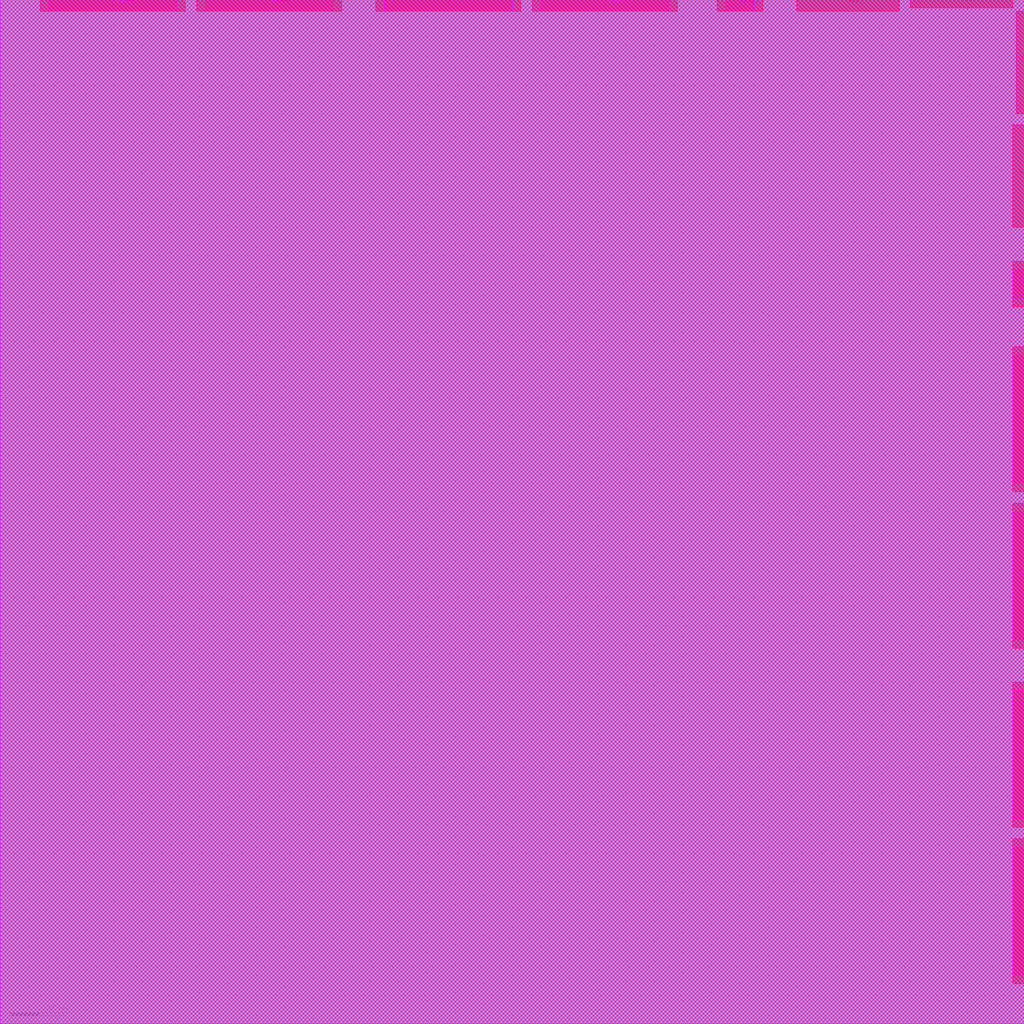
<source format=lef>
# Autogenerated file; please don't edit
# date: 2023-12-06 15:26:11.842275

VERSION 5.8 ;

SITE IOLibSite
  CLASS PAD ;
  SYMMETRY R90 ;
  SIZE 1.00 BY 180.00 ;
END IOLibSite

MACRO Corner
  CLASS PAD SPACER ;
  ORIGIN 180.000 -0.000 ;
  FOREIGN Corner 0 0 ;
  SIZE 180.000 BY 180.000 ;
  SYMMETRY X Y R90 ;
  SITE IOLibSite ;
  PIN iovdd
    DIRECTION INOUT ;
    USE POWER ;
    PORT
      LAYER Metal3 ;
        RECT -2.000 66.000 0.000 91.500 ;
    END
    PORT
      LAYER Metal3 ;
        RECT -86.500 178.000 -61.000 180.000 ;
    END
    PORT
      LAYER Metal3 ;
        RECT -114.000 178.000 -88.500 180.000 ;
    END
    PORT
      LAYER Metal3 ;
        RECT -2.000 93.500 0.000 119.000 ;
    END
    PORT
      LAYER Metal4 ;
        RECT -2.000 66.000 0.000 91.500 ;
    END
    PORT
      LAYER Metal4 ;
        RECT -86.500 178.000 -61.000 180.000 ;
    END
    PORT
      LAYER Metal4 ;
        RECT -114.000 178.000 -88.500 180.000 ;
    END
    PORT
      LAYER Metal4 ;
        RECT -2.000 93.500 0.000 119.000 ;
    END
    PORT
      LAYER Metal5 ;
        RECT -2.000 66.000 0.000 91.500 ;
    END
    PORT
      LAYER Metal5 ;
        RECT -86.500 178.000 -61.000 180.000 ;
    END
    PORT
      LAYER Metal5 ;
        RECT -114.000 178.000 -88.500 180.000 ;
    END
    PORT
      LAYER Metal5 ;
        RECT -2.000 93.500 0.000 119.000 ;
    END
    PORT
      LAYER TopMetal1 ;
        RECT -2.000 66.000 0.000 91.500 ;
    END
    PORT
      LAYER TopMetal1 ;
        RECT -86.500 178.000 -61.000 180.000 ;
    END
    PORT
      LAYER TopMetal1 ;
        RECT -114.000 178.000 -88.500 180.000 ;
    END
    PORT
      LAYER TopMetal1 ;
        RECT -2.000 93.500 0.000 119.000 ;
    END
    PORT
      LAYER TopMetal2 ;
        RECT -112.500 178.000 -90.000 180.000 ;
    END
    PORT
      LAYER TopMetal2 ;
        RECT -2.000 67.500 0.000 90.000 ;
    END
    PORT
      LAYER TopMetal2 ;
        RECT -85.000 178.000 -62.500 180.000 ;
    END
    PORT
      LAYER TopMetal2 ;
        RECT -2.000 95.000 0.000 117.500 ;
    END
  END iovdd
  PIN iovss
    DIRECTION INOUT ;
    USE GROUND ;
    PORT
      LAYER Metal3 ;
        RECT -2.000 34.500 0.000 60.000 ;
    END
    PORT
      LAYER Metal3 ;
        RECT -173.000 178.000 -147.500 180.000 ;
    END
    PORT
      LAYER Metal3 ;
        RECT -2.000 126.000 0.000 134.000 ;
    END
    PORT
      LAYER Metal3 ;
        RECT -54.000 178.000 -46.000 180.000 ;
    END
    PORT
      LAYER Metal3 ;
        RECT -145.500 178.000 -120.000 180.000 ;
    END
    PORT
      LAYER Metal3 ;
        RECT -2.000 7.000 0.000 32.500 ;
    END
    PORT
      LAYER Metal4 ;
        RECT -2.000 34.500 0.000 60.000 ;
    END
    PORT
      LAYER Metal4 ;
        RECT -173.000 178.000 -147.500 180.000 ;
    END
    PORT
      LAYER Metal4 ;
        RECT -2.000 126.000 0.000 134.000 ;
    END
    PORT
      LAYER Metal4 ;
        RECT -54.000 178.000 -46.000 180.000 ;
    END
    PORT
      LAYER Metal4 ;
        RECT -145.500 178.000 -120.000 180.000 ;
    END
    PORT
      LAYER Metal4 ;
        RECT -2.000 7.000 0.000 32.500 ;
    END
    PORT
      LAYER Metal5 ;
        RECT -2.000 34.500 0.000 60.000 ;
    END
    PORT
      LAYER Metal5 ;
        RECT -173.000 178.000 -147.500 180.000 ;
    END
    PORT
      LAYER Metal5 ;
        RECT -2.000 126.000 0.000 134.000 ;
    END
    PORT
      LAYER Metal5 ;
        RECT -54.000 178.000 -46.000 180.000 ;
    END
    PORT
      LAYER Metal5 ;
        RECT -145.500 178.000 -120.000 180.000 ;
    END
    PORT
      LAYER Metal5 ;
        RECT -2.000 7.000 0.000 32.500 ;
    END
    PORT
      LAYER TopMetal1 ;
        RECT -2.000 34.500 0.000 60.000 ;
    END
    PORT
      LAYER TopMetal1 ;
        RECT -173.000 178.000 -147.500 180.000 ;
    END
    PORT
      LAYER TopMetal1 ;
        RECT -2.000 126.000 0.000 134.000 ;
    END
    PORT
      LAYER TopMetal1 ;
        RECT -54.000 178.000 -46.000 180.000 ;
    END
    PORT
      LAYER TopMetal1 ;
        RECT -145.500 178.000 -120.000 180.000 ;
    END
    PORT
      LAYER TopMetal1 ;
        RECT -2.000 7.000 0.000 32.500 ;
    END
    PORT
      LAYER TopMetal2 ;
        RECT -2.000 127.500 0.000 132.500 ;
    END
    PORT
      LAYER TopMetal2 ;
        RECT -2.000 36.000 0.000 58.500 ;
    END
    PORT
      LAYER TopMetal2 ;
        RECT -171.500 178.000 -149.000 180.000 ;
    END
    PORT
      LAYER TopMetal2 ;
        RECT -2.000 8.500 0.000 31.000 ;
    END
    PORT
      LAYER TopMetal2 ;
        RECT -144.000 178.000 -121.500 180.000 ;
    END
    PORT
      LAYER TopMetal2 ;
        RECT -52.500 178.000 -47.500 180.000 ;
    END
  END iovss
  PIN vdd
    DIRECTION INOUT ;
    USE POWER ;
    PORT
      LAYER Metal3 ;
        RECT -20.000 178.590 -2.000 180.000 ;
    END
    PORT
      LAYER Metal3 ;
        RECT -1.410 160.000 0.000 178.000 ;
    END
    PORT
      LAYER Metal4 ;
        RECT -2.000 140.000 0.000 155.800 ;
    END
    PORT
      LAYER Metal4 ;
        RECT -40.000 178.000 -24.200 180.000 ;
    END
    PORT
      LAYER Metal5 ;
        RECT -2.000 140.000 0.000 158.000 ;
    END
    PORT
      LAYER Metal5 ;
        RECT -40.000 178.000 -22.000 180.000 ;
    END
    PORT
      LAYER TopMetal1 ;
        RECT -2.000 140.000 0.000 158.000 ;
    END
    PORT
      LAYER TopMetal1 ;
        RECT -40.000 178.000 -22.000 180.000 ;
    END
  END vdd
  PIN vss
    DIRECTION INOUT ;
    USE GROUND ;
    PORT
      LAYER Metal3 ;
        RECT -2.000 140.000 0.000 158.000 ;
    END
    PORT
      LAYER Metal3 ;
        RECT -40.000 178.000 -22.000 180.000 ;
    END
    PORT
      LAYER Metal4 ;
        RECT -1.410 162.200 0.000 178.000 ;
    END
    PORT
      LAYER Metal4 ;
        RECT -17.800 178.590 -2.000 180.000 ;
    END
    PORT
      LAYER Metal5 ;
        RECT -20.000 178.590 -2.000 180.000 ;
    END
    PORT
      LAYER Metal5 ;
        RECT -1.410 160.000 0.000 178.000 ;
    END
    PORT
      LAYER TopMetal1 ;
        RECT -20.000 178.590 -2.000 180.000 ;
    END
    PORT
      LAYER TopMetal1 ;
        RECT -1.410 160.000 0.000 178.000 ;
    END
  END vss
  OBS
    LAYER Metal1 ;
      RECT -180.000 0.000 0.000 180.000 ;
    LAYER Metal2 ;
      RECT -180.000 0.000 0.000 180.000 ;
    LAYER Metal3 ;
      RECT -180.000 0.000 0.000 180.000 ;
    LAYER Metal4 ;
      RECT -180.000 0.000 0.000 180.000 ;
    LAYER Metal5 ;
      RECT -180.000 0.000 0.000 180.000 ;
    LAYER TopMetal1 ;
      RECT -180.000 0.000 0.000 180.000 ;
    LAYER TopMetal2 ;
      RECT -180.000 0.000 0.000 180.000 ;
  END
END Corner

MACRO Filler200
  CLASS PAD SPACER ;
  ORIGIN -0.000 -0.000 ;
  FOREIGN Filler200 0 0 ;
  SIZE 1.000 BY 180.000 ;
  SYMMETRY X Y R90 ;
  SITE IOLibSite ;
  PIN iovdd
    DIRECTION INOUT ;
    USE POWER ;
    PORT
      LAYER Metal3 ;
        RECT 0.000 66.000 1.000 91.500 ;
    END
    PORT
      LAYER Metal3 ;
        RECT 0.000 93.500 1.000 119.000 ;
    END
    PORT
      LAYER Metal4 ;
        RECT 0.000 66.000 1.000 91.500 ;
    END
    PORT
      LAYER Metal4 ;
        RECT 0.000 93.500 1.000 119.000 ;
    END
    PORT
      LAYER Metal5 ;
        RECT 0.000 66.000 1.000 91.500 ;
    END
    PORT
      LAYER Metal5 ;
        RECT 0.000 93.500 1.000 119.000 ;
    END
    PORT
      LAYER TopMetal1 ;
        RECT 0.000 66.000 1.000 91.500 ;
    END
    PORT
      LAYER TopMetal1 ;
        RECT 0.000 93.500 1.000 119.000 ;
    END
    PORT
      LAYER TopMetal2 ;
        RECT 0.000 95.000 1.000 117.500 ;
    END
    PORT
      LAYER TopMetal2 ;
        RECT 0.000 67.500 1.000 90.000 ;
    END
  END iovdd
  PIN iovss
    DIRECTION INOUT ;
    USE GROUND ;
    PORT
      LAYER Metal3 ;
        RECT 0.000 7.000 1.000 32.500 ;
    END
    PORT
      LAYER Metal3 ;
        RECT 0.000 126.000 1.000 134.000 ;
    END
    PORT
      LAYER Metal3 ;
        RECT 0.000 34.500 1.000 60.000 ;
    END
    PORT
      LAYER Metal4 ;
        RECT 0.000 7.000 1.000 32.500 ;
    END
    PORT
      LAYER Metal4 ;
        RECT 0.000 126.000 1.000 134.000 ;
    END
    PORT
      LAYER Metal4 ;
        RECT 0.000 34.500 1.000 60.000 ;
    END
    PORT
      LAYER Metal5 ;
        RECT 0.000 7.000 1.000 32.500 ;
    END
    PORT
      LAYER Metal5 ;
        RECT 0.000 126.000 1.000 134.000 ;
    END
    PORT
      LAYER Metal5 ;
        RECT 0.000 34.500 1.000 60.000 ;
    END
    PORT
      LAYER TopMetal1 ;
        RECT 0.000 7.000 1.000 32.500 ;
    END
    PORT
      LAYER TopMetal1 ;
        RECT 0.000 126.000 1.000 134.000 ;
    END
    PORT
      LAYER TopMetal1 ;
        RECT 0.000 34.500 1.000 60.000 ;
    END
    PORT
      LAYER TopMetal2 ;
        RECT 0.000 8.500 1.000 31.000 ;
    END
    PORT
      LAYER TopMetal2 ;
        RECT 0.000 127.500 1.000 132.500 ;
    END
    PORT
      LAYER TopMetal2 ;
        RECT 0.000 36.000 1.000 58.500 ;
    END
  END iovss
  PIN vdd
    DIRECTION INOUT ;
    USE POWER ;
    PORT
      LAYER Metal3 ;
        RECT 0.000 160.000 1.000 178.000 ;
    END
    PORT
      LAYER Metal4 ;
        RECT 0.000 140.000 1.000 155.800 ;
    END
    PORT
      LAYER Metal5 ;
        RECT 0.000 140.000 1.000 158.000 ;
    END
    PORT
      LAYER TopMetal1 ;
        RECT 0.000 140.000 1.000 158.000 ;
    END
  END vdd
  PIN vss
    DIRECTION INOUT ;
    USE GROUND ;
    PORT
      LAYER Metal3 ;
        RECT 0.000 140.000 1.000 158.000 ;
    END
    PORT
      LAYER Metal4 ;
        RECT 0.000 162.200 1.000 178.000 ;
    END
    PORT
      LAYER Metal5 ;
        RECT 0.000 160.000 1.000 178.000 ;
    END
    PORT
      LAYER TopMetal1 ;
        RECT 0.000 160.000 1.000 178.000 ;
    END
  END vss
  OBS
    LAYER Metal1 ;
      RECT 0.000 0.000 1.000 180.000 ;
    LAYER Metal2 ;
      RECT 0.000 0.000 1.000 180.000 ;
    LAYER Metal3 ;
      RECT 0.000 0.000 1.000 179.000 ;
    LAYER Metal4 ;
      RECT 0.000 0.000 1.000 179.000 ;
    LAYER Metal5 ;
      RECT 0.000 0.000 1.000 179.000 ;
    LAYER TopMetal1 ;
      RECT 0.000 0.000 1.000 179.000 ;
    LAYER TopMetal2 ;
      RECT 0.000 0.000 1.000 179.000 ;
  END
END Filler200

MACRO Filler400
  CLASS PAD SPACER ;
  ORIGIN -0.000 -0.000 ;
  FOREIGN Filler400 0 0 ;
  SIZE 2.000 BY 180.000 ;
  SYMMETRY X Y R90 ;
  SITE IOLibSite ;
  PIN iovdd
    DIRECTION INOUT ;
    USE POWER ;
    PORT
      LAYER Metal3 ;
        RECT 0.000 93.500 2.000 119.000 ;
    END
    PORT
      LAYER Metal3 ;
        RECT 0.000 66.000 2.000 91.500 ;
    END
    PORT
      LAYER Metal4 ;
        RECT 0.000 93.500 2.000 119.000 ;
    END
    PORT
      LAYER Metal4 ;
        RECT 0.000 66.000 2.000 91.500 ;
    END
    PORT
      LAYER Metal5 ;
        RECT 0.000 93.500 2.000 119.000 ;
    END
    PORT
      LAYER Metal5 ;
        RECT 0.000 66.000 2.000 91.500 ;
    END
    PORT
      LAYER TopMetal1 ;
        RECT 0.000 93.500 2.000 119.000 ;
    END
    PORT
      LAYER TopMetal1 ;
        RECT 0.000 66.000 2.000 91.500 ;
    END
    PORT
      LAYER TopMetal2 ;
        RECT 0.000 67.500 2.000 90.000 ;
    END
    PORT
      LAYER TopMetal2 ;
        RECT 0.000 95.000 2.000 117.500 ;
    END
  END iovdd
  PIN iovss
    DIRECTION INOUT ;
    USE GROUND ;
    PORT
      LAYER Metal3 ;
        RECT 0.000 126.000 2.000 134.000 ;
    END
    PORT
      LAYER Metal3 ;
        RECT 0.000 7.000 2.000 32.500 ;
    END
    PORT
      LAYER Metal3 ;
        RECT 0.000 34.500 2.000 60.000 ;
    END
    PORT
      LAYER Metal4 ;
        RECT 0.000 126.000 2.000 134.000 ;
    END
    PORT
      LAYER Metal4 ;
        RECT 0.000 7.000 2.000 32.500 ;
    END
    PORT
      LAYER Metal4 ;
        RECT 0.000 34.500 2.000 60.000 ;
    END
    PORT
      LAYER Metal5 ;
        RECT 0.000 126.000 2.000 134.000 ;
    END
    PORT
      LAYER Metal5 ;
        RECT 0.000 7.000 2.000 32.500 ;
    END
    PORT
      LAYER Metal5 ;
        RECT 0.000 34.500 2.000 60.000 ;
    END
    PORT
      LAYER TopMetal1 ;
        RECT 0.000 126.000 2.000 134.000 ;
    END
    PORT
      LAYER TopMetal1 ;
        RECT 0.000 7.000 2.000 32.500 ;
    END
    PORT
      LAYER TopMetal1 ;
        RECT 0.000 34.500 2.000 60.000 ;
    END
    PORT
      LAYER TopMetal2 ;
        RECT 0.000 8.500 2.000 31.000 ;
    END
    PORT
      LAYER TopMetal2 ;
        RECT 0.000 36.000 2.000 58.500 ;
    END
    PORT
      LAYER TopMetal2 ;
        RECT 0.000 127.500 2.000 132.500 ;
    END
  END iovss
  PIN vdd
    DIRECTION INOUT ;
    USE POWER ;
    PORT
      LAYER Metal3 ;
        RECT 0.000 160.000 2.000 178.000 ;
    END
    PORT
      LAYER Metal4 ;
        RECT 0.000 140.000 2.000 155.800 ;
    END
    PORT
      LAYER Metal5 ;
        RECT 0.000 140.000 2.000 158.000 ;
    END
    PORT
      LAYER TopMetal1 ;
        RECT 0.000 140.000 2.000 158.000 ;
    END
  END vdd
  PIN vss
    DIRECTION INOUT ;
    USE GROUND ;
    PORT
      LAYER Metal3 ;
        RECT 0.000 140.000 2.000 158.000 ;
    END
    PORT
      LAYER Metal4 ;
        RECT 0.000 162.200 2.000 178.000 ;
    END
    PORT
      LAYER Metal5 ;
        RECT 0.000 160.000 2.000 178.000 ;
    END
    PORT
      LAYER TopMetal1 ;
        RECT 0.000 160.000 2.000 178.000 ;
    END
  END vss
  OBS
    LAYER Metal1 ;
      RECT 0.000 0.000 2.000 180.000 ;
    LAYER Metal2 ;
      RECT 0.000 0.000 2.000 180.000 ;
    LAYER Metal3 ;
      RECT 0.000 0.000 2.000 179.000 ;
    LAYER Metal4 ;
      RECT 0.000 0.000 2.000 179.000 ;
    LAYER Metal5 ;
      RECT 0.000 0.000 2.000 179.000 ;
    LAYER TopMetal1 ;
      RECT 0.000 0.000 2.000 179.000 ;
    LAYER TopMetal2 ;
      RECT 0.000 0.000 2.000 179.000 ;
  END
END Filler400

MACRO Filler1000
  CLASS PAD SPACER ;
  ORIGIN -0.000 -0.000 ;
  FOREIGN Filler1000 0 0 ;
  SIZE 5.000 BY 180.000 ;
  SYMMETRY X Y R90 ;
  SITE IOLibSite ;
  PIN iovdd
    DIRECTION INOUT ;
    USE POWER ;
    PORT
      LAYER Metal3 ;
        RECT 0.000 66.000 5.000 91.500 ;
    END
    PORT
      LAYER Metal3 ;
        RECT 0.000 93.500 5.000 119.000 ;
    END
    PORT
      LAYER Metal4 ;
        RECT 0.000 66.000 5.000 91.500 ;
    END
    PORT
      LAYER Metal4 ;
        RECT 0.000 93.500 5.000 119.000 ;
    END
    PORT
      LAYER Metal5 ;
        RECT 0.000 66.000 5.000 91.500 ;
    END
    PORT
      LAYER Metal5 ;
        RECT 0.000 93.500 5.000 119.000 ;
    END
    PORT
      LAYER TopMetal1 ;
        RECT 0.000 66.000 5.000 91.500 ;
    END
    PORT
      LAYER TopMetal1 ;
        RECT 0.000 93.500 5.000 119.000 ;
    END
    PORT
      LAYER TopMetal2 ;
        RECT 0.000 95.000 5.000 117.500 ;
    END
    PORT
      LAYER TopMetal2 ;
        RECT 0.000 67.500 5.000 90.000 ;
    END
  END iovdd
  PIN iovss
    DIRECTION INOUT ;
    USE GROUND ;
    PORT
      LAYER Metal3 ;
        RECT 0.000 34.500 5.000 60.000 ;
    END
    PORT
      LAYER Metal3 ;
        RECT 0.000 7.000 5.000 32.500 ;
    END
    PORT
      LAYER Metal3 ;
        RECT 0.000 126.000 5.000 134.000 ;
    END
    PORT
      LAYER Metal4 ;
        RECT 0.000 34.500 5.000 60.000 ;
    END
    PORT
      LAYER Metal4 ;
        RECT 0.000 7.000 5.000 32.500 ;
    END
    PORT
      LAYER Metal4 ;
        RECT 0.000 126.000 5.000 134.000 ;
    END
    PORT
      LAYER Metal5 ;
        RECT 0.000 34.500 5.000 60.000 ;
    END
    PORT
      LAYER Metal5 ;
        RECT 0.000 7.000 5.000 32.500 ;
    END
    PORT
      LAYER Metal5 ;
        RECT 0.000 126.000 5.000 134.000 ;
    END
    PORT
      LAYER TopMetal1 ;
        RECT 0.000 34.500 5.000 60.000 ;
    END
    PORT
      LAYER TopMetal1 ;
        RECT 0.000 7.000 5.000 32.500 ;
    END
    PORT
      LAYER TopMetal1 ;
        RECT 0.000 126.000 5.000 134.000 ;
    END
    PORT
      LAYER TopMetal2 ;
        RECT 0.000 127.500 5.000 132.500 ;
    END
    PORT
      LAYER TopMetal2 ;
        RECT 0.000 36.000 5.000 58.500 ;
    END
    PORT
      LAYER TopMetal2 ;
        RECT 0.000 8.500 5.000 31.000 ;
    END
  END iovss
  PIN vdd
    DIRECTION INOUT ;
    USE POWER ;
    PORT
      LAYER Metal3 ;
        RECT 0.000 160.000 5.000 178.000 ;
    END
    PORT
      LAYER Metal4 ;
        RECT 0.000 140.000 5.000 155.800 ;
    END
    PORT
      LAYER Metal5 ;
        RECT 0.000 140.000 5.000 158.000 ;
    END
    PORT
      LAYER TopMetal1 ;
        RECT 0.000 140.000 5.000 158.000 ;
    END
  END vdd
  PIN vss
    DIRECTION INOUT ;
    USE GROUND ;
    PORT
      LAYER Metal3 ;
        RECT 0.000 140.000 5.000 158.000 ;
    END
    PORT
      LAYER Metal4 ;
        RECT 0.000 162.200 5.000 178.000 ;
    END
    PORT
      LAYER Metal5 ;
        RECT 0.000 160.000 5.000 178.000 ;
    END
    PORT
      LAYER TopMetal1 ;
        RECT 0.000 160.000 5.000 178.000 ;
    END
  END vss
  OBS
    LAYER Metal1 ;
      RECT 0.000 0.000 5.000 180.000 ;
    LAYER Metal2 ;
      RECT 0.000 0.000 5.000 180.000 ;
    LAYER Metal3 ;
      RECT 0.000 0.000 5.000 179.000 ;
    LAYER Metal4 ;
      RECT 0.000 0.000 5.000 179.000 ;
    LAYER Metal5 ;
      RECT 0.000 0.000 5.000 179.000 ;
    LAYER TopMetal1 ;
      RECT 0.000 0.000 5.000 179.000 ;
    LAYER TopMetal2 ;
      RECT 0.000 0.000 5.000 179.000 ;
  END
END Filler1000

MACRO Filler2000
  CLASS PAD SPACER ;
  ORIGIN -0.000 -0.000 ;
  FOREIGN Filler2000 0 0 ;
  SIZE 10.000 BY 180.000 ;
  SYMMETRY X Y R90 ;
  SITE IOLibSite ;
  PIN iovdd
    DIRECTION INOUT ;
    USE POWER ;
    PORT
      LAYER Metal3 ;
        RECT 0.000 66.000 10.000 91.500 ;
    END
    PORT
      LAYER Metal3 ;
        RECT 0.000 93.500 10.000 119.000 ;
    END
    PORT
      LAYER Metal4 ;
        RECT 0.000 66.000 10.000 91.500 ;
    END
    PORT
      LAYER Metal4 ;
        RECT 0.000 93.500 10.000 119.000 ;
    END
    PORT
      LAYER Metal5 ;
        RECT 0.000 66.000 10.000 91.500 ;
    END
    PORT
      LAYER Metal5 ;
        RECT 0.000 93.500 10.000 119.000 ;
    END
    PORT
      LAYER TopMetal1 ;
        RECT 0.000 66.000 10.000 91.500 ;
    END
    PORT
      LAYER TopMetal1 ;
        RECT 0.000 93.500 10.000 119.000 ;
    END
    PORT
      LAYER TopMetal2 ;
        RECT 0.000 67.500 10.000 90.000 ;
    END
    PORT
      LAYER TopMetal2 ;
        RECT 0.000 95.000 10.000 117.500 ;
    END
  END iovdd
  PIN iovss
    DIRECTION INOUT ;
    USE GROUND ;
    PORT
      LAYER Metal3 ;
        RECT 0.000 126.000 10.000 134.000 ;
    END
    PORT
      LAYER Metal3 ;
        RECT 0.000 7.000 10.000 32.500 ;
    END
    PORT
      LAYER Metal3 ;
        RECT 0.000 34.500 10.000 60.000 ;
    END
    PORT
      LAYER Metal4 ;
        RECT 0.000 126.000 10.000 134.000 ;
    END
    PORT
      LAYER Metal4 ;
        RECT 0.000 7.000 10.000 32.500 ;
    END
    PORT
      LAYER Metal4 ;
        RECT 0.000 34.500 10.000 60.000 ;
    END
    PORT
      LAYER Metal5 ;
        RECT 0.000 126.000 10.000 134.000 ;
    END
    PORT
      LAYER Metal5 ;
        RECT 0.000 7.000 10.000 32.500 ;
    END
    PORT
      LAYER Metal5 ;
        RECT 0.000 34.500 10.000 60.000 ;
    END
    PORT
      LAYER TopMetal1 ;
        RECT 0.000 126.000 10.000 134.000 ;
    END
    PORT
      LAYER TopMetal1 ;
        RECT 0.000 7.000 10.000 32.500 ;
    END
    PORT
      LAYER TopMetal1 ;
        RECT 0.000 34.500 10.000 60.000 ;
    END
    PORT
      LAYER TopMetal2 ;
        RECT 0.000 8.500 10.000 31.000 ;
    END
    PORT
      LAYER TopMetal2 ;
        RECT 0.000 36.000 10.000 58.500 ;
    END
    PORT
      LAYER TopMetal2 ;
        RECT 0.000 127.500 10.000 132.500 ;
    END
  END iovss
  PIN vdd
    DIRECTION INOUT ;
    USE POWER ;
    PORT
      LAYER Metal3 ;
        RECT 0.000 160.000 10.000 178.000 ;
    END
    PORT
      LAYER Metal4 ;
        RECT 0.000 140.000 10.000 155.800 ;
    END
    PORT
      LAYER Metal5 ;
        RECT 0.000 140.000 10.000 158.000 ;
    END
    PORT
      LAYER TopMetal1 ;
        RECT 0.000 140.000 10.000 158.000 ;
    END
  END vdd
  PIN vss
    DIRECTION INOUT ;
    USE GROUND ;
    PORT
      LAYER Metal3 ;
        RECT 0.000 140.000 10.000 158.000 ;
    END
    PORT
      LAYER Metal4 ;
        RECT 0.000 162.200 10.000 178.000 ;
    END
    PORT
      LAYER Metal5 ;
        RECT 0.000 160.000 10.000 178.000 ;
    END
    PORT
      LAYER TopMetal1 ;
        RECT 0.000 160.000 10.000 178.000 ;
    END
  END vss
  OBS
    LAYER Metal1 ;
      RECT 0.000 0.000 10.000 180.000 ;
    LAYER Metal2 ;
      RECT 0.000 0.000 10.000 180.000 ;
    LAYER Metal3 ;
      RECT 0.000 0.000 10.000 179.000 ;
    LAYER Metal4 ;
      RECT 0.000 0.000 10.000 179.000 ;
    LAYER Metal5 ;
      RECT 0.000 0.000 10.000 179.000 ;
    LAYER TopMetal1 ;
      RECT 0.000 0.000 10.000 179.000 ;
    LAYER TopMetal2 ;
      RECT 0.000 0.000 10.000 179.000 ;
  END
END Filler2000

MACRO Filler4000
  CLASS PAD SPACER ;
  ORIGIN -0.000 -0.000 ;
  FOREIGN Filler4000 0 0 ;
  SIZE 20.000 BY 180.000 ;
  SYMMETRY X Y R90 ;
  SITE IOLibSite ;
  PIN iovdd
    DIRECTION INOUT ;
    USE POWER ;
    PORT
      LAYER Metal3 ;
        RECT 0.000 66.000 20.000 91.500 ;
    END
    PORT
      LAYER Metal3 ;
        RECT 0.000 93.500 20.000 119.000 ;
    END
    PORT
      LAYER Metal4 ;
        RECT 0.000 66.000 20.000 91.500 ;
    END
    PORT
      LAYER Metal4 ;
        RECT 0.000 93.500 20.000 119.000 ;
    END
    PORT
      LAYER Metal5 ;
        RECT 0.000 66.000 20.000 91.500 ;
    END
    PORT
      LAYER Metal5 ;
        RECT 0.000 93.500 20.000 119.000 ;
    END
    PORT
      LAYER TopMetal1 ;
        RECT 0.000 66.000 20.000 91.500 ;
    END
    PORT
      LAYER TopMetal1 ;
        RECT 0.000 93.500 20.000 119.000 ;
    END
    PORT
      LAYER TopMetal2 ;
        RECT 0.000 95.000 20.000 117.500 ;
    END
    PORT
      LAYER TopMetal2 ;
        RECT 0.000 67.500 20.000 90.000 ;
    END
  END iovdd
  PIN iovss
    DIRECTION INOUT ;
    USE GROUND ;
    PORT
      LAYER Metal3 ;
        RECT 0.000 7.000 20.000 32.500 ;
    END
    PORT
      LAYER Metal3 ;
        RECT 0.000 34.500 20.000 60.000 ;
    END
    PORT
      LAYER Metal3 ;
        RECT 0.000 126.000 20.000 134.000 ;
    END
    PORT
      LAYER Metal4 ;
        RECT 0.000 7.000 20.000 32.500 ;
    END
    PORT
      LAYER Metal4 ;
        RECT 0.000 34.500 20.000 60.000 ;
    END
    PORT
      LAYER Metal4 ;
        RECT 0.000 126.000 20.000 134.000 ;
    END
    PORT
      LAYER Metal5 ;
        RECT 0.000 7.000 20.000 32.500 ;
    END
    PORT
      LAYER Metal5 ;
        RECT 0.000 34.500 20.000 60.000 ;
    END
    PORT
      LAYER Metal5 ;
        RECT 0.000 126.000 20.000 134.000 ;
    END
    PORT
      LAYER TopMetal1 ;
        RECT 0.000 7.000 20.000 32.500 ;
    END
    PORT
      LAYER TopMetal1 ;
        RECT 0.000 34.500 20.000 60.000 ;
    END
    PORT
      LAYER TopMetal1 ;
        RECT 0.000 126.000 20.000 134.000 ;
    END
    PORT
      LAYER TopMetal2 ;
        RECT 0.000 127.500 20.000 132.500 ;
    END
    PORT
      LAYER TopMetal2 ;
        RECT 0.000 36.000 20.000 58.500 ;
    END
    PORT
      LAYER TopMetal2 ;
        RECT 0.000 8.500 20.000 31.000 ;
    END
  END iovss
  PIN vdd
    DIRECTION INOUT ;
    USE POWER ;
    PORT
      LAYER Metal3 ;
        RECT 0.000 160.000 20.000 178.000 ;
    END
    PORT
      LAYER Metal4 ;
        RECT 0.000 140.000 20.000 155.800 ;
    END
    PORT
      LAYER Metal5 ;
        RECT 0.000 140.000 20.000 158.000 ;
    END
    PORT
      LAYER TopMetal1 ;
        RECT 0.000 140.000 20.000 158.000 ;
    END
  END vdd
  PIN vss
    DIRECTION INOUT ;
    USE GROUND ;
    PORT
      LAYER Metal3 ;
        RECT 0.000 140.000 20.000 158.000 ;
    END
    PORT
      LAYER Metal4 ;
        RECT 0.000 162.200 20.000 178.000 ;
    END
    PORT
      LAYER Metal5 ;
        RECT 0.000 160.000 20.000 178.000 ;
    END
    PORT
      LAYER TopMetal1 ;
        RECT 0.000 160.000 20.000 178.000 ;
    END
  END vss
  OBS
    LAYER Metal1 ;
      RECT 0.000 0.000 20.000 180.000 ;
    LAYER Metal2 ;
      RECT 0.000 0.000 20.000 180.000 ;
    LAYER Metal3 ;
      RECT 0.000 0.000 20.000 179.000 ;
    LAYER Metal4 ;
      RECT 0.000 0.000 20.000 179.000 ;
    LAYER Metal5 ;
      RECT 0.000 0.000 20.000 179.000 ;
    LAYER TopMetal1 ;
      RECT 0.000 0.000 20.000 179.000 ;
    LAYER TopMetal2 ;
      RECT 0.000 0.000 20.000 179.000 ;
  END
END Filler4000

MACRO Filler10000
  CLASS PAD SPACER ;
  ORIGIN -0.000 -0.000 ;
  FOREIGN Filler10000 0 0 ;
  SIZE 50.000 BY 180.000 ;
  SYMMETRY X Y R90 ;
  SITE IOLibSite ;
  PIN iovdd
    DIRECTION INOUT ;
    USE POWER ;
    PORT
      LAYER Metal3 ;
        RECT 0.000 66.000 50.000 91.500 ;
    END
    PORT
      LAYER Metal3 ;
        RECT 0.000 93.500 50.000 119.000 ;
    END
    PORT
      LAYER Metal4 ;
        RECT 0.000 66.000 50.000 91.500 ;
    END
    PORT
      LAYER Metal4 ;
        RECT 0.000 93.500 50.000 119.000 ;
    END
    PORT
      LAYER Metal5 ;
        RECT 0.000 66.000 50.000 91.500 ;
    END
    PORT
      LAYER Metal5 ;
        RECT 0.000 93.500 50.000 119.000 ;
    END
    PORT
      LAYER TopMetal1 ;
        RECT 0.000 66.000 50.000 91.500 ;
    END
    PORT
      LAYER TopMetal1 ;
        RECT 0.000 93.500 50.000 119.000 ;
    END
    PORT
      LAYER TopMetal2 ;
        RECT 0.000 95.000 50.000 117.500 ;
    END
    PORT
      LAYER TopMetal2 ;
        RECT 0.000 67.500 50.000 90.000 ;
    END
  END iovdd
  PIN iovss
    DIRECTION INOUT ;
    USE GROUND ;
    PORT
      LAYER Metal3 ;
        RECT 0.000 7.000 50.000 32.500 ;
    END
    PORT
      LAYER Metal3 ;
        RECT 0.000 126.000 50.000 134.000 ;
    END
    PORT
      LAYER Metal3 ;
        RECT 0.000 34.500 50.000 60.000 ;
    END
    PORT
      LAYER Metal4 ;
        RECT 0.000 7.000 50.000 32.500 ;
    END
    PORT
      LAYER Metal4 ;
        RECT 0.000 126.000 50.000 134.000 ;
    END
    PORT
      LAYER Metal4 ;
        RECT 0.000 34.500 50.000 60.000 ;
    END
    PORT
      LAYER Metal5 ;
        RECT 0.000 7.000 50.000 32.500 ;
    END
    PORT
      LAYER Metal5 ;
        RECT 0.000 126.000 50.000 134.000 ;
    END
    PORT
      LAYER Metal5 ;
        RECT 0.000 34.500 50.000 60.000 ;
    END
    PORT
      LAYER TopMetal1 ;
        RECT 0.000 7.000 50.000 32.500 ;
    END
    PORT
      LAYER TopMetal1 ;
        RECT 0.000 126.000 50.000 134.000 ;
    END
    PORT
      LAYER TopMetal1 ;
        RECT 0.000 34.500 50.000 60.000 ;
    END
    PORT
      LAYER TopMetal2 ;
        RECT 0.000 8.500 50.000 31.000 ;
    END
    PORT
      LAYER TopMetal2 ;
        RECT 0.000 127.500 50.000 132.500 ;
    END
    PORT
      LAYER TopMetal2 ;
        RECT 0.000 36.000 50.000 58.500 ;
    END
  END iovss
  PIN vdd
    DIRECTION INOUT ;
    USE POWER ;
    PORT
      LAYER Metal3 ;
        RECT 0.000 160.000 50.000 178.000 ;
    END
    PORT
      LAYER Metal4 ;
        RECT 0.000 140.000 50.000 155.800 ;
    END
    PORT
      LAYER Metal5 ;
        RECT 0.000 140.000 50.000 158.000 ;
    END
    PORT
      LAYER TopMetal1 ;
        RECT 0.000 140.000 50.000 158.000 ;
    END
  END vdd
  PIN vss
    DIRECTION INOUT ;
    USE GROUND ;
    PORT
      LAYER Metal3 ;
        RECT 0.000 140.000 50.000 158.000 ;
    END
    PORT
      LAYER Metal4 ;
        RECT 0.000 162.200 50.000 178.000 ;
    END
    PORT
      LAYER Metal5 ;
        RECT 0.000 160.000 50.000 178.000 ;
    END
    PORT
      LAYER TopMetal1 ;
        RECT 0.000 160.000 50.000 178.000 ;
    END
  END vss
  OBS
    LAYER Metal1 ;
      RECT 0.000 0.000 50.000 180.000 ;
    LAYER Metal2 ;
      RECT 0.000 0.000 50.000 180.000 ;
    LAYER Metal3 ;
      RECT 0.000 0.000 50.000 179.000 ;
    LAYER Metal4 ;
      RECT 0.000 0.000 50.000 179.000 ;
    LAYER Metal5 ;
      RECT 0.000 0.000 50.000 179.000 ;
    LAYER TopMetal1 ;
      RECT 0.000 0.000 50.000 179.000 ;
    LAYER TopMetal2 ;
      RECT 0.000 0.000 50.000 179.000 ;
  END
END Filler10000

MACRO IOPadIn
  CLASS PAD INPUT ;
  ORIGIN -0.000 -0.000 ;
  FOREIGN IOPadIn 0 0 ;
  SIZE 80.000 BY 180.000 ;
  SYMMETRY X Y R90 ;
  SITE IOLibSite ;
  PIN iovdd
    DIRECTION INOUT ;
    USE POWER ;
    PORT
      LAYER Metal3 ;
        RECT 0.000 93.500 80.000 119.000 ;
    END
    PORT
      LAYER Metal3 ;
        RECT 0.000 66.000 80.000 91.500 ;
    END
    PORT
      LAYER Metal4 ;
        RECT 0.000 93.500 80.000 119.000 ;
    END
    PORT
      LAYER Metal4 ;
        RECT 0.000 66.000 80.000 91.500 ;
    END
    PORT
      LAYER Metal5 ;
        RECT 0.000 93.500 80.000 119.000 ;
    END
    PORT
      LAYER Metal5 ;
        RECT 0.000 66.000 80.000 91.500 ;
    END
    PORT
      LAYER TopMetal1 ;
        RECT 0.000 93.500 80.000 119.000 ;
    END
    PORT
      LAYER TopMetal1 ;
        RECT 0.000 66.000 80.000 91.500 ;
    END
    PORT
      LAYER TopMetal2 ;
        RECT 0.000 95.000 80.000 117.500 ;
    END
    PORT
      LAYER TopMetal2 ;
        RECT 0.000 67.500 80.000 90.000 ;
    END
  END iovdd
  PIN iovss
    DIRECTION INOUT ;
    USE GROUND ;
    PORT
      LAYER Metal3 ;
        RECT 0.000 7.000 80.000 32.500 ;
    END
    PORT
      LAYER Metal3 ;
        RECT 0.000 126.000 80.000 134.000 ;
    END
    PORT
      LAYER Metal3 ;
        RECT 0.000 34.500 80.000 60.000 ;
    END
    PORT
      LAYER Metal4 ;
        RECT 0.000 7.000 80.000 32.500 ;
    END
    PORT
      LAYER Metal4 ;
        RECT 0.000 126.000 80.000 134.000 ;
    END
    PORT
      LAYER Metal4 ;
        RECT 0.000 34.500 80.000 60.000 ;
    END
    PORT
      LAYER Metal5 ;
        RECT 0.000 7.000 80.000 32.500 ;
    END
    PORT
      LAYER Metal5 ;
        RECT 0.000 126.000 80.000 134.000 ;
    END
    PORT
      LAYER Metal5 ;
        RECT 0.000 34.500 80.000 60.000 ;
    END
    PORT
      LAYER TopMetal1 ;
        RECT 0.000 7.000 80.000 32.500 ;
    END
    PORT
      LAYER TopMetal1 ;
        RECT 0.000 126.000 80.000 134.000 ;
    END
    PORT
      LAYER TopMetal1 ;
        RECT 0.000 34.500 80.000 60.000 ;
    END
    PORT
      LAYER TopMetal2 ;
        RECT 0.000 36.000 80.000 58.500 ;
    END
    PORT
      LAYER TopMetal2 ;
        RECT 0.000 8.500 80.000 31.000 ;
    END
    PORT
      LAYER TopMetal2 ;
        RECT 0.000 127.500 80.000 132.500 ;
    END
  END iovss
  PIN p2c
    DIRECTION OUTPUT ;
    USE SIGNAL ;
    PORT
      LAYER Metal2 ;
        RECT 39.830 157.810 40.120 180.000 ;
      LAYER Metal3 ;
        RECT 39.225 179.710 40.725 180.000 ;
    END
  END p2c
  PIN pad
    DIRECTION INOUT ;
    USE SIGNAL ;
    PORT
      LAYER Metal2 ;
        RECT 5.000 0.000 75.000 3.000 ;
      LAYER Metal3 ;
        RECT 5.000 0.000 75.000 3.000 ;
      LAYER Metal4 ;
        RECT 5.000 0.000 75.000 3.000 ;
      LAYER Metal5 ;
        RECT 5.000 0.000 75.000 3.000 ;
      LAYER TopMetal1 ;
        RECT 5.000 0.000 75.000 3.000 ;
      LAYER TopMetal2 ;
        RECT 5.000 0.000 75.000 3.000 ;
    END
  END pad
  PIN vdd
    DIRECTION INOUT ;
    USE POWER ;
    PORT
      LAYER Metal3 ;
        RECT 0.000 160.000 80.000 178.000 ;
    END
    PORT
      LAYER Metal4 ;
        RECT 0.000 140.000 80.000 155.800 ;
    END
    PORT
      LAYER Metal5 ;
        RECT 0.000 140.000 80.000 158.000 ;
    END
    PORT
      LAYER TopMetal1 ;
        RECT 0.000 140.000 80.000 158.000 ;
    END
  END vdd
  PIN vss
    DIRECTION INOUT ;
    USE GROUND ;
    PORT
      LAYER Metal3 ;
        RECT 0.000 140.000 80.000 158.000 ;
    END
    PORT
      LAYER Metal4 ;
        RECT 0.000 162.200 80.000 178.000 ;
    END
    PORT
      LAYER Metal5 ;
        RECT 0.000 160.000 80.000 178.000 ;
    END
    PORT
      LAYER TopMetal1 ;
        RECT 0.000 160.000 80.000 178.000 ;
    END
  END vss
  OBS
    LAYER Metal1 ;
      RECT 0.000 0.000 80.000 180.000 ;
    LAYER Metal2 ;
      RECT 0.000 0.000 80.000 180.000 ;
    LAYER Metal3 ;
      RECT 0.000 0.000 80.000 179.000 ;
    LAYER Metal4 ;
      RECT 0.000 0.000 80.000 179.000 ;
    LAYER Metal5 ;
      RECT 0.000 0.000 80.000 179.000 ;
    LAYER TopMetal1 ;
      RECT 0.000 0.000 80.000 179.000 ;
    LAYER TopMetal2 ;
      RECT 0.000 0.000 80.000 179.000 ;
  END
END IOPadIn

MACRO IOPadOut4mA
  CLASS PAD OUTPUT ;
  ORIGIN -0.000 -0.000 ;
  FOREIGN IOPadOut4mA 0 0 ;
  SIZE 80.000 BY 180.000 ;
  SYMMETRY X Y R90 ;
  SITE IOLibSite ;
  PIN c2p
    DIRECTION INPUT ;
    USE SIGNAL ;
    PORT
      LAYER Metal2 ;
        RECT 38.145 167.000 41.855 180.000 ;
      LAYER Metal3 ;
        RECT 38.145 179.710 41.855 180.000 ;
    END
  END c2p
  PIN iovdd
    DIRECTION INOUT ;
    USE POWER ;
    PORT
      LAYER Metal3 ;
        RECT 0.000 93.500 80.000 119.000 ;
    END
    PORT
      LAYER Metal3 ;
        RECT 0.000 66.000 80.000 91.500 ;
    END
    PORT
      LAYER Metal4 ;
        RECT 0.000 93.500 80.000 119.000 ;
    END
    PORT
      LAYER Metal4 ;
        RECT 0.000 66.000 80.000 91.500 ;
    END
    PORT
      LAYER Metal5 ;
        RECT 0.000 93.500 80.000 119.000 ;
    END
    PORT
      LAYER Metal5 ;
        RECT 0.000 66.000 80.000 91.500 ;
    END
    PORT
      LAYER TopMetal1 ;
        RECT 0.000 93.500 80.000 119.000 ;
    END
    PORT
      LAYER TopMetal1 ;
        RECT 0.000 66.000 80.000 91.500 ;
    END
    PORT
      LAYER TopMetal2 ;
        RECT 0.000 95.000 80.000 117.500 ;
    END
    PORT
      LAYER TopMetal2 ;
        RECT 0.000 67.500 80.000 90.000 ;
    END
  END iovdd
  PIN iovss
    DIRECTION INOUT ;
    USE GROUND ;
    PORT
      LAYER Metal3 ;
        RECT 0.000 7.000 80.000 32.500 ;
    END
    PORT
      LAYER Metal3 ;
        RECT 0.000 126.000 80.000 134.000 ;
    END
    PORT
      LAYER Metal3 ;
        RECT 0.000 34.500 80.000 60.000 ;
    END
    PORT
      LAYER Metal4 ;
        RECT 0.000 7.000 80.000 32.500 ;
    END
    PORT
      LAYER Metal4 ;
        RECT 0.000 126.000 80.000 134.000 ;
    END
    PORT
      LAYER Metal4 ;
        RECT 0.000 34.500 80.000 60.000 ;
    END
    PORT
      LAYER Metal5 ;
        RECT 0.000 7.000 80.000 32.500 ;
    END
    PORT
      LAYER Metal5 ;
        RECT 0.000 126.000 80.000 134.000 ;
    END
    PORT
      LAYER Metal5 ;
        RECT 0.000 34.500 80.000 60.000 ;
    END
    PORT
      LAYER TopMetal1 ;
        RECT 0.000 7.000 80.000 32.500 ;
    END
    PORT
      LAYER TopMetal1 ;
        RECT 0.000 126.000 80.000 134.000 ;
    END
    PORT
      LAYER TopMetal1 ;
        RECT 0.000 34.500 80.000 60.000 ;
    END
    PORT
      LAYER TopMetal2 ;
        RECT 0.000 36.000 80.000 58.500 ;
    END
    PORT
      LAYER TopMetal2 ;
        RECT 0.000 8.500 80.000 31.000 ;
    END
    PORT
      LAYER TopMetal2 ;
        RECT 0.000 127.500 80.000 132.500 ;
    END
  END iovss
  PIN pad
    DIRECTION INOUT ;
    USE SIGNAL ;
    PORT
      LAYER Metal2 ;
        RECT 5.000 0.000 75.000 3.000 ;
      LAYER Metal3 ;
        RECT 5.000 0.000 75.000 3.000 ;
      LAYER Metal4 ;
        RECT 5.000 0.000 75.000 3.000 ;
      LAYER Metal5 ;
        RECT 5.000 0.000 75.000 3.000 ;
      LAYER TopMetal1 ;
        RECT 5.000 0.000 75.000 3.000 ;
      LAYER TopMetal2 ;
        RECT 5.000 0.000 75.000 3.000 ;
    END
  END pad
  PIN vdd
    DIRECTION INOUT ;
    USE POWER ;
    PORT
      LAYER Metal3 ;
        RECT 0.000 160.000 80.000 178.000 ;
    END
    PORT
      LAYER Metal4 ;
        RECT 0.000 140.000 80.000 155.800 ;
    END
    PORT
      LAYER Metal5 ;
        RECT 0.000 140.000 80.000 158.000 ;
    END
    PORT
      LAYER TopMetal1 ;
        RECT 0.000 140.000 80.000 158.000 ;
    END
  END vdd
  PIN vss
    DIRECTION INOUT ;
    USE GROUND ;
    PORT
      LAYER Metal3 ;
        RECT 0.000 140.000 80.000 158.000 ;
    END
    PORT
      LAYER Metal4 ;
        RECT 0.000 162.200 80.000 178.000 ;
    END
    PORT
      LAYER Metal5 ;
        RECT 0.000 160.000 80.000 178.000 ;
    END
    PORT
      LAYER TopMetal1 ;
        RECT 0.000 160.000 80.000 178.000 ;
    END
  END vss
  OBS
    LAYER Metal1 ;
      RECT 0.000 0.000 80.000 180.000 ;
    LAYER Metal2 ;
      RECT 0.000 0.000 80.000 180.000 ;
    LAYER Metal3 ;
      RECT 0.000 0.000 80.000 179.000 ;
    LAYER Metal4 ;
      RECT 0.000 0.000 80.000 179.000 ;
    LAYER Metal5 ;
      RECT 0.000 0.000 80.000 179.000 ;
    LAYER TopMetal1 ;
      RECT 0.000 0.000 80.000 179.000 ;
    LAYER TopMetal2 ;
      RECT 0.000 0.000 80.000 179.000 ;
  END
END IOPadOut4mA

MACRO IOPadOut8mA
  CLASS PAD OUTPUT ;
  ORIGIN -0.000 -0.000 ;
  FOREIGN IOPadOut8mA 0 0 ;
  SIZE 80.000 BY 180.000 ;
  SYMMETRY X Y R90 ;
  SITE IOLibSite ;
  PIN c2p
    DIRECTION INPUT ;
    USE SIGNAL ;
    PORT
      LAYER Metal2 ;
        RECT 38.145 167.000 41.855 180.000 ;
      LAYER Metal3 ;
        RECT 38.145 179.710 41.855 180.000 ;
    END
  END c2p
  PIN iovdd
    DIRECTION INOUT ;
    USE POWER ;
    PORT
      LAYER Metal3 ;
        RECT 0.000 93.500 80.000 119.000 ;
    END
    PORT
      LAYER Metal3 ;
        RECT 0.000 66.000 80.000 91.500 ;
    END
    PORT
      LAYER Metal4 ;
        RECT 0.000 93.500 80.000 119.000 ;
    END
    PORT
      LAYER Metal4 ;
        RECT 0.000 66.000 80.000 91.500 ;
    END
    PORT
      LAYER Metal5 ;
        RECT 0.000 93.500 80.000 119.000 ;
    END
    PORT
      LAYER Metal5 ;
        RECT 0.000 66.000 80.000 91.500 ;
    END
    PORT
      LAYER TopMetal1 ;
        RECT 0.000 93.500 80.000 119.000 ;
    END
    PORT
      LAYER TopMetal1 ;
        RECT 0.000 66.000 80.000 91.500 ;
    END
    PORT
      LAYER TopMetal2 ;
        RECT 0.000 95.000 80.000 117.500 ;
    END
    PORT
      LAYER TopMetal2 ;
        RECT 0.000 67.500 80.000 90.000 ;
    END
  END iovdd
  PIN iovss
    DIRECTION INOUT ;
    USE GROUND ;
    PORT
      LAYER Metal3 ;
        RECT 0.000 7.000 80.000 32.500 ;
    END
    PORT
      LAYER Metal3 ;
        RECT 0.000 126.000 80.000 134.000 ;
    END
    PORT
      LAYER Metal3 ;
        RECT 0.000 34.500 80.000 60.000 ;
    END
    PORT
      LAYER Metal4 ;
        RECT 0.000 7.000 80.000 32.500 ;
    END
    PORT
      LAYER Metal4 ;
        RECT 0.000 126.000 80.000 134.000 ;
    END
    PORT
      LAYER Metal4 ;
        RECT 0.000 34.500 80.000 60.000 ;
    END
    PORT
      LAYER Metal5 ;
        RECT 0.000 7.000 80.000 32.500 ;
    END
    PORT
      LAYER Metal5 ;
        RECT 0.000 126.000 80.000 134.000 ;
    END
    PORT
      LAYER Metal5 ;
        RECT 0.000 34.500 80.000 60.000 ;
    END
    PORT
      LAYER TopMetal1 ;
        RECT 0.000 7.000 80.000 32.500 ;
    END
    PORT
      LAYER TopMetal1 ;
        RECT 0.000 126.000 80.000 134.000 ;
    END
    PORT
      LAYER TopMetal1 ;
        RECT 0.000 34.500 80.000 60.000 ;
    END
    PORT
      LAYER TopMetal2 ;
        RECT 0.000 36.000 80.000 58.500 ;
    END
    PORT
      LAYER TopMetal2 ;
        RECT 0.000 8.500 80.000 31.000 ;
    END
    PORT
      LAYER TopMetal2 ;
        RECT 0.000 127.500 80.000 132.500 ;
    END
  END iovss
  PIN pad
    DIRECTION INOUT ;
    USE SIGNAL ;
    PORT
      LAYER Metal2 ;
        RECT 5.000 0.000 75.000 3.000 ;
      LAYER Metal3 ;
        RECT 5.000 0.000 75.000 3.000 ;
      LAYER Metal4 ;
        RECT 5.000 0.000 75.000 3.000 ;
      LAYER Metal5 ;
        RECT 5.000 0.000 75.000 3.000 ;
      LAYER TopMetal1 ;
        RECT 5.000 0.000 75.000 3.000 ;
      LAYER TopMetal2 ;
        RECT 5.000 0.000 75.000 3.000 ;
    END
  END pad
  PIN vdd
    DIRECTION INOUT ;
    USE POWER ;
    PORT
      LAYER Metal3 ;
        RECT 0.000 160.000 80.000 178.000 ;
    END
    PORT
      LAYER Metal4 ;
        RECT 0.000 140.000 80.000 155.800 ;
    END
    PORT
      LAYER Metal5 ;
        RECT 0.000 140.000 80.000 158.000 ;
    END
    PORT
      LAYER TopMetal1 ;
        RECT 0.000 140.000 80.000 158.000 ;
    END
  END vdd
  PIN vss
    DIRECTION INOUT ;
    USE GROUND ;
    PORT
      LAYER Metal3 ;
        RECT 0.000 140.000 80.000 158.000 ;
    END
    PORT
      LAYER Metal4 ;
        RECT 0.000 162.200 80.000 178.000 ;
    END
    PORT
      LAYER Metal5 ;
        RECT 0.000 160.000 80.000 178.000 ;
    END
    PORT
      LAYER TopMetal1 ;
        RECT 0.000 160.000 80.000 178.000 ;
    END
  END vss
  OBS
    LAYER Metal1 ;
      RECT 0.000 0.000 80.000 180.000 ;
    LAYER Metal2 ;
      RECT 0.000 0.000 80.000 180.000 ;
    LAYER Metal3 ;
      RECT 0.000 0.000 80.000 179.000 ;
    LAYER Metal4 ;
      RECT 0.000 0.000 80.000 179.000 ;
    LAYER Metal5 ;
      RECT 0.000 0.000 80.000 179.000 ;
    LAYER TopMetal1 ;
      RECT 0.000 0.000 80.000 179.000 ;
    LAYER TopMetal2 ;
      RECT 0.000 0.000 80.000 179.000 ;
  END
END IOPadOut8mA

MACRO IOPadOut12mA
  CLASS PAD OUTPUT ;
  ORIGIN -0.000 -0.000 ;
  FOREIGN IOPadOut12mA 0 0 ;
  SIZE 80.000 BY 180.000 ;
  SYMMETRY X Y R90 ;
  SITE IOLibSite ;
  PIN c2p
    DIRECTION INPUT ;
    USE SIGNAL ;
    PORT
      LAYER Metal2 ;
        RECT 38.145 167.000 41.855 180.000 ;
      LAYER Metal3 ;
        RECT 38.145 179.710 41.855 180.000 ;
    END
  END c2p
  PIN iovdd
    DIRECTION INOUT ;
    USE POWER ;
    PORT
      LAYER Metal3 ;
        RECT 0.000 93.500 80.000 119.000 ;
    END
    PORT
      LAYER Metal3 ;
        RECT 0.000 66.000 80.000 91.500 ;
    END
    PORT
      LAYER Metal4 ;
        RECT 0.000 93.500 80.000 119.000 ;
    END
    PORT
      LAYER Metal4 ;
        RECT 0.000 66.000 80.000 91.500 ;
    END
    PORT
      LAYER Metal5 ;
        RECT 0.000 93.500 80.000 119.000 ;
    END
    PORT
      LAYER Metal5 ;
        RECT 0.000 66.000 80.000 91.500 ;
    END
    PORT
      LAYER TopMetal1 ;
        RECT 0.000 93.500 80.000 119.000 ;
    END
    PORT
      LAYER TopMetal1 ;
        RECT 0.000 66.000 80.000 91.500 ;
    END
    PORT
      LAYER TopMetal2 ;
        RECT 0.000 95.000 80.000 117.500 ;
    END
    PORT
      LAYER TopMetal2 ;
        RECT 0.000 67.500 80.000 90.000 ;
    END
  END iovdd
  PIN iovss
    DIRECTION INOUT ;
    USE GROUND ;
    PORT
      LAYER Metal3 ;
        RECT 0.000 7.000 80.000 32.500 ;
    END
    PORT
      LAYER Metal3 ;
        RECT 0.000 126.000 80.000 134.000 ;
    END
    PORT
      LAYER Metal3 ;
        RECT 0.000 34.500 80.000 60.000 ;
    END
    PORT
      LAYER Metal4 ;
        RECT 0.000 7.000 80.000 32.500 ;
    END
    PORT
      LAYER Metal4 ;
        RECT 0.000 126.000 80.000 134.000 ;
    END
    PORT
      LAYER Metal4 ;
        RECT 0.000 34.500 80.000 60.000 ;
    END
    PORT
      LAYER Metal5 ;
        RECT 0.000 7.000 80.000 32.500 ;
    END
    PORT
      LAYER Metal5 ;
        RECT 0.000 126.000 80.000 134.000 ;
    END
    PORT
      LAYER Metal5 ;
        RECT 0.000 34.500 80.000 60.000 ;
    END
    PORT
      LAYER TopMetal1 ;
        RECT 0.000 7.000 80.000 32.500 ;
    END
    PORT
      LAYER TopMetal1 ;
        RECT 0.000 126.000 80.000 134.000 ;
    END
    PORT
      LAYER TopMetal1 ;
        RECT 0.000 34.500 80.000 60.000 ;
    END
    PORT
      LAYER TopMetal2 ;
        RECT 0.000 36.000 80.000 58.500 ;
    END
    PORT
      LAYER TopMetal2 ;
        RECT 0.000 8.500 80.000 31.000 ;
    END
    PORT
      LAYER TopMetal2 ;
        RECT 0.000 127.500 80.000 132.500 ;
    END
  END iovss
  PIN pad
    DIRECTION INOUT ;
    USE SIGNAL ;
    PORT
      LAYER Metal2 ;
        RECT 5.000 0.000 75.000 3.000 ;
      LAYER Metal3 ;
        RECT 5.000 0.000 75.000 3.000 ;
      LAYER Metal4 ;
        RECT 5.000 0.000 75.000 3.000 ;
      LAYER Metal5 ;
        RECT 5.000 0.000 75.000 3.000 ;
      LAYER TopMetal1 ;
        RECT 5.000 0.000 75.000 3.000 ;
      LAYER TopMetal2 ;
        RECT 5.000 0.000 75.000 3.000 ;
    END
  END pad
  PIN vdd
    DIRECTION INOUT ;
    USE POWER ;
    PORT
      LAYER Metal3 ;
        RECT 0.000 160.000 80.000 178.000 ;
    END
    PORT
      LAYER Metal4 ;
        RECT 0.000 140.000 80.000 155.800 ;
    END
    PORT
      LAYER Metal5 ;
        RECT 0.000 140.000 80.000 158.000 ;
    END
    PORT
      LAYER TopMetal1 ;
        RECT 0.000 140.000 80.000 158.000 ;
    END
  END vdd
  PIN vss
    DIRECTION INOUT ;
    USE GROUND ;
    PORT
      LAYER Metal3 ;
        RECT 0.000 140.000 80.000 158.000 ;
    END
    PORT
      LAYER Metal4 ;
        RECT 0.000 162.200 80.000 178.000 ;
    END
    PORT
      LAYER Metal5 ;
        RECT 0.000 160.000 80.000 178.000 ;
    END
    PORT
      LAYER TopMetal1 ;
        RECT 0.000 160.000 80.000 178.000 ;
    END
  END vss
  OBS
    LAYER Metal1 ;
      RECT 0.000 0.000 80.000 180.000 ;
    LAYER Metal2 ;
      RECT 0.000 0.000 80.000 180.000 ;
    LAYER Metal3 ;
      RECT 0.000 0.000 80.000 179.000 ;
    LAYER Metal4 ;
      RECT 0.000 0.000 80.000 179.000 ;
    LAYER Metal5 ;
      RECT 0.000 0.000 80.000 179.000 ;
    LAYER TopMetal1 ;
      RECT 0.000 0.000 80.000 179.000 ;
    LAYER TopMetal2 ;
      RECT 0.000 0.000 80.000 179.000 ;
  END
END IOPadOut12mA

MACRO IOPadOut16mA
  CLASS PAD OUTPUT ;
  ORIGIN -0.000 -0.000 ;
  FOREIGN IOPadOut16mA 0 0 ;
  SIZE 80.000 BY 180.000 ;
  SYMMETRY X Y R90 ;
  SITE IOLibSite ;
  PIN c2p
    DIRECTION INPUT ;
    USE SIGNAL ;
    PORT
      LAYER Metal2 ;
        RECT 38.145 167.000 41.855 180.000 ;
      LAYER Metal3 ;
        RECT 38.145 179.710 41.855 180.000 ;
    END
  END c2p
  PIN iovdd
    DIRECTION INOUT ;
    USE POWER ;
    PORT
      LAYER Metal3 ;
        RECT 0.000 93.500 80.000 119.000 ;
    END
    PORT
      LAYER Metal3 ;
        RECT 0.000 66.000 80.000 91.500 ;
    END
    PORT
      LAYER Metal4 ;
        RECT 0.000 93.500 80.000 119.000 ;
    END
    PORT
      LAYER Metal4 ;
        RECT 0.000 66.000 80.000 91.500 ;
    END
    PORT
      LAYER Metal5 ;
        RECT 0.000 93.500 80.000 119.000 ;
    END
    PORT
      LAYER Metal5 ;
        RECT 0.000 66.000 80.000 91.500 ;
    END
    PORT
      LAYER TopMetal1 ;
        RECT 0.000 93.500 80.000 119.000 ;
    END
    PORT
      LAYER TopMetal1 ;
        RECT 0.000 66.000 80.000 91.500 ;
    END
    PORT
      LAYER TopMetal2 ;
        RECT 0.000 95.000 80.000 117.500 ;
    END
    PORT
      LAYER TopMetal2 ;
        RECT 0.000 67.500 80.000 90.000 ;
    END
  END iovdd
  PIN iovss
    DIRECTION INOUT ;
    USE GROUND ;
    PORT
      LAYER Metal3 ;
        RECT 0.000 7.000 80.000 32.500 ;
    END
    PORT
      LAYER Metal3 ;
        RECT 0.000 126.000 80.000 134.000 ;
    END
    PORT
      LAYER Metal3 ;
        RECT 0.000 34.500 80.000 60.000 ;
    END
    PORT
      LAYER Metal4 ;
        RECT 0.000 7.000 80.000 32.500 ;
    END
    PORT
      LAYER Metal4 ;
        RECT 0.000 126.000 80.000 134.000 ;
    END
    PORT
      LAYER Metal4 ;
        RECT 0.000 34.500 80.000 60.000 ;
    END
    PORT
      LAYER Metal5 ;
        RECT 0.000 7.000 80.000 32.500 ;
    END
    PORT
      LAYER Metal5 ;
        RECT 0.000 126.000 80.000 134.000 ;
    END
    PORT
      LAYER Metal5 ;
        RECT 0.000 34.500 80.000 60.000 ;
    END
    PORT
      LAYER TopMetal1 ;
        RECT 0.000 7.000 80.000 32.500 ;
    END
    PORT
      LAYER TopMetal1 ;
        RECT 0.000 126.000 80.000 134.000 ;
    END
    PORT
      LAYER TopMetal1 ;
        RECT 0.000 34.500 80.000 60.000 ;
    END
    PORT
      LAYER TopMetal2 ;
        RECT 0.000 36.000 80.000 58.500 ;
    END
    PORT
      LAYER TopMetal2 ;
        RECT 0.000 8.500 80.000 31.000 ;
    END
    PORT
      LAYER TopMetal2 ;
        RECT 0.000 127.500 80.000 132.500 ;
    END
  END iovss
  PIN pad
    DIRECTION INOUT ;
    USE SIGNAL ;
    PORT
      LAYER Metal2 ;
        RECT 5.000 0.000 75.000 3.000 ;
      LAYER Metal3 ;
        RECT 5.000 0.000 75.000 3.000 ;
      LAYER Metal4 ;
        RECT 5.000 0.000 75.000 3.000 ;
      LAYER Metal5 ;
        RECT 5.000 0.000 75.000 3.000 ;
      LAYER TopMetal1 ;
        RECT 5.000 0.000 75.000 3.000 ;
      LAYER TopMetal2 ;
        RECT 5.000 0.000 75.000 3.000 ;
    END
  END pad
  PIN vdd
    DIRECTION INOUT ;
    USE POWER ;
    PORT
      LAYER Metal3 ;
        RECT 0.000 160.000 80.000 178.000 ;
    END
    PORT
      LAYER Metal4 ;
        RECT 0.000 140.000 80.000 155.800 ;
    END
    PORT
      LAYER Metal5 ;
        RECT 0.000 140.000 80.000 158.000 ;
    END
    PORT
      LAYER TopMetal1 ;
        RECT 0.000 140.000 80.000 158.000 ;
    END
  END vdd
  PIN vss
    DIRECTION INOUT ;
    USE GROUND ;
    PORT
      LAYER Metal3 ;
        RECT 0.000 140.000 80.000 158.000 ;
    END
    PORT
      LAYER Metal4 ;
        RECT 0.000 162.200 80.000 178.000 ;
    END
    PORT
      LAYER Metal5 ;
        RECT 0.000 160.000 80.000 178.000 ;
    END
    PORT
      LAYER TopMetal1 ;
        RECT 0.000 160.000 80.000 178.000 ;
    END
  END vss
  OBS
    LAYER Metal1 ;
      RECT 0.000 0.000 80.000 180.000 ;
    LAYER Metal2 ;
      RECT 0.000 0.000 80.000 180.000 ;
    LAYER Metal3 ;
      RECT 0.000 0.000 80.000 179.000 ;
    LAYER Metal4 ;
      RECT 0.000 0.000 80.000 179.000 ;
    LAYER Metal5 ;
      RECT 0.000 0.000 80.000 179.000 ;
    LAYER TopMetal1 ;
      RECT 0.000 0.000 80.000 179.000 ;
    LAYER TopMetal2 ;
      RECT 0.000 0.000 80.000 179.000 ;
  END
END IOPadOut16mA

MACRO IOPadOut20mA
  CLASS PAD OUTPUT ;
  ORIGIN -0.000 -0.000 ;
  FOREIGN IOPadOut20mA 0 0 ;
  SIZE 80.000 BY 180.000 ;
  SYMMETRY X Y R90 ;
  SITE IOLibSite ;
  PIN c2p
    DIRECTION INPUT ;
    USE SIGNAL ;
    PORT
      LAYER Metal2 ;
        RECT 38.145 167.000 41.855 180.000 ;
      LAYER Metal3 ;
        RECT 38.145 179.710 41.855 180.000 ;
    END
  END c2p
  PIN iovdd
    DIRECTION INOUT ;
    USE POWER ;
    PORT
      LAYER Metal3 ;
        RECT 0.000 93.500 80.000 119.000 ;
    END
    PORT
      LAYER Metal3 ;
        RECT 0.000 66.000 80.000 91.500 ;
    END
    PORT
      LAYER Metal4 ;
        RECT 0.000 93.500 80.000 119.000 ;
    END
    PORT
      LAYER Metal4 ;
        RECT 0.000 66.000 80.000 91.500 ;
    END
    PORT
      LAYER Metal5 ;
        RECT 0.000 93.500 80.000 119.000 ;
    END
    PORT
      LAYER Metal5 ;
        RECT 0.000 66.000 80.000 91.500 ;
    END
    PORT
      LAYER TopMetal1 ;
        RECT 0.000 93.500 80.000 119.000 ;
    END
    PORT
      LAYER TopMetal1 ;
        RECT 0.000 66.000 80.000 91.500 ;
    END
    PORT
      LAYER TopMetal2 ;
        RECT 0.000 95.000 80.000 117.500 ;
    END
    PORT
      LAYER TopMetal2 ;
        RECT 0.000 67.500 80.000 90.000 ;
    END
  END iovdd
  PIN iovss
    DIRECTION INOUT ;
    USE GROUND ;
    PORT
      LAYER Metal3 ;
        RECT 0.000 7.000 80.000 32.500 ;
    END
    PORT
      LAYER Metal3 ;
        RECT 0.000 126.000 80.000 134.000 ;
    END
    PORT
      LAYER Metal3 ;
        RECT 0.000 34.500 80.000 60.000 ;
    END
    PORT
      LAYER Metal4 ;
        RECT 0.000 7.000 80.000 32.500 ;
    END
    PORT
      LAYER Metal4 ;
        RECT 0.000 126.000 80.000 134.000 ;
    END
    PORT
      LAYER Metal4 ;
        RECT 0.000 34.500 80.000 60.000 ;
    END
    PORT
      LAYER Metal5 ;
        RECT 0.000 7.000 80.000 32.500 ;
    END
    PORT
      LAYER Metal5 ;
        RECT 0.000 126.000 80.000 134.000 ;
    END
    PORT
      LAYER Metal5 ;
        RECT 0.000 34.500 80.000 60.000 ;
    END
    PORT
      LAYER TopMetal1 ;
        RECT 0.000 7.000 80.000 32.500 ;
    END
    PORT
      LAYER TopMetal1 ;
        RECT 0.000 126.000 80.000 134.000 ;
    END
    PORT
      LAYER TopMetal1 ;
        RECT 0.000 34.500 80.000 60.000 ;
    END
    PORT
      LAYER TopMetal2 ;
        RECT 0.000 36.000 80.000 58.500 ;
    END
    PORT
      LAYER TopMetal2 ;
        RECT 0.000 8.500 80.000 31.000 ;
    END
    PORT
      LAYER TopMetal2 ;
        RECT 0.000 127.500 80.000 132.500 ;
    END
  END iovss
  PIN pad
    DIRECTION INOUT ;
    USE SIGNAL ;
    PORT
      LAYER Metal2 ;
        RECT 5.000 0.000 75.000 3.000 ;
      LAYER Metal3 ;
        RECT 5.000 0.000 75.000 3.000 ;
      LAYER Metal4 ;
        RECT 5.000 0.000 75.000 3.000 ;
      LAYER Metal5 ;
        RECT 5.000 0.000 75.000 3.000 ;
      LAYER TopMetal1 ;
        RECT 5.000 0.000 75.000 3.000 ;
      LAYER TopMetal2 ;
        RECT 5.000 0.000 75.000 3.000 ;
    END
  END pad
  PIN vdd
    DIRECTION INOUT ;
    USE POWER ;
    PORT
      LAYER Metal3 ;
        RECT 0.000 160.000 80.000 178.000 ;
    END
    PORT
      LAYER Metal4 ;
        RECT 0.000 140.000 80.000 155.800 ;
    END
    PORT
      LAYER Metal5 ;
        RECT 0.000 140.000 80.000 158.000 ;
    END
    PORT
      LAYER TopMetal1 ;
        RECT 0.000 140.000 80.000 158.000 ;
    END
  END vdd
  PIN vss
    DIRECTION INOUT ;
    USE GROUND ;
    PORT
      LAYER Metal3 ;
        RECT 0.000 140.000 80.000 158.000 ;
    END
    PORT
      LAYER Metal4 ;
        RECT 0.000 162.200 80.000 178.000 ;
    END
    PORT
      LAYER Metal5 ;
        RECT 0.000 160.000 80.000 178.000 ;
    END
    PORT
      LAYER TopMetal1 ;
        RECT 0.000 160.000 80.000 178.000 ;
    END
  END vss
  OBS
    LAYER Metal1 ;
      RECT 0.000 0.000 80.000 180.000 ;
    LAYER Metal2 ;
      RECT 0.000 0.000 80.000 180.000 ;
    LAYER Metal3 ;
      RECT 0.000 0.000 80.000 179.000 ;
    LAYER Metal4 ;
      RECT 0.000 0.000 80.000 179.000 ;
    LAYER Metal5 ;
      RECT 0.000 0.000 80.000 179.000 ;
    LAYER TopMetal1 ;
      RECT 0.000 0.000 80.000 179.000 ;
    LAYER TopMetal2 ;
      RECT 0.000 0.000 80.000 179.000 ;
  END
END IOPadOut20mA

MACRO IOPadOut24mA
  CLASS PAD OUTPUT ;
  ORIGIN -0.000 -0.000 ;
  FOREIGN IOPadOut24mA 0 0 ;
  SIZE 80.000 BY 180.000 ;
  SYMMETRY X Y R90 ;
  SITE IOLibSite ;
  PIN c2p
    DIRECTION INPUT ;
    USE SIGNAL ;
    PORT
      LAYER Metal2 ;
        RECT 38.145 167.000 41.855 180.000 ;
      LAYER Metal3 ;
        RECT 38.145 179.710 41.855 180.000 ;
    END
  END c2p
  PIN iovdd
    DIRECTION INOUT ;
    USE POWER ;
    PORT
      LAYER Metal3 ;
        RECT 0.000 93.500 80.000 119.000 ;
    END
    PORT
      LAYER Metal3 ;
        RECT 0.000 66.000 80.000 91.500 ;
    END
    PORT
      LAYER Metal4 ;
        RECT 0.000 93.500 80.000 119.000 ;
    END
    PORT
      LAYER Metal4 ;
        RECT 0.000 66.000 80.000 91.500 ;
    END
    PORT
      LAYER Metal5 ;
        RECT 0.000 93.500 80.000 119.000 ;
    END
    PORT
      LAYER Metal5 ;
        RECT 0.000 66.000 80.000 91.500 ;
    END
    PORT
      LAYER TopMetal1 ;
        RECT 0.000 93.500 80.000 119.000 ;
    END
    PORT
      LAYER TopMetal1 ;
        RECT 0.000 66.000 80.000 91.500 ;
    END
    PORT
      LAYER TopMetal2 ;
        RECT 0.000 95.000 80.000 117.500 ;
    END
    PORT
      LAYER TopMetal2 ;
        RECT 0.000 67.500 80.000 90.000 ;
    END
  END iovdd
  PIN iovss
    DIRECTION INOUT ;
    USE GROUND ;
    PORT
      LAYER Metal3 ;
        RECT 0.000 7.000 80.000 32.500 ;
    END
    PORT
      LAYER Metal3 ;
        RECT 0.000 126.000 80.000 134.000 ;
    END
    PORT
      LAYER Metal3 ;
        RECT 0.000 34.500 80.000 60.000 ;
    END
    PORT
      LAYER Metal4 ;
        RECT 0.000 7.000 80.000 32.500 ;
    END
    PORT
      LAYER Metal4 ;
        RECT 0.000 126.000 80.000 134.000 ;
    END
    PORT
      LAYER Metal4 ;
        RECT 0.000 34.500 80.000 60.000 ;
    END
    PORT
      LAYER Metal5 ;
        RECT 0.000 7.000 80.000 32.500 ;
    END
    PORT
      LAYER Metal5 ;
        RECT 0.000 126.000 80.000 134.000 ;
    END
    PORT
      LAYER Metal5 ;
        RECT 0.000 34.500 80.000 60.000 ;
    END
    PORT
      LAYER TopMetal1 ;
        RECT 0.000 7.000 80.000 32.500 ;
    END
    PORT
      LAYER TopMetal1 ;
        RECT 0.000 126.000 80.000 134.000 ;
    END
    PORT
      LAYER TopMetal1 ;
        RECT 0.000 34.500 80.000 60.000 ;
    END
    PORT
      LAYER TopMetal2 ;
        RECT 0.000 36.000 80.000 58.500 ;
    END
    PORT
      LAYER TopMetal2 ;
        RECT 0.000 8.500 80.000 31.000 ;
    END
    PORT
      LAYER TopMetal2 ;
        RECT 0.000 127.500 80.000 132.500 ;
    END
  END iovss
  PIN pad
    DIRECTION INOUT ;
    USE SIGNAL ;
    PORT
      LAYER Metal2 ;
        RECT 5.000 0.000 75.000 3.000 ;
      LAYER Metal3 ;
        RECT 5.000 0.000 75.000 3.000 ;
      LAYER Metal4 ;
        RECT 5.000 0.000 75.000 3.000 ;
      LAYER Metal5 ;
        RECT 5.000 0.000 75.000 3.000 ;
      LAYER TopMetal1 ;
        RECT 5.000 0.000 75.000 3.000 ;
      LAYER TopMetal2 ;
        RECT 5.000 0.000 75.000 3.000 ;
    END
  END pad
  PIN vdd
    DIRECTION INOUT ;
    USE POWER ;
    PORT
      LAYER Metal3 ;
        RECT 0.000 160.000 80.000 178.000 ;
    END
    PORT
      LAYER Metal4 ;
        RECT 0.000 140.000 80.000 155.800 ;
    END
    PORT
      LAYER Metal5 ;
        RECT 0.000 140.000 80.000 158.000 ;
    END
    PORT
      LAYER TopMetal1 ;
        RECT 0.000 140.000 80.000 158.000 ;
    END
  END vdd
  PIN vss
    DIRECTION INOUT ;
    USE GROUND ;
    PORT
      LAYER Metal3 ;
        RECT 0.000 140.000 80.000 158.000 ;
    END
    PORT
      LAYER Metal4 ;
        RECT 0.000 162.200 80.000 178.000 ;
    END
    PORT
      LAYER Metal5 ;
        RECT 0.000 160.000 80.000 178.000 ;
    END
    PORT
      LAYER TopMetal1 ;
        RECT 0.000 160.000 80.000 178.000 ;
    END
  END vss
  OBS
    LAYER Metal1 ;
      RECT 0.000 0.000 80.000 180.000 ;
    LAYER Metal2 ;
      RECT 0.000 0.000 80.000 180.000 ;
    LAYER Metal3 ;
      RECT 0.000 0.000 80.000 179.000 ;
    LAYER Metal4 ;
      RECT 0.000 0.000 80.000 179.000 ;
    LAYER Metal5 ;
      RECT 0.000 0.000 80.000 179.000 ;
    LAYER TopMetal1 ;
      RECT 0.000 0.000 80.000 179.000 ;
    LAYER TopMetal2 ;
      RECT 0.000 0.000 80.000 179.000 ;
  END
END IOPadOut24mA

MACRO IOPadOut30mA
  CLASS PAD OUTPUT ;
  ORIGIN -0.000 -0.000 ;
  FOREIGN IOPadOut30mA 0 0 ;
  SIZE 80.000 BY 180.000 ;
  SYMMETRY X Y R90 ;
  SITE IOLibSite ;
  PIN c2p
    DIRECTION INPUT ;
    USE SIGNAL ;
    PORT
      LAYER Metal2 ;
        RECT 38.145 167.000 41.855 180.000 ;
      LAYER Metal3 ;
        RECT 38.145 179.710 41.855 180.000 ;
    END
  END c2p
  PIN iovdd
    DIRECTION INOUT ;
    USE POWER ;
    PORT
      LAYER Metal3 ;
        RECT 0.000 93.500 80.000 119.000 ;
    END
    PORT
      LAYER Metal3 ;
        RECT 0.000 66.000 80.000 91.500 ;
    END
    PORT
      LAYER Metal4 ;
        RECT 0.000 93.500 80.000 119.000 ;
    END
    PORT
      LAYER Metal4 ;
        RECT 0.000 66.000 80.000 91.500 ;
    END
    PORT
      LAYER Metal5 ;
        RECT 0.000 93.500 80.000 119.000 ;
    END
    PORT
      LAYER Metal5 ;
        RECT 0.000 66.000 80.000 91.500 ;
    END
    PORT
      LAYER TopMetal1 ;
        RECT 0.000 93.500 80.000 119.000 ;
    END
    PORT
      LAYER TopMetal1 ;
        RECT 0.000 66.000 80.000 91.500 ;
    END
    PORT
      LAYER TopMetal2 ;
        RECT 0.000 95.000 80.000 117.500 ;
    END
    PORT
      LAYER TopMetal2 ;
        RECT 0.000 67.500 80.000 90.000 ;
    END
  END iovdd
  PIN iovss
    DIRECTION INOUT ;
    USE GROUND ;
    PORT
      LAYER Metal3 ;
        RECT 0.000 7.000 80.000 32.500 ;
    END
    PORT
      LAYER Metal3 ;
        RECT 0.000 126.000 80.000 134.000 ;
    END
    PORT
      LAYER Metal3 ;
        RECT 0.000 34.500 80.000 60.000 ;
    END
    PORT
      LAYER Metal4 ;
        RECT 0.000 7.000 80.000 32.500 ;
    END
    PORT
      LAYER Metal4 ;
        RECT 0.000 126.000 80.000 134.000 ;
    END
    PORT
      LAYER Metal4 ;
        RECT 0.000 34.500 80.000 60.000 ;
    END
    PORT
      LAYER Metal5 ;
        RECT 0.000 7.000 80.000 32.500 ;
    END
    PORT
      LAYER Metal5 ;
        RECT 0.000 126.000 80.000 134.000 ;
    END
    PORT
      LAYER Metal5 ;
        RECT 0.000 34.500 80.000 60.000 ;
    END
    PORT
      LAYER TopMetal1 ;
        RECT 0.000 7.000 80.000 32.500 ;
    END
    PORT
      LAYER TopMetal1 ;
        RECT 0.000 126.000 80.000 134.000 ;
    END
    PORT
      LAYER TopMetal1 ;
        RECT 0.000 34.500 80.000 60.000 ;
    END
    PORT
      LAYER TopMetal2 ;
        RECT 0.000 36.000 80.000 58.500 ;
    END
    PORT
      LAYER TopMetal2 ;
        RECT 0.000 8.500 80.000 31.000 ;
    END
    PORT
      LAYER TopMetal2 ;
        RECT 0.000 127.500 80.000 132.500 ;
    END
  END iovss
  PIN pad
    DIRECTION INOUT ;
    USE SIGNAL ;
    PORT
      LAYER Metal2 ;
        RECT 5.000 0.000 75.000 3.000 ;
      LAYER Metal3 ;
        RECT 5.000 0.000 75.000 3.000 ;
      LAYER Metal4 ;
        RECT 5.000 0.000 75.000 3.000 ;
      LAYER Metal5 ;
        RECT 5.000 0.000 75.000 3.000 ;
      LAYER TopMetal1 ;
        RECT 5.000 0.000 75.000 3.000 ;
      LAYER TopMetal2 ;
        RECT 5.000 0.000 75.000 3.000 ;
    END
  END pad
  PIN vdd
    DIRECTION INOUT ;
    USE POWER ;
    PORT
      LAYER Metal3 ;
        RECT 0.000 160.000 80.000 178.000 ;
    END
    PORT
      LAYER Metal4 ;
        RECT 0.000 140.000 80.000 155.800 ;
    END
    PORT
      LAYER Metal5 ;
        RECT 0.000 140.000 80.000 158.000 ;
    END
    PORT
      LAYER TopMetal1 ;
        RECT 0.000 140.000 80.000 158.000 ;
    END
  END vdd
  PIN vss
    DIRECTION INOUT ;
    USE GROUND ;
    PORT
      LAYER Metal3 ;
        RECT 0.000 140.000 80.000 158.000 ;
    END
    PORT
      LAYER Metal4 ;
        RECT 0.000 162.200 80.000 178.000 ;
    END
    PORT
      LAYER Metal5 ;
        RECT 0.000 160.000 80.000 178.000 ;
    END
    PORT
      LAYER TopMetal1 ;
        RECT 0.000 160.000 80.000 178.000 ;
    END
  END vss
  OBS
    LAYER Metal1 ;
      RECT 0.000 0.000 80.000 180.000 ;
    LAYER Metal2 ;
      RECT 0.000 0.000 80.000 180.000 ;
    LAYER Metal3 ;
      RECT 0.000 0.000 80.000 179.000 ;
    LAYER Metal4 ;
      RECT 0.000 0.000 80.000 179.000 ;
    LAYER Metal5 ;
      RECT 0.000 0.000 80.000 179.000 ;
    LAYER TopMetal1 ;
      RECT 0.000 0.000 80.000 179.000 ;
    LAYER TopMetal2 ;
      RECT 0.000 0.000 80.000 179.000 ;
  END
END IOPadOut30mA

MACRO IOPadTriOut4mA
  CLASS PAD OUTPUT ;
  ORIGIN -0.000 -0.000 ;
  FOREIGN IOPadTriOut4mA 0 0 ;
  SIZE 80.000 BY 180.000 ;
  SYMMETRY X Y R90 ;
  SITE IOLibSite ;
  PIN c2p
    DIRECTION INPUT ;
    USE SIGNAL ;
    PORT
      LAYER Metal2 ;
        RECT 38.330 178.090 38.620 180.000 ;
      LAYER Metal3 ;
        RECT 37.725 179.710 39.225 180.000 ;
    END
  END c2p
  PIN c2p_en
    DIRECTION INPUT ;
    USE SIGNAL ;
    PORT
      LAYER Metal2 ;
        RECT 41.380 174.045 41.670 180.000 ;
      LAYER Metal3 ;
        RECT 40.775 179.710 42.275 180.000 ;
    END
  END c2p_en
  PIN iovdd
    DIRECTION INOUT ;
    USE POWER ;
    PORT
      LAYER Metal3 ;
        RECT 0.000 93.500 80.000 119.000 ;
    END
    PORT
      LAYER Metal3 ;
        RECT 0.000 66.000 80.000 91.500 ;
    END
    PORT
      LAYER Metal4 ;
        RECT 0.000 93.500 80.000 119.000 ;
    END
    PORT
      LAYER Metal4 ;
        RECT 0.000 66.000 80.000 91.500 ;
    END
    PORT
      LAYER Metal5 ;
        RECT 0.000 93.500 80.000 119.000 ;
    END
    PORT
      LAYER Metal5 ;
        RECT 0.000 66.000 80.000 91.500 ;
    END
    PORT
      LAYER TopMetal1 ;
        RECT 0.000 93.500 80.000 119.000 ;
    END
    PORT
      LAYER TopMetal1 ;
        RECT 0.000 66.000 80.000 91.500 ;
    END
    PORT
      LAYER TopMetal2 ;
        RECT 0.000 95.000 80.000 117.500 ;
    END
    PORT
      LAYER TopMetal2 ;
        RECT 0.000 67.500 80.000 90.000 ;
    END
  END iovdd
  PIN iovss
    DIRECTION INOUT ;
    USE GROUND ;
    PORT
      LAYER Metal3 ;
        RECT 0.000 7.000 80.000 32.500 ;
    END
    PORT
      LAYER Metal3 ;
        RECT 0.000 126.000 80.000 134.000 ;
    END
    PORT
      LAYER Metal3 ;
        RECT 0.000 34.500 80.000 60.000 ;
    END
    PORT
      LAYER Metal4 ;
        RECT 0.000 7.000 80.000 32.500 ;
    END
    PORT
      LAYER Metal4 ;
        RECT 0.000 126.000 80.000 134.000 ;
    END
    PORT
      LAYER Metal4 ;
        RECT 0.000 34.500 80.000 60.000 ;
    END
    PORT
      LAYER Metal5 ;
        RECT 0.000 7.000 80.000 32.500 ;
    END
    PORT
      LAYER Metal5 ;
        RECT 0.000 126.000 80.000 134.000 ;
    END
    PORT
      LAYER Metal5 ;
        RECT 0.000 34.500 80.000 60.000 ;
    END
    PORT
      LAYER TopMetal1 ;
        RECT 0.000 7.000 80.000 32.500 ;
    END
    PORT
      LAYER TopMetal1 ;
        RECT 0.000 126.000 80.000 134.000 ;
    END
    PORT
      LAYER TopMetal1 ;
        RECT 0.000 34.500 80.000 60.000 ;
    END
    PORT
      LAYER TopMetal2 ;
        RECT 0.000 36.000 80.000 58.500 ;
    END
    PORT
      LAYER TopMetal2 ;
        RECT 0.000 8.500 80.000 31.000 ;
    END
    PORT
      LAYER TopMetal2 ;
        RECT 0.000 127.500 80.000 132.500 ;
    END
  END iovss
  PIN pad
    DIRECTION INOUT ;
    USE SIGNAL ;
    PORT
      LAYER Metal2 ;
        RECT 5.000 0.000 75.000 3.000 ;
      LAYER Metal3 ;
        RECT 5.000 0.000 75.000 3.000 ;
      LAYER Metal4 ;
        RECT 5.000 0.000 75.000 3.000 ;
      LAYER Metal5 ;
        RECT 5.000 0.000 75.000 3.000 ;
      LAYER TopMetal1 ;
        RECT 5.000 0.000 75.000 3.000 ;
      LAYER TopMetal2 ;
        RECT 5.000 0.000 75.000 3.000 ;
    END
  END pad
  PIN vdd
    DIRECTION INOUT ;
    USE POWER ;
    PORT
      LAYER Metal3 ;
        RECT 0.000 160.000 80.000 178.000 ;
    END
    PORT
      LAYER Metal4 ;
        RECT 0.000 140.000 80.000 155.800 ;
    END
    PORT
      LAYER Metal5 ;
        RECT 0.000 140.000 80.000 158.000 ;
    END
    PORT
      LAYER TopMetal1 ;
        RECT 0.000 140.000 80.000 158.000 ;
    END
  END vdd
  PIN vss
    DIRECTION INOUT ;
    USE GROUND ;
    PORT
      LAYER Metal3 ;
        RECT 0.000 140.000 80.000 158.000 ;
    END
    PORT
      LAYER Metal4 ;
        RECT 0.000 162.200 80.000 178.000 ;
    END
    PORT
      LAYER Metal5 ;
        RECT 0.000 160.000 80.000 178.000 ;
    END
    PORT
      LAYER TopMetal1 ;
        RECT 0.000 160.000 80.000 178.000 ;
    END
  END vss
  OBS
    LAYER Metal1 ;
      RECT 0.000 0.000 80.000 180.000 ;
    LAYER Metal2 ;
      RECT 0.000 0.000 80.000 180.000 ;
    LAYER Metal3 ;
      RECT 0.000 0.000 80.000 179.000 ;
    LAYER Metal4 ;
      RECT 0.000 0.000 80.000 179.000 ;
    LAYER Metal5 ;
      RECT 0.000 0.000 80.000 179.000 ;
    LAYER TopMetal1 ;
      RECT 0.000 0.000 80.000 179.000 ;
    LAYER TopMetal2 ;
      RECT 0.000 0.000 80.000 179.000 ;
  END
END IOPadTriOut4mA

MACRO IOPadTriOut8mA
  CLASS PAD OUTPUT ;
  ORIGIN -0.000 -0.000 ;
  FOREIGN IOPadTriOut8mA 0 0 ;
  SIZE 80.000 BY 180.000 ;
  SYMMETRY X Y R90 ;
  SITE IOLibSite ;
  PIN c2p
    DIRECTION INPUT ;
    USE SIGNAL ;
    PORT
      LAYER Metal2 ;
        RECT 38.330 178.090 38.620 180.000 ;
      LAYER Metal3 ;
        RECT 37.725 179.710 39.225 180.000 ;
    END
  END c2p
  PIN c2p_en
    DIRECTION INPUT ;
    USE SIGNAL ;
    PORT
      LAYER Metal2 ;
        RECT 41.380 174.045 41.670 180.000 ;
      LAYER Metal3 ;
        RECT 40.775 179.710 42.275 180.000 ;
    END
  END c2p_en
  PIN iovdd
    DIRECTION INOUT ;
    USE POWER ;
    PORT
      LAYER Metal3 ;
        RECT 0.000 93.500 80.000 119.000 ;
    END
    PORT
      LAYER Metal3 ;
        RECT 0.000 66.000 80.000 91.500 ;
    END
    PORT
      LAYER Metal4 ;
        RECT 0.000 93.500 80.000 119.000 ;
    END
    PORT
      LAYER Metal4 ;
        RECT 0.000 66.000 80.000 91.500 ;
    END
    PORT
      LAYER Metal5 ;
        RECT 0.000 93.500 80.000 119.000 ;
    END
    PORT
      LAYER Metal5 ;
        RECT 0.000 66.000 80.000 91.500 ;
    END
    PORT
      LAYER TopMetal1 ;
        RECT 0.000 93.500 80.000 119.000 ;
    END
    PORT
      LAYER TopMetal1 ;
        RECT 0.000 66.000 80.000 91.500 ;
    END
    PORT
      LAYER TopMetal2 ;
        RECT 0.000 95.000 80.000 117.500 ;
    END
    PORT
      LAYER TopMetal2 ;
        RECT 0.000 67.500 80.000 90.000 ;
    END
  END iovdd
  PIN iovss
    DIRECTION INOUT ;
    USE GROUND ;
    PORT
      LAYER Metal3 ;
        RECT 0.000 7.000 80.000 32.500 ;
    END
    PORT
      LAYER Metal3 ;
        RECT 0.000 126.000 80.000 134.000 ;
    END
    PORT
      LAYER Metal3 ;
        RECT 0.000 34.500 80.000 60.000 ;
    END
    PORT
      LAYER Metal4 ;
        RECT 0.000 7.000 80.000 32.500 ;
    END
    PORT
      LAYER Metal4 ;
        RECT 0.000 126.000 80.000 134.000 ;
    END
    PORT
      LAYER Metal4 ;
        RECT 0.000 34.500 80.000 60.000 ;
    END
    PORT
      LAYER Metal5 ;
        RECT 0.000 7.000 80.000 32.500 ;
    END
    PORT
      LAYER Metal5 ;
        RECT 0.000 126.000 80.000 134.000 ;
    END
    PORT
      LAYER Metal5 ;
        RECT 0.000 34.500 80.000 60.000 ;
    END
    PORT
      LAYER TopMetal1 ;
        RECT 0.000 7.000 80.000 32.500 ;
    END
    PORT
      LAYER TopMetal1 ;
        RECT 0.000 126.000 80.000 134.000 ;
    END
    PORT
      LAYER TopMetal1 ;
        RECT 0.000 34.500 80.000 60.000 ;
    END
    PORT
      LAYER TopMetal2 ;
        RECT 0.000 36.000 80.000 58.500 ;
    END
    PORT
      LAYER TopMetal2 ;
        RECT 0.000 8.500 80.000 31.000 ;
    END
    PORT
      LAYER TopMetal2 ;
        RECT 0.000 127.500 80.000 132.500 ;
    END
  END iovss
  PIN pad
    DIRECTION INOUT ;
    USE SIGNAL ;
    PORT
      LAYER Metal2 ;
        RECT 5.000 0.000 75.000 3.000 ;
      LAYER Metal3 ;
        RECT 5.000 0.000 75.000 3.000 ;
      LAYER Metal4 ;
        RECT 5.000 0.000 75.000 3.000 ;
      LAYER Metal5 ;
        RECT 5.000 0.000 75.000 3.000 ;
      LAYER TopMetal1 ;
        RECT 5.000 0.000 75.000 3.000 ;
      LAYER TopMetal2 ;
        RECT 5.000 0.000 75.000 3.000 ;
    END
  END pad
  PIN vdd
    DIRECTION INOUT ;
    USE POWER ;
    PORT
      LAYER Metal3 ;
        RECT 0.000 160.000 80.000 178.000 ;
    END
    PORT
      LAYER Metal4 ;
        RECT 0.000 140.000 80.000 155.800 ;
    END
    PORT
      LAYER Metal5 ;
        RECT 0.000 140.000 80.000 158.000 ;
    END
    PORT
      LAYER TopMetal1 ;
        RECT 0.000 140.000 80.000 158.000 ;
    END
  END vdd
  PIN vss
    DIRECTION INOUT ;
    USE GROUND ;
    PORT
      LAYER Metal3 ;
        RECT 0.000 140.000 80.000 158.000 ;
    END
    PORT
      LAYER Metal4 ;
        RECT 0.000 162.200 80.000 178.000 ;
    END
    PORT
      LAYER Metal5 ;
        RECT 0.000 160.000 80.000 178.000 ;
    END
    PORT
      LAYER TopMetal1 ;
        RECT 0.000 160.000 80.000 178.000 ;
    END
  END vss
  OBS
    LAYER Metal1 ;
      RECT 0.000 0.000 80.000 180.000 ;
    LAYER Metal2 ;
      RECT 0.000 0.000 80.000 180.000 ;
    LAYER Metal3 ;
      RECT 0.000 0.000 80.000 179.000 ;
    LAYER Metal4 ;
      RECT 0.000 0.000 80.000 179.000 ;
    LAYER Metal5 ;
      RECT 0.000 0.000 80.000 179.000 ;
    LAYER TopMetal1 ;
      RECT 0.000 0.000 80.000 179.000 ;
    LAYER TopMetal2 ;
      RECT 0.000 0.000 80.000 179.000 ;
  END
END IOPadTriOut8mA

MACRO IOPadTriOut12mA
  CLASS PAD OUTPUT ;
  ORIGIN -0.000 -0.000 ;
  FOREIGN IOPadTriOut12mA 0 0 ;
  SIZE 80.000 BY 180.000 ;
  SYMMETRY X Y R90 ;
  SITE IOLibSite ;
  PIN c2p
    DIRECTION INPUT ;
    USE SIGNAL ;
    PORT
      LAYER Metal2 ;
        RECT 38.330 178.090 38.620 180.000 ;
      LAYER Metal3 ;
        RECT 37.725 179.710 39.225 180.000 ;
    END
  END c2p
  PIN c2p_en
    DIRECTION INPUT ;
    USE SIGNAL ;
    PORT
      LAYER Metal2 ;
        RECT 41.380 174.045 41.670 180.000 ;
      LAYER Metal3 ;
        RECT 40.775 179.710 42.275 180.000 ;
    END
  END c2p_en
  PIN iovdd
    DIRECTION INOUT ;
    USE POWER ;
    PORT
      LAYER Metal3 ;
        RECT 0.000 93.500 80.000 119.000 ;
    END
    PORT
      LAYER Metal3 ;
        RECT 0.000 66.000 80.000 91.500 ;
    END
    PORT
      LAYER Metal4 ;
        RECT 0.000 93.500 80.000 119.000 ;
    END
    PORT
      LAYER Metal4 ;
        RECT 0.000 66.000 80.000 91.500 ;
    END
    PORT
      LAYER Metal5 ;
        RECT 0.000 93.500 80.000 119.000 ;
    END
    PORT
      LAYER Metal5 ;
        RECT 0.000 66.000 80.000 91.500 ;
    END
    PORT
      LAYER TopMetal1 ;
        RECT 0.000 93.500 80.000 119.000 ;
    END
    PORT
      LAYER TopMetal1 ;
        RECT 0.000 66.000 80.000 91.500 ;
    END
    PORT
      LAYER TopMetal2 ;
        RECT 0.000 95.000 80.000 117.500 ;
    END
    PORT
      LAYER TopMetal2 ;
        RECT 0.000 67.500 80.000 90.000 ;
    END
  END iovdd
  PIN iovss
    DIRECTION INOUT ;
    USE GROUND ;
    PORT
      LAYER Metal3 ;
        RECT 0.000 7.000 80.000 32.500 ;
    END
    PORT
      LAYER Metal3 ;
        RECT 0.000 126.000 80.000 134.000 ;
    END
    PORT
      LAYER Metal3 ;
        RECT 0.000 34.500 80.000 60.000 ;
    END
    PORT
      LAYER Metal4 ;
        RECT 0.000 7.000 80.000 32.500 ;
    END
    PORT
      LAYER Metal4 ;
        RECT 0.000 126.000 80.000 134.000 ;
    END
    PORT
      LAYER Metal4 ;
        RECT 0.000 34.500 80.000 60.000 ;
    END
    PORT
      LAYER Metal5 ;
        RECT 0.000 7.000 80.000 32.500 ;
    END
    PORT
      LAYER Metal5 ;
        RECT 0.000 126.000 80.000 134.000 ;
    END
    PORT
      LAYER Metal5 ;
        RECT 0.000 34.500 80.000 60.000 ;
    END
    PORT
      LAYER TopMetal1 ;
        RECT 0.000 7.000 80.000 32.500 ;
    END
    PORT
      LAYER TopMetal1 ;
        RECT 0.000 126.000 80.000 134.000 ;
    END
    PORT
      LAYER TopMetal1 ;
        RECT 0.000 34.500 80.000 60.000 ;
    END
    PORT
      LAYER TopMetal2 ;
        RECT 0.000 36.000 80.000 58.500 ;
    END
    PORT
      LAYER TopMetal2 ;
        RECT 0.000 8.500 80.000 31.000 ;
    END
    PORT
      LAYER TopMetal2 ;
        RECT 0.000 127.500 80.000 132.500 ;
    END
  END iovss
  PIN pad
    DIRECTION INOUT ;
    USE SIGNAL ;
    PORT
      LAYER Metal2 ;
        RECT 5.000 0.000 75.000 3.000 ;
      LAYER Metal3 ;
        RECT 5.000 0.000 75.000 3.000 ;
      LAYER Metal4 ;
        RECT 5.000 0.000 75.000 3.000 ;
      LAYER Metal5 ;
        RECT 5.000 0.000 75.000 3.000 ;
      LAYER TopMetal1 ;
        RECT 5.000 0.000 75.000 3.000 ;
      LAYER TopMetal2 ;
        RECT 5.000 0.000 75.000 3.000 ;
    END
  END pad
  PIN vdd
    DIRECTION INOUT ;
    USE POWER ;
    PORT
      LAYER Metal3 ;
        RECT 0.000 160.000 80.000 178.000 ;
    END
    PORT
      LAYER Metal4 ;
        RECT 0.000 140.000 80.000 155.800 ;
    END
    PORT
      LAYER Metal5 ;
        RECT 0.000 140.000 80.000 158.000 ;
    END
    PORT
      LAYER TopMetal1 ;
        RECT 0.000 140.000 80.000 158.000 ;
    END
  END vdd
  PIN vss
    DIRECTION INOUT ;
    USE GROUND ;
    PORT
      LAYER Metal3 ;
        RECT 0.000 140.000 80.000 158.000 ;
    END
    PORT
      LAYER Metal4 ;
        RECT 0.000 162.200 80.000 178.000 ;
    END
    PORT
      LAYER Metal5 ;
        RECT 0.000 160.000 80.000 178.000 ;
    END
    PORT
      LAYER TopMetal1 ;
        RECT 0.000 160.000 80.000 178.000 ;
    END
  END vss
  OBS
    LAYER Metal1 ;
      RECT 0.000 0.000 80.000 180.000 ;
    LAYER Metal2 ;
      RECT 0.000 0.000 80.000 180.000 ;
    LAYER Metal3 ;
      RECT 0.000 0.000 80.000 179.000 ;
    LAYER Metal4 ;
      RECT 0.000 0.000 80.000 179.000 ;
    LAYER Metal5 ;
      RECT 0.000 0.000 80.000 179.000 ;
    LAYER TopMetal1 ;
      RECT 0.000 0.000 80.000 179.000 ;
    LAYER TopMetal2 ;
      RECT 0.000 0.000 80.000 179.000 ;
  END
END IOPadTriOut12mA

MACRO IOPadTriOut16mA
  CLASS PAD OUTPUT ;
  ORIGIN -0.000 -0.000 ;
  FOREIGN IOPadTriOut16mA 0 0 ;
  SIZE 80.000 BY 180.000 ;
  SYMMETRY X Y R90 ;
  SITE IOLibSite ;
  PIN c2p
    DIRECTION INPUT ;
    USE SIGNAL ;
    PORT
      LAYER Metal2 ;
        RECT 38.330 178.090 38.620 180.000 ;
      LAYER Metal3 ;
        RECT 37.725 179.710 39.225 180.000 ;
    END
  END c2p
  PIN c2p_en
    DIRECTION INPUT ;
    USE SIGNAL ;
    PORT
      LAYER Metal2 ;
        RECT 41.380 174.045 41.670 180.000 ;
      LAYER Metal3 ;
        RECT 40.775 179.710 42.275 180.000 ;
    END
  END c2p_en
  PIN iovdd
    DIRECTION INOUT ;
    USE POWER ;
    PORT
      LAYER Metal3 ;
        RECT 0.000 93.500 80.000 119.000 ;
    END
    PORT
      LAYER Metal3 ;
        RECT 0.000 66.000 80.000 91.500 ;
    END
    PORT
      LAYER Metal4 ;
        RECT 0.000 93.500 80.000 119.000 ;
    END
    PORT
      LAYER Metal4 ;
        RECT 0.000 66.000 80.000 91.500 ;
    END
    PORT
      LAYER Metal5 ;
        RECT 0.000 93.500 80.000 119.000 ;
    END
    PORT
      LAYER Metal5 ;
        RECT 0.000 66.000 80.000 91.500 ;
    END
    PORT
      LAYER TopMetal1 ;
        RECT 0.000 93.500 80.000 119.000 ;
    END
    PORT
      LAYER TopMetal1 ;
        RECT 0.000 66.000 80.000 91.500 ;
    END
    PORT
      LAYER TopMetal2 ;
        RECT 0.000 95.000 80.000 117.500 ;
    END
    PORT
      LAYER TopMetal2 ;
        RECT 0.000 67.500 80.000 90.000 ;
    END
  END iovdd
  PIN iovss
    DIRECTION INOUT ;
    USE GROUND ;
    PORT
      LAYER Metal3 ;
        RECT 0.000 7.000 80.000 32.500 ;
    END
    PORT
      LAYER Metal3 ;
        RECT 0.000 126.000 80.000 134.000 ;
    END
    PORT
      LAYER Metal3 ;
        RECT 0.000 34.500 80.000 60.000 ;
    END
    PORT
      LAYER Metal4 ;
        RECT 0.000 7.000 80.000 32.500 ;
    END
    PORT
      LAYER Metal4 ;
        RECT 0.000 126.000 80.000 134.000 ;
    END
    PORT
      LAYER Metal4 ;
        RECT 0.000 34.500 80.000 60.000 ;
    END
    PORT
      LAYER Metal5 ;
        RECT 0.000 7.000 80.000 32.500 ;
    END
    PORT
      LAYER Metal5 ;
        RECT 0.000 126.000 80.000 134.000 ;
    END
    PORT
      LAYER Metal5 ;
        RECT 0.000 34.500 80.000 60.000 ;
    END
    PORT
      LAYER TopMetal1 ;
        RECT 0.000 7.000 80.000 32.500 ;
    END
    PORT
      LAYER TopMetal1 ;
        RECT 0.000 126.000 80.000 134.000 ;
    END
    PORT
      LAYER TopMetal1 ;
        RECT 0.000 34.500 80.000 60.000 ;
    END
    PORT
      LAYER TopMetal2 ;
        RECT 0.000 36.000 80.000 58.500 ;
    END
    PORT
      LAYER TopMetal2 ;
        RECT 0.000 8.500 80.000 31.000 ;
    END
    PORT
      LAYER TopMetal2 ;
        RECT 0.000 127.500 80.000 132.500 ;
    END
  END iovss
  PIN pad
    DIRECTION INOUT ;
    USE SIGNAL ;
    PORT
      LAYER Metal2 ;
        RECT 5.000 0.000 75.000 3.000 ;
      LAYER Metal3 ;
        RECT 5.000 0.000 75.000 3.000 ;
      LAYER Metal4 ;
        RECT 5.000 0.000 75.000 3.000 ;
      LAYER Metal5 ;
        RECT 5.000 0.000 75.000 3.000 ;
      LAYER TopMetal1 ;
        RECT 5.000 0.000 75.000 3.000 ;
      LAYER TopMetal2 ;
        RECT 5.000 0.000 75.000 3.000 ;
    END
  END pad
  PIN vdd
    DIRECTION INOUT ;
    USE POWER ;
    PORT
      LAYER Metal3 ;
        RECT 0.000 160.000 80.000 178.000 ;
    END
    PORT
      LAYER Metal4 ;
        RECT 0.000 140.000 80.000 155.800 ;
    END
    PORT
      LAYER Metal5 ;
        RECT 0.000 140.000 80.000 158.000 ;
    END
    PORT
      LAYER TopMetal1 ;
        RECT 0.000 140.000 80.000 158.000 ;
    END
  END vdd
  PIN vss
    DIRECTION INOUT ;
    USE GROUND ;
    PORT
      LAYER Metal3 ;
        RECT 0.000 140.000 80.000 158.000 ;
    END
    PORT
      LAYER Metal4 ;
        RECT 0.000 162.200 80.000 178.000 ;
    END
    PORT
      LAYER Metal5 ;
        RECT 0.000 160.000 80.000 178.000 ;
    END
    PORT
      LAYER TopMetal1 ;
        RECT 0.000 160.000 80.000 178.000 ;
    END
  END vss
  OBS
    LAYER Metal1 ;
      RECT 0.000 0.000 80.000 180.000 ;
    LAYER Metal2 ;
      RECT 0.000 0.000 80.000 180.000 ;
    LAYER Metal3 ;
      RECT 0.000 0.000 80.000 179.000 ;
    LAYER Metal4 ;
      RECT 0.000 0.000 80.000 179.000 ;
    LAYER Metal5 ;
      RECT 0.000 0.000 80.000 179.000 ;
    LAYER TopMetal1 ;
      RECT 0.000 0.000 80.000 179.000 ;
    LAYER TopMetal2 ;
      RECT 0.000 0.000 80.000 179.000 ;
  END
END IOPadTriOut16mA

MACRO IOPadTriOut20mA
  CLASS PAD OUTPUT ;
  ORIGIN -0.000 -0.000 ;
  FOREIGN IOPadTriOut20mA 0 0 ;
  SIZE 80.000 BY 180.000 ;
  SYMMETRY X Y R90 ;
  SITE IOLibSite ;
  PIN c2p
    DIRECTION INPUT ;
    USE SIGNAL ;
    PORT
      LAYER Metal2 ;
        RECT 38.330 178.090 38.620 180.000 ;
      LAYER Metal3 ;
        RECT 37.725 179.710 39.225 180.000 ;
    END
  END c2p
  PIN c2p_en
    DIRECTION INPUT ;
    USE SIGNAL ;
    PORT
      LAYER Metal2 ;
        RECT 41.380 174.045 41.670 180.000 ;
      LAYER Metal3 ;
        RECT 40.775 179.710 42.275 180.000 ;
    END
  END c2p_en
  PIN iovdd
    DIRECTION INOUT ;
    USE POWER ;
    PORT
      LAYER Metal3 ;
        RECT 0.000 93.500 80.000 119.000 ;
    END
    PORT
      LAYER Metal3 ;
        RECT 0.000 66.000 80.000 91.500 ;
    END
    PORT
      LAYER Metal4 ;
        RECT 0.000 93.500 80.000 119.000 ;
    END
    PORT
      LAYER Metal4 ;
        RECT 0.000 66.000 80.000 91.500 ;
    END
    PORT
      LAYER Metal5 ;
        RECT 0.000 93.500 80.000 119.000 ;
    END
    PORT
      LAYER Metal5 ;
        RECT 0.000 66.000 80.000 91.500 ;
    END
    PORT
      LAYER TopMetal1 ;
        RECT 0.000 93.500 80.000 119.000 ;
    END
    PORT
      LAYER TopMetal1 ;
        RECT 0.000 66.000 80.000 91.500 ;
    END
    PORT
      LAYER TopMetal2 ;
        RECT 0.000 95.000 80.000 117.500 ;
    END
    PORT
      LAYER TopMetal2 ;
        RECT 0.000 67.500 80.000 90.000 ;
    END
  END iovdd
  PIN iovss
    DIRECTION INOUT ;
    USE GROUND ;
    PORT
      LAYER Metal3 ;
        RECT 0.000 7.000 80.000 32.500 ;
    END
    PORT
      LAYER Metal3 ;
        RECT 0.000 126.000 80.000 134.000 ;
    END
    PORT
      LAYER Metal3 ;
        RECT 0.000 34.500 80.000 60.000 ;
    END
    PORT
      LAYER Metal4 ;
        RECT 0.000 7.000 80.000 32.500 ;
    END
    PORT
      LAYER Metal4 ;
        RECT 0.000 126.000 80.000 134.000 ;
    END
    PORT
      LAYER Metal4 ;
        RECT 0.000 34.500 80.000 60.000 ;
    END
    PORT
      LAYER Metal5 ;
        RECT 0.000 7.000 80.000 32.500 ;
    END
    PORT
      LAYER Metal5 ;
        RECT 0.000 126.000 80.000 134.000 ;
    END
    PORT
      LAYER Metal5 ;
        RECT 0.000 34.500 80.000 60.000 ;
    END
    PORT
      LAYER TopMetal1 ;
        RECT 0.000 7.000 80.000 32.500 ;
    END
    PORT
      LAYER TopMetal1 ;
        RECT 0.000 126.000 80.000 134.000 ;
    END
    PORT
      LAYER TopMetal1 ;
        RECT 0.000 34.500 80.000 60.000 ;
    END
    PORT
      LAYER TopMetal2 ;
        RECT 0.000 36.000 80.000 58.500 ;
    END
    PORT
      LAYER TopMetal2 ;
        RECT 0.000 8.500 80.000 31.000 ;
    END
    PORT
      LAYER TopMetal2 ;
        RECT 0.000 127.500 80.000 132.500 ;
    END
  END iovss
  PIN pad
    DIRECTION INOUT ;
    USE SIGNAL ;
    PORT
      LAYER Metal2 ;
        RECT 5.000 0.000 75.000 3.000 ;
      LAYER Metal3 ;
        RECT 5.000 0.000 75.000 3.000 ;
      LAYER Metal4 ;
        RECT 5.000 0.000 75.000 3.000 ;
      LAYER Metal5 ;
        RECT 5.000 0.000 75.000 3.000 ;
      LAYER TopMetal1 ;
        RECT 5.000 0.000 75.000 3.000 ;
      LAYER TopMetal2 ;
        RECT 5.000 0.000 75.000 3.000 ;
    END
  END pad
  PIN vdd
    DIRECTION INOUT ;
    USE POWER ;
    PORT
      LAYER Metal3 ;
        RECT 0.000 160.000 80.000 178.000 ;
    END
    PORT
      LAYER Metal4 ;
        RECT 0.000 140.000 80.000 155.800 ;
    END
    PORT
      LAYER Metal5 ;
        RECT 0.000 140.000 80.000 158.000 ;
    END
    PORT
      LAYER TopMetal1 ;
        RECT 0.000 140.000 80.000 158.000 ;
    END
  END vdd
  PIN vss
    DIRECTION INOUT ;
    USE GROUND ;
    PORT
      LAYER Metal3 ;
        RECT 0.000 140.000 80.000 158.000 ;
    END
    PORT
      LAYER Metal4 ;
        RECT 0.000 162.200 80.000 178.000 ;
    END
    PORT
      LAYER Metal5 ;
        RECT 0.000 160.000 80.000 178.000 ;
    END
    PORT
      LAYER TopMetal1 ;
        RECT 0.000 160.000 80.000 178.000 ;
    END
  END vss
  OBS
    LAYER Metal1 ;
      RECT 0.000 0.000 80.000 180.000 ;
    LAYER Metal2 ;
      RECT 0.000 0.000 80.000 180.000 ;
    LAYER Metal3 ;
      RECT 0.000 0.000 80.000 179.000 ;
    LAYER Metal4 ;
      RECT 0.000 0.000 80.000 179.000 ;
    LAYER Metal5 ;
      RECT 0.000 0.000 80.000 179.000 ;
    LAYER TopMetal1 ;
      RECT 0.000 0.000 80.000 179.000 ;
    LAYER TopMetal2 ;
      RECT 0.000 0.000 80.000 179.000 ;
  END
END IOPadTriOut20mA

MACRO IOPadTriOut24mA
  CLASS PAD OUTPUT ;
  ORIGIN -0.000 -0.000 ;
  FOREIGN IOPadTriOut24mA 0 0 ;
  SIZE 80.000 BY 180.000 ;
  SYMMETRY X Y R90 ;
  SITE IOLibSite ;
  PIN c2p
    DIRECTION INPUT ;
    USE SIGNAL ;
    PORT
      LAYER Metal2 ;
        RECT 38.330 178.090 38.620 180.000 ;
      LAYER Metal3 ;
        RECT 37.725 179.710 39.225 180.000 ;
    END
  END c2p
  PIN c2p_en
    DIRECTION INPUT ;
    USE SIGNAL ;
    PORT
      LAYER Metal2 ;
        RECT 41.380 174.045 41.670 180.000 ;
      LAYER Metal3 ;
        RECT 40.775 179.710 42.275 180.000 ;
    END
  END c2p_en
  PIN iovdd
    DIRECTION INOUT ;
    USE POWER ;
    PORT
      LAYER Metal3 ;
        RECT 0.000 93.500 80.000 119.000 ;
    END
    PORT
      LAYER Metal3 ;
        RECT 0.000 66.000 80.000 91.500 ;
    END
    PORT
      LAYER Metal4 ;
        RECT 0.000 93.500 80.000 119.000 ;
    END
    PORT
      LAYER Metal4 ;
        RECT 0.000 66.000 80.000 91.500 ;
    END
    PORT
      LAYER Metal5 ;
        RECT 0.000 93.500 80.000 119.000 ;
    END
    PORT
      LAYER Metal5 ;
        RECT 0.000 66.000 80.000 91.500 ;
    END
    PORT
      LAYER TopMetal1 ;
        RECT 0.000 93.500 80.000 119.000 ;
    END
    PORT
      LAYER TopMetal1 ;
        RECT 0.000 66.000 80.000 91.500 ;
    END
    PORT
      LAYER TopMetal2 ;
        RECT 0.000 95.000 80.000 117.500 ;
    END
    PORT
      LAYER TopMetal2 ;
        RECT 0.000 67.500 80.000 90.000 ;
    END
  END iovdd
  PIN iovss
    DIRECTION INOUT ;
    USE GROUND ;
    PORT
      LAYER Metal3 ;
        RECT 0.000 7.000 80.000 32.500 ;
    END
    PORT
      LAYER Metal3 ;
        RECT 0.000 126.000 80.000 134.000 ;
    END
    PORT
      LAYER Metal3 ;
        RECT 0.000 34.500 80.000 60.000 ;
    END
    PORT
      LAYER Metal4 ;
        RECT 0.000 7.000 80.000 32.500 ;
    END
    PORT
      LAYER Metal4 ;
        RECT 0.000 126.000 80.000 134.000 ;
    END
    PORT
      LAYER Metal4 ;
        RECT 0.000 34.500 80.000 60.000 ;
    END
    PORT
      LAYER Metal5 ;
        RECT 0.000 7.000 80.000 32.500 ;
    END
    PORT
      LAYER Metal5 ;
        RECT 0.000 126.000 80.000 134.000 ;
    END
    PORT
      LAYER Metal5 ;
        RECT 0.000 34.500 80.000 60.000 ;
    END
    PORT
      LAYER TopMetal1 ;
        RECT 0.000 7.000 80.000 32.500 ;
    END
    PORT
      LAYER TopMetal1 ;
        RECT 0.000 126.000 80.000 134.000 ;
    END
    PORT
      LAYER TopMetal1 ;
        RECT 0.000 34.500 80.000 60.000 ;
    END
    PORT
      LAYER TopMetal2 ;
        RECT 0.000 36.000 80.000 58.500 ;
    END
    PORT
      LAYER TopMetal2 ;
        RECT 0.000 8.500 80.000 31.000 ;
    END
    PORT
      LAYER TopMetal2 ;
        RECT 0.000 127.500 80.000 132.500 ;
    END
  END iovss
  PIN pad
    DIRECTION INOUT ;
    USE SIGNAL ;
    PORT
      LAYER Metal2 ;
        RECT 5.000 0.000 75.000 3.000 ;
      LAYER Metal3 ;
        RECT 5.000 0.000 75.000 3.000 ;
      LAYER Metal4 ;
        RECT 5.000 0.000 75.000 3.000 ;
      LAYER Metal5 ;
        RECT 5.000 0.000 75.000 3.000 ;
      LAYER TopMetal1 ;
        RECT 5.000 0.000 75.000 3.000 ;
      LAYER TopMetal2 ;
        RECT 5.000 0.000 75.000 3.000 ;
    END
  END pad
  PIN vdd
    DIRECTION INOUT ;
    USE POWER ;
    PORT
      LAYER Metal3 ;
        RECT 0.000 160.000 80.000 178.000 ;
    END
    PORT
      LAYER Metal4 ;
        RECT 0.000 140.000 80.000 155.800 ;
    END
    PORT
      LAYER Metal5 ;
        RECT 0.000 140.000 80.000 158.000 ;
    END
    PORT
      LAYER TopMetal1 ;
        RECT 0.000 140.000 80.000 158.000 ;
    END
  END vdd
  PIN vss
    DIRECTION INOUT ;
    USE GROUND ;
    PORT
      LAYER Metal3 ;
        RECT 0.000 140.000 80.000 158.000 ;
    END
    PORT
      LAYER Metal4 ;
        RECT 0.000 162.200 80.000 178.000 ;
    END
    PORT
      LAYER Metal5 ;
        RECT 0.000 160.000 80.000 178.000 ;
    END
    PORT
      LAYER TopMetal1 ;
        RECT 0.000 160.000 80.000 178.000 ;
    END
  END vss
  OBS
    LAYER Metal1 ;
      RECT 0.000 0.000 80.000 180.000 ;
    LAYER Metal2 ;
      RECT 0.000 0.000 80.000 180.000 ;
    LAYER Metal3 ;
      RECT 0.000 0.000 80.000 179.000 ;
    LAYER Metal4 ;
      RECT 0.000 0.000 80.000 179.000 ;
    LAYER Metal5 ;
      RECT 0.000 0.000 80.000 179.000 ;
    LAYER TopMetal1 ;
      RECT 0.000 0.000 80.000 179.000 ;
    LAYER TopMetal2 ;
      RECT 0.000 0.000 80.000 179.000 ;
  END
END IOPadTriOut24mA

MACRO IOPadTriOut30mA
  CLASS PAD OUTPUT ;
  ORIGIN -0.000 -0.000 ;
  FOREIGN IOPadTriOut30mA 0 0 ;
  SIZE 80.000 BY 180.000 ;
  SYMMETRY X Y R90 ;
  SITE IOLibSite ;
  PIN c2p
    DIRECTION INPUT ;
    USE SIGNAL ;
    PORT
      LAYER Metal2 ;
        RECT 38.330 178.090 38.620 180.000 ;
      LAYER Metal3 ;
        RECT 37.725 179.710 39.225 180.000 ;
    END
  END c2p
  PIN c2p_en
    DIRECTION INPUT ;
    USE SIGNAL ;
    PORT
      LAYER Metal2 ;
        RECT 41.380 174.045 41.670 180.000 ;
      LAYER Metal3 ;
        RECT 40.775 179.710 42.275 180.000 ;
    END
  END c2p_en
  PIN iovdd
    DIRECTION INOUT ;
    USE POWER ;
    PORT
      LAYER Metal3 ;
        RECT 0.000 93.500 80.000 119.000 ;
    END
    PORT
      LAYER Metal3 ;
        RECT 0.000 66.000 80.000 91.500 ;
    END
    PORT
      LAYER Metal4 ;
        RECT 0.000 93.500 80.000 119.000 ;
    END
    PORT
      LAYER Metal4 ;
        RECT 0.000 66.000 80.000 91.500 ;
    END
    PORT
      LAYER Metal5 ;
        RECT 0.000 93.500 80.000 119.000 ;
    END
    PORT
      LAYER Metal5 ;
        RECT 0.000 66.000 80.000 91.500 ;
    END
    PORT
      LAYER TopMetal1 ;
        RECT 0.000 93.500 80.000 119.000 ;
    END
    PORT
      LAYER TopMetal1 ;
        RECT 0.000 66.000 80.000 91.500 ;
    END
    PORT
      LAYER TopMetal2 ;
        RECT 0.000 95.000 80.000 117.500 ;
    END
    PORT
      LAYER TopMetal2 ;
        RECT 0.000 67.500 80.000 90.000 ;
    END
  END iovdd
  PIN iovss
    DIRECTION INOUT ;
    USE GROUND ;
    PORT
      LAYER Metal3 ;
        RECT 0.000 7.000 80.000 32.500 ;
    END
    PORT
      LAYER Metal3 ;
        RECT 0.000 126.000 80.000 134.000 ;
    END
    PORT
      LAYER Metal3 ;
        RECT 0.000 34.500 80.000 60.000 ;
    END
    PORT
      LAYER Metal4 ;
        RECT 0.000 7.000 80.000 32.500 ;
    END
    PORT
      LAYER Metal4 ;
        RECT 0.000 126.000 80.000 134.000 ;
    END
    PORT
      LAYER Metal4 ;
        RECT 0.000 34.500 80.000 60.000 ;
    END
    PORT
      LAYER Metal5 ;
        RECT 0.000 7.000 80.000 32.500 ;
    END
    PORT
      LAYER Metal5 ;
        RECT 0.000 126.000 80.000 134.000 ;
    END
    PORT
      LAYER Metal5 ;
        RECT 0.000 34.500 80.000 60.000 ;
    END
    PORT
      LAYER TopMetal1 ;
        RECT 0.000 7.000 80.000 32.500 ;
    END
    PORT
      LAYER TopMetal1 ;
        RECT 0.000 126.000 80.000 134.000 ;
    END
    PORT
      LAYER TopMetal1 ;
        RECT 0.000 34.500 80.000 60.000 ;
    END
    PORT
      LAYER TopMetal2 ;
        RECT 0.000 36.000 80.000 58.500 ;
    END
    PORT
      LAYER TopMetal2 ;
        RECT 0.000 8.500 80.000 31.000 ;
    END
    PORT
      LAYER TopMetal2 ;
        RECT 0.000 127.500 80.000 132.500 ;
    END
  END iovss
  PIN pad
    DIRECTION INOUT ;
    USE SIGNAL ;
    PORT
      LAYER Metal2 ;
        RECT 5.000 0.000 75.000 3.000 ;
      LAYER Metal3 ;
        RECT 5.000 0.000 75.000 3.000 ;
      LAYER Metal4 ;
        RECT 5.000 0.000 75.000 3.000 ;
      LAYER Metal5 ;
        RECT 5.000 0.000 75.000 3.000 ;
      LAYER TopMetal1 ;
        RECT 5.000 0.000 75.000 3.000 ;
      LAYER TopMetal2 ;
        RECT 5.000 0.000 75.000 3.000 ;
    END
  END pad
  PIN vdd
    DIRECTION INOUT ;
    USE POWER ;
    PORT
      LAYER Metal3 ;
        RECT 0.000 160.000 80.000 178.000 ;
    END
    PORT
      LAYER Metal4 ;
        RECT 0.000 140.000 80.000 155.800 ;
    END
    PORT
      LAYER Metal5 ;
        RECT 0.000 140.000 80.000 158.000 ;
    END
    PORT
      LAYER TopMetal1 ;
        RECT 0.000 140.000 80.000 158.000 ;
    END
  END vdd
  PIN vss
    DIRECTION INOUT ;
    USE GROUND ;
    PORT
      LAYER Metal3 ;
        RECT 0.000 140.000 80.000 158.000 ;
    END
    PORT
      LAYER Metal4 ;
        RECT 0.000 162.200 80.000 178.000 ;
    END
    PORT
      LAYER Metal5 ;
        RECT 0.000 160.000 80.000 178.000 ;
    END
    PORT
      LAYER TopMetal1 ;
        RECT 0.000 160.000 80.000 178.000 ;
    END
  END vss
  OBS
    LAYER Metal1 ;
      RECT 0.000 0.000 80.000 180.000 ;
    LAYER Metal2 ;
      RECT 0.000 0.000 80.000 180.000 ;
    LAYER Metal3 ;
      RECT 0.000 0.000 80.000 179.000 ;
    LAYER Metal4 ;
      RECT 0.000 0.000 80.000 179.000 ;
    LAYER Metal5 ;
      RECT 0.000 0.000 80.000 179.000 ;
    LAYER TopMetal1 ;
      RECT 0.000 0.000 80.000 179.000 ;
    LAYER TopMetal2 ;
      RECT 0.000 0.000 80.000 179.000 ;
  END
END IOPadTriOut30mA

MACRO IOPadInOut4mA
  CLASS PAD INOUT ;
  ORIGIN -0.000 -0.000 ;
  FOREIGN IOPadInOut4mA 0 0 ;
  SIZE 80.000 BY 180.000 ;
  SYMMETRY X Y R90 ;
  SITE IOLibSite ;
  PIN c2p
    DIRECTION INPUT ;
    USE SIGNAL ;
    PORT
      LAYER Metal2 ;
        RECT 18.330 178.090 18.620 180.000 ;
      LAYER Metal3 ;
        RECT 17.725 179.710 19.225 180.000 ;
    END
  END c2p
  PIN c2p_en
    DIRECTION INPUT ;
    USE SIGNAL ;
    PORT
      LAYER Metal2 ;
        RECT 21.380 174.045 21.670 180.000 ;
      LAYER Metal3 ;
        RECT 20.775 179.710 22.275 180.000 ;
    END
  END c2p_en
  PIN iovdd
    DIRECTION INOUT ;
    USE POWER ;
    PORT
      LAYER Metal3 ;
        RECT 0.000 93.500 80.000 119.000 ;
    END
    PORT
      LAYER Metal3 ;
        RECT 0.000 66.000 80.000 91.500 ;
    END
    PORT
      LAYER Metal4 ;
        RECT 0.000 93.500 80.000 119.000 ;
    END
    PORT
      LAYER Metal4 ;
        RECT 0.000 66.000 80.000 91.500 ;
    END
    PORT
      LAYER Metal5 ;
        RECT 0.000 93.500 80.000 119.000 ;
    END
    PORT
      LAYER Metal5 ;
        RECT 0.000 66.000 80.000 91.500 ;
    END
    PORT
      LAYER TopMetal1 ;
        RECT 0.000 93.500 80.000 119.000 ;
    END
    PORT
      LAYER TopMetal1 ;
        RECT 0.000 66.000 80.000 91.500 ;
    END
    PORT
      LAYER TopMetal2 ;
        RECT 0.000 95.000 80.000 117.500 ;
    END
    PORT
      LAYER TopMetal2 ;
        RECT 0.000 67.500 80.000 90.000 ;
    END
  END iovdd
  PIN iovss
    DIRECTION INOUT ;
    USE GROUND ;
    PORT
      LAYER Metal3 ;
        RECT 0.000 7.000 80.000 32.500 ;
    END
    PORT
      LAYER Metal3 ;
        RECT 0.000 126.000 80.000 134.000 ;
    END
    PORT
      LAYER Metal3 ;
        RECT 0.000 34.500 80.000 60.000 ;
    END
    PORT
      LAYER Metal4 ;
        RECT 0.000 7.000 80.000 32.500 ;
    END
    PORT
      LAYER Metal4 ;
        RECT 0.000 126.000 80.000 134.000 ;
    END
    PORT
      LAYER Metal4 ;
        RECT 0.000 34.500 80.000 60.000 ;
    END
    PORT
      LAYER Metal5 ;
        RECT 0.000 7.000 80.000 32.500 ;
    END
    PORT
      LAYER Metal5 ;
        RECT 0.000 126.000 80.000 134.000 ;
    END
    PORT
      LAYER Metal5 ;
        RECT 0.000 34.500 80.000 60.000 ;
    END
    PORT
      LAYER TopMetal1 ;
        RECT 0.000 7.000 80.000 32.500 ;
    END
    PORT
      LAYER TopMetal1 ;
        RECT 0.000 126.000 80.000 134.000 ;
    END
    PORT
      LAYER TopMetal1 ;
        RECT 0.000 34.500 80.000 60.000 ;
    END
    PORT
      LAYER TopMetal2 ;
        RECT 0.000 36.000 80.000 58.500 ;
    END
    PORT
      LAYER TopMetal2 ;
        RECT 0.000 8.500 80.000 31.000 ;
    END
    PORT
      LAYER TopMetal2 ;
        RECT 0.000 127.500 80.000 132.500 ;
    END
  END iovss
  PIN p2c
    DIRECTION OUTPUT ;
    USE SIGNAL ;
    PORT
      LAYER Metal2 ;
        RECT 59.830 157.810 60.120 180.000 ;
      LAYER Metal3 ;
        RECT 59.225 179.710 60.725 180.000 ;
    END
  END p2c
  PIN pad
    DIRECTION INOUT ;
    USE SIGNAL ;
    PORT
      LAYER Metal2 ;
        RECT 5.000 0.000 75.000 3.000 ;
      LAYER Metal3 ;
        RECT 5.000 0.000 75.000 3.000 ;
      LAYER Metal4 ;
        RECT 5.000 0.000 75.000 3.000 ;
      LAYER Metal5 ;
        RECT 5.000 0.000 75.000 3.000 ;
      LAYER TopMetal1 ;
        RECT 5.000 0.000 75.000 3.000 ;
      LAYER TopMetal2 ;
        RECT 5.000 0.000 75.000 3.000 ;
    END
  END pad
  PIN vdd
    DIRECTION INOUT ;
    USE POWER ;
    PORT
      LAYER Metal3 ;
        RECT 0.000 160.000 80.000 178.000 ;
    END
    PORT
      LAYER Metal4 ;
        RECT 0.000 140.000 80.000 155.800 ;
    END
    PORT
      LAYER Metal5 ;
        RECT 0.000 140.000 80.000 158.000 ;
    END
    PORT
      LAYER TopMetal1 ;
        RECT 0.000 140.000 80.000 158.000 ;
    END
  END vdd
  PIN vss
    DIRECTION INOUT ;
    USE GROUND ;
    PORT
      LAYER Metal3 ;
        RECT 0.000 140.000 80.000 158.000 ;
    END
    PORT
      LAYER Metal4 ;
        RECT 0.000 162.200 80.000 178.000 ;
    END
    PORT
      LAYER Metal5 ;
        RECT 0.000 160.000 80.000 178.000 ;
    END
    PORT
      LAYER TopMetal1 ;
        RECT 0.000 160.000 80.000 178.000 ;
    END
  END vss
  OBS
    LAYER Metal1 ;
      RECT 0.000 0.000 80.000 180.000 ;
    LAYER Metal2 ;
      RECT 0.000 0.000 80.000 180.000 ;
    LAYER Metal3 ;
      RECT 0.000 0.000 80.000 179.000 ;
    LAYER Metal4 ;
      RECT 0.000 0.000 80.000 179.000 ;
    LAYER Metal5 ;
      RECT 0.000 0.000 80.000 179.000 ;
    LAYER TopMetal1 ;
      RECT 0.000 0.000 80.000 179.000 ;
    LAYER TopMetal2 ;
      RECT 0.000 0.000 80.000 179.000 ;
  END
END IOPadInOut4mA

MACRO IOPadInOut8mA
  CLASS PAD INOUT ;
  ORIGIN -0.000 -0.000 ;
  FOREIGN IOPadInOut8mA 0 0 ;
  SIZE 80.000 BY 180.000 ;
  SYMMETRY X Y R90 ;
  SITE IOLibSite ;
  PIN c2p
    DIRECTION INPUT ;
    USE SIGNAL ;
    PORT
      LAYER Metal2 ;
        RECT 18.330 178.090 18.620 180.000 ;
      LAYER Metal3 ;
        RECT 17.725 179.710 19.225 180.000 ;
    END
  END c2p
  PIN c2p_en
    DIRECTION INPUT ;
    USE SIGNAL ;
    PORT
      LAYER Metal2 ;
        RECT 21.380 174.045 21.670 180.000 ;
      LAYER Metal3 ;
        RECT 20.775 179.710 22.275 180.000 ;
    END
  END c2p_en
  PIN iovdd
    DIRECTION INOUT ;
    USE POWER ;
    PORT
      LAYER Metal3 ;
        RECT 0.000 93.500 80.000 119.000 ;
    END
    PORT
      LAYER Metal3 ;
        RECT 0.000 66.000 80.000 91.500 ;
    END
    PORT
      LAYER Metal4 ;
        RECT 0.000 93.500 80.000 119.000 ;
    END
    PORT
      LAYER Metal4 ;
        RECT 0.000 66.000 80.000 91.500 ;
    END
    PORT
      LAYER Metal5 ;
        RECT 0.000 93.500 80.000 119.000 ;
    END
    PORT
      LAYER Metal5 ;
        RECT 0.000 66.000 80.000 91.500 ;
    END
    PORT
      LAYER TopMetal1 ;
        RECT 0.000 93.500 80.000 119.000 ;
    END
    PORT
      LAYER TopMetal1 ;
        RECT 0.000 66.000 80.000 91.500 ;
    END
    PORT
      LAYER TopMetal2 ;
        RECT 0.000 95.000 80.000 117.500 ;
    END
    PORT
      LAYER TopMetal2 ;
        RECT 0.000 67.500 80.000 90.000 ;
    END
  END iovdd
  PIN iovss
    DIRECTION INOUT ;
    USE GROUND ;
    PORT
      LAYER Metal3 ;
        RECT 0.000 7.000 80.000 32.500 ;
    END
    PORT
      LAYER Metal3 ;
        RECT 0.000 126.000 80.000 134.000 ;
    END
    PORT
      LAYER Metal3 ;
        RECT 0.000 34.500 80.000 60.000 ;
    END
    PORT
      LAYER Metal4 ;
        RECT 0.000 7.000 80.000 32.500 ;
    END
    PORT
      LAYER Metal4 ;
        RECT 0.000 126.000 80.000 134.000 ;
    END
    PORT
      LAYER Metal4 ;
        RECT 0.000 34.500 80.000 60.000 ;
    END
    PORT
      LAYER Metal5 ;
        RECT 0.000 7.000 80.000 32.500 ;
    END
    PORT
      LAYER Metal5 ;
        RECT 0.000 126.000 80.000 134.000 ;
    END
    PORT
      LAYER Metal5 ;
        RECT 0.000 34.500 80.000 60.000 ;
    END
    PORT
      LAYER TopMetal1 ;
        RECT 0.000 7.000 80.000 32.500 ;
    END
    PORT
      LAYER TopMetal1 ;
        RECT 0.000 126.000 80.000 134.000 ;
    END
    PORT
      LAYER TopMetal1 ;
        RECT 0.000 34.500 80.000 60.000 ;
    END
    PORT
      LAYER TopMetal2 ;
        RECT 0.000 36.000 80.000 58.500 ;
    END
    PORT
      LAYER TopMetal2 ;
        RECT 0.000 8.500 80.000 31.000 ;
    END
    PORT
      LAYER TopMetal2 ;
        RECT 0.000 127.500 80.000 132.500 ;
    END
  END iovss
  PIN p2c
    DIRECTION OUTPUT ;
    USE SIGNAL ;
    PORT
      LAYER Metal2 ;
        RECT 59.830 157.810 60.120 180.000 ;
      LAYER Metal3 ;
        RECT 59.225 179.710 60.725 180.000 ;
    END
  END p2c
  PIN pad
    DIRECTION INOUT ;
    USE SIGNAL ;
    PORT
      LAYER Metal2 ;
        RECT 5.000 0.000 75.000 3.000 ;
      LAYER Metal3 ;
        RECT 5.000 0.000 75.000 3.000 ;
      LAYER Metal4 ;
        RECT 5.000 0.000 75.000 3.000 ;
      LAYER Metal5 ;
        RECT 5.000 0.000 75.000 3.000 ;
      LAYER TopMetal1 ;
        RECT 5.000 0.000 75.000 3.000 ;
      LAYER TopMetal2 ;
        RECT 5.000 0.000 75.000 3.000 ;
    END
  END pad
  PIN vdd
    DIRECTION INOUT ;
    USE POWER ;
    PORT
      LAYER Metal3 ;
        RECT 0.000 160.000 80.000 178.000 ;
    END
    PORT
      LAYER Metal4 ;
        RECT 0.000 140.000 80.000 155.800 ;
    END
    PORT
      LAYER Metal5 ;
        RECT 0.000 140.000 80.000 158.000 ;
    END
    PORT
      LAYER TopMetal1 ;
        RECT 0.000 140.000 80.000 158.000 ;
    END
  END vdd
  PIN vss
    DIRECTION INOUT ;
    USE GROUND ;
    PORT
      LAYER Metal3 ;
        RECT 0.000 140.000 80.000 158.000 ;
    END
    PORT
      LAYER Metal4 ;
        RECT 0.000 162.200 80.000 178.000 ;
    END
    PORT
      LAYER Metal5 ;
        RECT 0.000 160.000 80.000 178.000 ;
    END
    PORT
      LAYER TopMetal1 ;
        RECT 0.000 160.000 80.000 178.000 ;
    END
  END vss
  OBS
    LAYER Metal1 ;
      RECT 0.000 0.000 80.000 180.000 ;
    LAYER Metal2 ;
      RECT 0.000 0.000 80.000 180.000 ;
    LAYER Metal3 ;
      RECT 0.000 0.000 80.000 179.000 ;
    LAYER Metal4 ;
      RECT 0.000 0.000 80.000 179.000 ;
    LAYER Metal5 ;
      RECT 0.000 0.000 80.000 179.000 ;
    LAYER TopMetal1 ;
      RECT 0.000 0.000 80.000 179.000 ;
    LAYER TopMetal2 ;
      RECT 0.000 0.000 80.000 179.000 ;
  END
END IOPadInOut8mA

MACRO IOPadInOut12mA
  CLASS PAD INOUT ;
  ORIGIN -0.000 -0.000 ;
  FOREIGN IOPadInOut12mA 0 0 ;
  SIZE 80.000 BY 180.000 ;
  SYMMETRY X Y R90 ;
  SITE IOLibSite ;
  PIN c2p
    DIRECTION INPUT ;
    USE SIGNAL ;
    PORT
      LAYER Metal2 ;
        RECT 18.330 178.090 18.620 180.000 ;
      LAYER Metal3 ;
        RECT 17.725 179.710 19.225 180.000 ;
    END
  END c2p
  PIN c2p_en
    DIRECTION INPUT ;
    USE SIGNAL ;
    PORT
      LAYER Metal2 ;
        RECT 21.380 174.045 21.670 180.000 ;
      LAYER Metal3 ;
        RECT 20.775 179.710 22.275 180.000 ;
    END
  END c2p_en
  PIN iovdd
    DIRECTION INOUT ;
    USE POWER ;
    PORT
      LAYER Metal3 ;
        RECT 0.000 93.500 80.000 119.000 ;
    END
    PORT
      LAYER Metal3 ;
        RECT 0.000 66.000 80.000 91.500 ;
    END
    PORT
      LAYER Metal4 ;
        RECT 0.000 93.500 80.000 119.000 ;
    END
    PORT
      LAYER Metal4 ;
        RECT 0.000 66.000 80.000 91.500 ;
    END
    PORT
      LAYER Metal5 ;
        RECT 0.000 93.500 80.000 119.000 ;
    END
    PORT
      LAYER Metal5 ;
        RECT 0.000 66.000 80.000 91.500 ;
    END
    PORT
      LAYER TopMetal1 ;
        RECT 0.000 93.500 80.000 119.000 ;
    END
    PORT
      LAYER TopMetal1 ;
        RECT 0.000 66.000 80.000 91.500 ;
    END
    PORT
      LAYER TopMetal2 ;
        RECT 0.000 95.000 80.000 117.500 ;
    END
    PORT
      LAYER TopMetal2 ;
        RECT 0.000 67.500 80.000 90.000 ;
    END
  END iovdd
  PIN iovss
    DIRECTION INOUT ;
    USE GROUND ;
    PORT
      LAYER Metal3 ;
        RECT 0.000 7.000 80.000 32.500 ;
    END
    PORT
      LAYER Metal3 ;
        RECT 0.000 126.000 80.000 134.000 ;
    END
    PORT
      LAYER Metal3 ;
        RECT 0.000 34.500 80.000 60.000 ;
    END
    PORT
      LAYER Metal4 ;
        RECT 0.000 7.000 80.000 32.500 ;
    END
    PORT
      LAYER Metal4 ;
        RECT 0.000 126.000 80.000 134.000 ;
    END
    PORT
      LAYER Metal4 ;
        RECT 0.000 34.500 80.000 60.000 ;
    END
    PORT
      LAYER Metal5 ;
        RECT 0.000 7.000 80.000 32.500 ;
    END
    PORT
      LAYER Metal5 ;
        RECT 0.000 126.000 80.000 134.000 ;
    END
    PORT
      LAYER Metal5 ;
        RECT 0.000 34.500 80.000 60.000 ;
    END
    PORT
      LAYER TopMetal1 ;
        RECT 0.000 7.000 80.000 32.500 ;
    END
    PORT
      LAYER TopMetal1 ;
        RECT 0.000 126.000 80.000 134.000 ;
    END
    PORT
      LAYER TopMetal1 ;
        RECT 0.000 34.500 80.000 60.000 ;
    END
    PORT
      LAYER TopMetal2 ;
        RECT 0.000 36.000 80.000 58.500 ;
    END
    PORT
      LAYER TopMetal2 ;
        RECT 0.000 8.500 80.000 31.000 ;
    END
    PORT
      LAYER TopMetal2 ;
        RECT 0.000 127.500 80.000 132.500 ;
    END
  END iovss
  PIN p2c
    DIRECTION OUTPUT ;
    USE SIGNAL ;
    PORT
      LAYER Metal2 ;
        RECT 59.830 157.810 60.120 180.000 ;
      LAYER Metal3 ;
        RECT 59.225 179.710 60.725 180.000 ;
    END
  END p2c
  PIN pad
    DIRECTION INOUT ;
    USE SIGNAL ;
    PORT
      LAYER Metal2 ;
        RECT 5.000 0.000 75.000 3.000 ;
      LAYER Metal3 ;
        RECT 5.000 0.000 75.000 3.000 ;
      LAYER Metal4 ;
        RECT 5.000 0.000 75.000 3.000 ;
      LAYER Metal5 ;
        RECT 5.000 0.000 75.000 3.000 ;
      LAYER TopMetal1 ;
        RECT 5.000 0.000 75.000 3.000 ;
      LAYER TopMetal2 ;
        RECT 5.000 0.000 75.000 3.000 ;
    END
  END pad
  PIN vdd
    DIRECTION INOUT ;
    USE POWER ;
    PORT
      LAYER Metal3 ;
        RECT 0.000 160.000 80.000 178.000 ;
    END
    PORT
      LAYER Metal4 ;
        RECT 0.000 140.000 80.000 155.800 ;
    END
    PORT
      LAYER Metal5 ;
        RECT 0.000 140.000 80.000 158.000 ;
    END
    PORT
      LAYER TopMetal1 ;
        RECT 0.000 140.000 80.000 158.000 ;
    END
  END vdd
  PIN vss
    DIRECTION INOUT ;
    USE GROUND ;
    PORT
      LAYER Metal3 ;
        RECT 0.000 140.000 80.000 158.000 ;
    END
    PORT
      LAYER Metal4 ;
        RECT 0.000 162.200 80.000 178.000 ;
    END
    PORT
      LAYER Metal5 ;
        RECT 0.000 160.000 80.000 178.000 ;
    END
    PORT
      LAYER TopMetal1 ;
        RECT 0.000 160.000 80.000 178.000 ;
    END
  END vss
  OBS
    LAYER Metal1 ;
      RECT 0.000 0.000 80.000 180.000 ;
    LAYER Metal2 ;
      RECT 0.000 0.000 80.000 180.000 ;
    LAYER Metal3 ;
      RECT 0.000 0.000 80.000 179.000 ;
    LAYER Metal4 ;
      RECT 0.000 0.000 80.000 179.000 ;
    LAYER Metal5 ;
      RECT 0.000 0.000 80.000 179.000 ;
    LAYER TopMetal1 ;
      RECT 0.000 0.000 80.000 179.000 ;
    LAYER TopMetal2 ;
      RECT 0.000 0.000 80.000 179.000 ;
  END
END IOPadInOut12mA

MACRO IOPadInOut16mA
  CLASS PAD INOUT ;
  ORIGIN -0.000 -0.000 ;
  FOREIGN IOPadInOut16mA 0 0 ;
  SIZE 80.000 BY 180.000 ;
  SYMMETRY X Y R90 ;
  SITE IOLibSite ;
  PIN c2p
    DIRECTION INPUT ;
    USE SIGNAL ;
    PORT
      LAYER Metal2 ;
        RECT 18.330 178.090 18.620 180.000 ;
      LAYER Metal3 ;
        RECT 17.725 179.710 19.225 180.000 ;
    END
  END c2p
  PIN c2p_en
    DIRECTION INPUT ;
    USE SIGNAL ;
    PORT
      LAYER Metal2 ;
        RECT 21.380 174.045 21.670 180.000 ;
      LAYER Metal3 ;
        RECT 20.775 179.710 22.275 180.000 ;
    END
  END c2p_en
  PIN iovdd
    DIRECTION INOUT ;
    USE POWER ;
    PORT
      LAYER Metal3 ;
        RECT 0.000 93.500 80.000 119.000 ;
    END
    PORT
      LAYER Metal3 ;
        RECT 0.000 66.000 80.000 91.500 ;
    END
    PORT
      LAYER Metal4 ;
        RECT 0.000 93.500 80.000 119.000 ;
    END
    PORT
      LAYER Metal4 ;
        RECT 0.000 66.000 80.000 91.500 ;
    END
    PORT
      LAYER Metal5 ;
        RECT 0.000 93.500 80.000 119.000 ;
    END
    PORT
      LAYER Metal5 ;
        RECT 0.000 66.000 80.000 91.500 ;
    END
    PORT
      LAYER TopMetal1 ;
        RECT 0.000 93.500 80.000 119.000 ;
    END
    PORT
      LAYER TopMetal1 ;
        RECT 0.000 66.000 80.000 91.500 ;
    END
    PORT
      LAYER TopMetal2 ;
        RECT 0.000 95.000 80.000 117.500 ;
    END
    PORT
      LAYER TopMetal2 ;
        RECT 0.000 67.500 80.000 90.000 ;
    END
  END iovdd
  PIN iovss
    DIRECTION INOUT ;
    USE GROUND ;
    PORT
      LAYER Metal3 ;
        RECT 0.000 7.000 80.000 32.500 ;
    END
    PORT
      LAYER Metal3 ;
        RECT 0.000 126.000 80.000 134.000 ;
    END
    PORT
      LAYER Metal3 ;
        RECT 0.000 34.500 80.000 60.000 ;
    END
    PORT
      LAYER Metal4 ;
        RECT 0.000 7.000 80.000 32.500 ;
    END
    PORT
      LAYER Metal4 ;
        RECT 0.000 126.000 80.000 134.000 ;
    END
    PORT
      LAYER Metal4 ;
        RECT 0.000 34.500 80.000 60.000 ;
    END
    PORT
      LAYER Metal5 ;
        RECT 0.000 7.000 80.000 32.500 ;
    END
    PORT
      LAYER Metal5 ;
        RECT 0.000 126.000 80.000 134.000 ;
    END
    PORT
      LAYER Metal5 ;
        RECT 0.000 34.500 80.000 60.000 ;
    END
    PORT
      LAYER TopMetal1 ;
        RECT 0.000 7.000 80.000 32.500 ;
    END
    PORT
      LAYER TopMetal1 ;
        RECT 0.000 126.000 80.000 134.000 ;
    END
    PORT
      LAYER TopMetal1 ;
        RECT 0.000 34.500 80.000 60.000 ;
    END
    PORT
      LAYER TopMetal2 ;
        RECT 0.000 36.000 80.000 58.500 ;
    END
    PORT
      LAYER TopMetal2 ;
        RECT 0.000 8.500 80.000 31.000 ;
    END
    PORT
      LAYER TopMetal2 ;
        RECT 0.000 127.500 80.000 132.500 ;
    END
  END iovss
  PIN p2c
    DIRECTION OUTPUT ;
    USE SIGNAL ;
    PORT
      LAYER Metal2 ;
        RECT 59.830 157.810 60.120 180.000 ;
      LAYER Metal3 ;
        RECT 59.225 179.710 60.725 180.000 ;
    END
  END p2c
  PIN pad
    DIRECTION INOUT ;
    USE SIGNAL ;
    PORT
      LAYER Metal2 ;
        RECT 5.000 0.000 75.000 3.000 ;
      LAYER Metal3 ;
        RECT 5.000 0.000 75.000 3.000 ;
      LAYER Metal4 ;
        RECT 5.000 0.000 75.000 3.000 ;
      LAYER Metal5 ;
        RECT 5.000 0.000 75.000 3.000 ;
      LAYER TopMetal1 ;
        RECT 5.000 0.000 75.000 3.000 ;
      LAYER TopMetal2 ;
        RECT 5.000 0.000 75.000 3.000 ;
    END
  END pad
  PIN vdd
    DIRECTION INOUT ;
    USE POWER ;
    PORT
      LAYER Metal3 ;
        RECT 0.000 160.000 80.000 178.000 ;
    END
    PORT
      LAYER Metal4 ;
        RECT 0.000 140.000 80.000 155.800 ;
    END
    PORT
      LAYER Metal5 ;
        RECT 0.000 140.000 80.000 158.000 ;
    END
    PORT
      LAYER TopMetal1 ;
        RECT 0.000 140.000 80.000 158.000 ;
    END
  END vdd
  PIN vss
    DIRECTION INOUT ;
    USE GROUND ;
    PORT
      LAYER Metal3 ;
        RECT 0.000 140.000 80.000 158.000 ;
    END
    PORT
      LAYER Metal4 ;
        RECT 0.000 162.200 80.000 178.000 ;
    END
    PORT
      LAYER Metal5 ;
        RECT 0.000 160.000 80.000 178.000 ;
    END
    PORT
      LAYER TopMetal1 ;
        RECT 0.000 160.000 80.000 178.000 ;
    END
  END vss
  OBS
    LAYER Metal1 ;
      RECT 0.000 0.000 80.000 180.000 ;
    LAYER Metal2 ;
      RECT 0.000 0.000 80.000 180.000 ;
    LAYER Metal3 ;
      RECT 0.000 0.000 80.000 179.000 ;
    LAYER Metal4 ;
      RECT 0.000 0.000 80.000 179.000 ;
    LAYER Metal5 ;
      RECT 0.000 0.000 80.000 179.000 ;
    LAYER TopMetal1 ;
      RECT 0.000 0.000 80.000 179.000 ;
    LAYER TopMetal2 ;
      RECT 0.000 0.000 80.000 179.000 ;
  END
END IOPadInOut16mA

MACRO IOPadInOut20mA
  CLASS PAD INOUT ;
  ORIGIN -0.000 -0.000 ;
  FOREIGN IOPadInOut20mA 0 0 ;
  SIZE 80.000 BY 180.000 ;
  SYMMETRY X Y R90 ;
  SITE IOLibSite ;
  PIN c2p
    DIRECTION INPUT ;
    USE SIGNAL ;
    PORT
      LAYER Metal2 ;
        RECT 18.330 178.090 18.620 180.000 ;
      LAYER Metal3 ;
        RECT 17.725 179.710 19.225 180.000 ;
    END
  END c2p
  PIN c2p_en
    DIRECTION INPUT ;
    USE SIGNAL ;
    PORT
      LAYER Metal2 ;
        RECT 21.380 174.045 21.670 180.000 ;
      LAYER Metal3 ;
        RECT 20.775 179.710 22.275 180.000 ;
    END
  END c2p_en
  PIN iovdd
    DIRECTION INOUT ;
    USE POWER ;
    PORT
      LAYER Metal3 ;
        RECT 0.000 93.500 80.000 119.000 ;
    END
    PORT
      LAYER Metal3 ;
        RECT 0.000 66.000 80.000 91.500 ;
    END
    PORT
      LAYER Metal4 ;
        RECT 0.000 93.500 80.000 119.000 ;
    END
    PORT
      LAYER Metal4 ;
        RECT 0.000 66.000 80.000 91.500 ;
    END
    PORT
      LAYER Metal5 ;
        RECT 0.000 93.500 80.000 119.000 ;
    END
    PORT
      LAYER Metal5 ;
        RECT 0.000 66.000 80.000 91.500 ;
    END
    PORT
      LAYER TopMetal1 ;
        RECT 0.000 93.500 80.000 119.000 ;
    END
    PORT
      LAYER TopMetal1 ;
        RECT 0.000 66.000 80.000 91.500 ;
    END
    PORT
      LAYER TopMetal2 ;
        RECT 0.000 95.000 80.000 117.500 ;
    END
    PORT
      LAYER TopMetal2 ;
        RECT 0.000 67.500 80.000 90.000 ;
    END
  END iovdd
  PIN iovss
    DIRECTION INOUT ;
    USE GROUND ;
    PORT
      LAYER Metal3 ;
        RECT 0.000 7.000 80.000 32.500 ;
    END
    PORT
      LAYER Metal3 ;
        RECT 0.000 126.000 80.000 134.000 ;
    END
    PORT
      LAYER Metal3 ;
        RECT 0.000 34.500 80.000 60.000 ;
    END
    PORT
      LAYER Metal4 ;
        RECT 0.000 7.000 80.000 32.500 ;
    END
    PORT
      LAYER Metal4 ;
        RECT 0.000 126.000 80.000 134.000 ;
    END
    PORT
      LAYER Metal4 ;
        RECT 0.000 34.500 80.000 60.000 ;
    END
    PORT
      LAYER Metal5 ;
        RECT 0.000 7.000 80.000 32.500 ;
    END
    PORT
      LAYER Metal5 ;
        RECT 0.000 126.000 80.000 134.000 ;
    END
    PORT
      LAYER Metal5 ;
        RECT 0.000 34.500 80.000 60.000 ;
    END
    PORT
      LAYER TopMetal1 ;
        RECT 0.000 7.000 80.000 32.500 ;
    END
    PORT
      LAYER TopMetal1 ;
        RECT 0.000 126.000 80.000 134.000 ;
    END
    PORT
      LAYER TopMetal1 ;
        RECT 0.000 34.500 80.000 60.000 ;
    END
    PORT
      LAYER TopMetal2 ;
        RECT 0.000 36.000 80.000 58.500 ;
    END
    PORT
      LAYER TopMetal2 ;
        RECT 0.000 8.500 80.000 31.000 ;
    END
    PORT
      LAYER TopMetal2 ;
        RECT 0.000 127.500 80.000 132.500 ;
    END
  END iovss
  PIN p2c
    DIRECTION OUTPUT ;
    USE SIGNAL ;
    PORT
      LAYER Metal2 ;
        RECT 59.830 157.810 60.120 180.000 ;
      LAYER Metal3 ;
        RECT 59.225 179.710 60.725 180.000 ;
    END
  END p2c
  PIN pad
    DIRECTION INOUT ;
    USE SIGNAL ;
    PORT
      LAYER Metal2 ;
        RECT 5.000 0.000 75.000 3.000 ;
      LAYER Metal3 ;
        RECT 5.000 0.000 75.000 3.000 ;
      LAYER Metal4 ;
        RECT 5.000 0.000 75.000 3.000 ;
      LAYER Metal5 ;
        RECT 5.000 0.000 75.000 3.000 ;
      LAYER TopMetal1 ;
        RECT 5.000 0.000 75.000 3.000 ;
      LAYER TopMetal2 ;
        RECT 5.000 0.000 75.000 3.000 ;
    END
  END pad
  PIN vdd
    DIRECTION INOUT ;
    USE POWER ;
    PORT
      LAYER Metal3 ;
        RECT 0.000 160.000 80.000 178.000 ;
    END
    PORT
      LAYER Metal4 ;
        RECT 0.000 140.000 80.000 155.800 ;
    END
    PORT
      LAYER Metal5 ;
        RECT 0.000 140.000 80.000 158.000 ;
    END
    PORT
      LAYER TopMetal1 ;
        RECT 0.000 140.000 80.000 158.000 ;
    END
  END vdd
  PIN vss
    DIRECTION INOUT ;
    USE GROUND ;
    PORT
      LAYER Metal3 ;
        RECT 0.000 140.000 80.000 158.000 ;
    END
    PORT
      LAYER Metal4 ;
        RECT 0.000 162.200 80.000 178.000 ;
    END
    PORT
      LAYER Metal5 ;
        RECT 0.000 160.000 80.000 178.000 ;
    END
    PORT
      LAYER TopMetal1 ;
        RECT 0.000 160.000 80.000 178.000 ;
    END
  END vss
  OBS
    LAYER Metal1 ;
      RECT 0.000 0.000 80.000 180.000 ;
    LAYER Metal2 ;
      RECT 0.000 0.000 80.000 180.000 ;
    LAYER Metal3 ;
      RECT 0.000 0.000 80.000 179.000 ;
    LAYER Metal4 ;
      RECT 0.000 0.000 80.000 179.000 ;
    LAYER Metal5 ;
      RECT 0.000 0.000 80.000 179.000 ;
    LAYER TopMetal1 ;
      RECT 0.000 0.000 80.000 179.000 ;
    LAYER TopMetal2 ;
      RECT 0.000 0.000 80.000 179.000 ;
  END
END IOPadInOut20mA

MACRO IOPadInOut24mA
  CLASS PAD INOUT ;
  ORIGIN -0.000 -0.000 ;
  FOREIGN IOPadInOut24mA 0 0 ;
  SIZE 80.000 BY 180.000 ;
  SYMMETRY X Y R90 ;
  SITE IOLibSite ;
  PIN c2p
    DIRECTION INPUT ;
    USE SIGNAL ;
    PORT
      LAYER Metal2 ;
        RECT 18.330 178.090 18.620 180.000 ;
      LAYER Metal3 ;
        RECT 17.725 179.710 19.225 180.000 ;
    END
  END c2p
  PIN c2p_en
    DIRECTION INPUT ;
    USE SIGNAL ;
    PORT
      LAYER Metal2 ;
        RECT 21.380 174.045 21.670 180.000 ;
      LAYER Metal3 ;
        RECT 20.775 179.710 22.275 180.000 ;
    END
  END c2p_en
  PIN iovdd
    DIRECTION INOUT ;
    USE POWER ;
    PORT
      LAYER Metal3 ;
        RECT 0.000 93.500 80.000 119.000 ;
    END
    PORT
      LAYER Metal3 ;
        RECT 0.000 66.000 80.000 91.500 ;
    END
    PORT
      LAYER Metal4 ;
        RECT 0.000 93.500 80.000 119.000 ;
    END
    PORT
      LAYER Metal4 ;
        RECT 0.000 66.000 80.000 91.500 ;
    END
    PORT
      LAYER Metal5 ;
        RECT 0.000 93.500 80.000 119.000 ;
    END
    PORT
      LAYER Metal5 ;
        RECT 0.000 66.000 80.000 91.500 ;
    END
    PORT
      LAYER TopMetal1 ;
        RECT 0.000 93.500 80.000 119.000 ;
    END
    PORT
      LAYER TopMetal1 ;
        RECT 0.000 66.000 80.000 91.500 ;
    END
    PORT
      LAYER TopMetal2 ;
        RECT 0.000 95.000 80.000 117.500 ;
    END
    PORT
      LAYER TopMetal2 ;
        RECT 0.000 67.500 80.000 90.000 ;
    END
  END iovdd
  PIN iovss
    DIRECTION INOUT ;
    USE GROUND ;
    PORT
      LAYER Metal3 ;
        RECT 0.000 7.000 80.000 32.500 ;
    END
    PORT
      LAYER Metal3 ;
        RECT 0.000 126.000 80.000 134.000 ;
    END
    PORT
      LAYER Metal3 ;
        RECT 0.000 34.500 80.000 60.000 ;
    END
    PORT
      LAYER Metal4 ;
        RECT 0.000 7.000 80.000 32.500 ;
    END
    PORT
      LAYER Metal4 ;
        RECT 0.000 126.000 80.000 134.000 ;
    END
    PORT
      LAYER Metal4 ;
        RECT 0.000 34.500 80.000 60.000 ;
    END
    PORT
      LAYER Metal5 ;
        RECT 0.000 7.000 80.000 32.500 ;
    END
    PORT
      LAYER Metal5 ;
        RECT 0.000 126.000 80.000 134.000 ;
    END
    PORT
      LAYER Metal5 ;
        RECT 0.000 34.500 80.000 60.000 ;
    END
    PORT
      LAYER TopMetal1 ;
        RECT 0.000 7.000 80.000 32.500 ;
    END
    PORT
      LAYER TopMetal1 ;
        RECT 0.000 126.000 80.000 134.000 ;
    END
    PORT
      LAYER TopMetal1 ;
        RECT 0.000 34.500 80.000 60.000 ;
    END
    PORT
      LAYER TopMetal2 ;
        RECT 0.000 36.000 80.000 58.500 ;
    END
    PORT
      LAYER TopMetal2 ;
        RECT 0.000 8.500 80.000 31.000 ;
    END
    PORT
      LAYER TopMetal2 ;
        RECT 0.000 127.500 80.000 132.500 ;
    END
  END iovss
  PIN p2c
    DIRECTION OUTPUT ;
    USE SIGNAL ;
    PORT
      LAYER Metal2 ;
        RECT 59.830 157.810 60.120 180.000 ;
      LAYER Metal3 ;
        RECT 59.225 179.710 60.725 180.000 ;
    END
  END p2c
  PIN pad
    DIRECTION INOUT ;
    USE SIGNAL ;
    PORT
      LAYER Metal2 ;
        RECT 5.000 0.000 75.000 3.000 ;
      LAYER Metal3 ;
        RECT 5.000 0.000 75.000 3.000 ;
      LAYER Metal4 ;
        RECT 5.000 0.000 75.000 3.000 ;
      LAYER Metal5 ;
        RECT 5.000 0.000 75.000 3.000 ;
      LAYER TopMetal1 ;
        RECT 5.000 0.000 75.000 3.000 ;
      LAYER TopMetal2 ;
        RECT 5.000 0.000 75.000 3.000 ;
    END
  END pad
  PIN vdd
    DIRECTION INOUT ;
    USE POWER ;
    PORT
      LAYER Metal3 ;
        RECT 0.000 160.000 80.000 178.000 ;
    END
    PORT
      LAYER Metal4 ;
        RECT 0.000 140.000 80.000 155.800 ;
    END
    PORT
      LAYER Metal5 ;
        RECT 0.000 140.000 80.000 158.000 ;
    END
    PORT
      LAYER TopMetal1 ;
        RECT 0.000 140.000 80.000 158.000 ;
    END
  END vdd
  PIN vss
    DIRECTION INOUT ;
    USE GROUND ;
    PORT
      LAYER Metal3 ;
        RECT 0.000 140.000 80.000 158.000 ;
    END
    PORT
      LAYER Metal4 ;
        RECT 0.000 162.200 80.000 178.000 ;
    END
    PORT
      LAYER Metal5 ;
        RECT 0.000 160.000 80.000 178.000 ;
    END
    PORT
      LAYER TopMetal1 ;
        RECT 0.000 160.000 80.000 178.000 ;
    END
  END vss
  OBS
    LAYER Metal1 ;
      RECT 0.000 0.000 80.000 180.000 ;
    LAYER Metal2 ;
      RECT 0.000 0.000 80.000 180.000 ;
    LAYER Metal3 ;
      RECT 0.000 0.000 80.000 179.000 ;
    LAYER Metal4 ;
      RECT 0.000 0.000 80.000 179.000 ;
    LAYER Metal5 ;
      RECT 0.000 0.000 80.000 179.000 ;
    LAYER TopMetal1 ;
      RECT 0.000 0.000 80.000 179.000 ;
    LAYER TopMetal2 ;
      RECT 0.000 0.000 80.000 179.000 ;
  END
END IOPadInOut24mA

MACRO IOPadInOut30mA
  CLASS PAD INOUT ;
  ORIGIN -0.000 -0.000 ;
  FOREIGN IOPadInOut30mA 0 0 ;
  SIZE 80.000 BY 180.000 ;
  SYMMETRY X Y R90 ;
  SITE IOLibSite ;
  PIN c2p
    DIRECTION INPUT ;
    USE SIGNAL ;
    PORT
      LAYER Metal2 ;
        RECT 18.330 178.090 18.620 180.000 ;
      LAYER Metal3 ;
        RECT 17.725 179.710 19.225 180.000 ;
    END
  END c2p
  PIN c2p_en
    DIRECTION INPUT ;
    USE SIGNAL ;
    PORT
      LAYER Metal2 ;
        RECT 21.380 174.045 21.670 180.000 ;
      LAYER Metal3 ;
        RECT 20.775 179.710 22.275 180.000 ;
    END
  END c2p_en
  PIN iovdd
    DIRECTION INOUT ;
    USE POWER ;
    PORT
      LAYER Metal3 ;
        RECT 0.000 93.500 80.000 119.000 ;
    END
    PORT
      LAYER Metal3 ;
        RECT 0.000 66.000 80.000 91.500 ;
    END
    PORT
      LAYER Metal4 ;
        RECT 0.000 93.500 80.000 119.000 ;
    END
    PORT
      LAYER Metal4 ;
        RECT 0.000 66.000 80.000 91.500 ;
    END
    PORT
      LAYER Metal5 ;
        RECT 0.000 93.500 80.000 119.000 ;
    END
    PORT
      LAYER Metal5 ;
        RECT 0.000 66.000 80.000 91.500 ;
    END
    PORT
      LAYER TopMetal1 ;
        RECT 0.000 93.500 80.000 119.000 ;
    END
    PORT
      LAYER TopMetal1 ;
        RECT 0.000 66.000 80.000 91.500 ;
    END
    PORT
      LAYER TopMetal2 ;
        RECT 0.000 95.000 80.000 117.500 ;
    END
    PORT
      LAYER TopMetal2 ;
        RECT 0.000 67.500 80.000 90.000 ;
    END
  END iovdd
  PIN iovss
    DIRECTION INOUT ;
    USE GROUND ;
    PORT
      LAYER Metal3 ;
        RECT 0.000 7.000 80.000 32.500 ;
    END
    PORT
      LAYER Metal3 ;
        RECT 0.000 126.000 80.000 134.000 ;
    END
    PORT
      LAYER Metal3 ;
        RECT 0.000 34.500 80.000 60.000 ;
    END
    PORT
      LAYER Metal4 ;
        RECT 0.000 7.000 80.000 32.500 ;
    END
    PORT
      LAYER Metal4 ;
        RECT 0.000 126.000 80.000 134.000 ;
    END
    PORT
      LAYER Metal4 ;
        RECT 0.000 34.500 80.000 60.000 ;
    END
    PORT
      LAYER Metal5 ;
        RECT 0.000 7.000 80.000 32.500 ;
    END
    PORT
      LAYER Metal5 ;
        RECT 0.000 126.000 80.000 134.000 ;
    END
    PORT
      LAYER Metal5 ;
        RECT 0.000 34.500 80.000 60.000 ;
    END
    PORT
      LAYER TopMetal1 ;
        RECT 0.000 7.000 80.000 32.500 ;
    END
    PORT
      LAYER TopMetal1 ;
        RECT 0.000 126.000 80.000 134.000 ;
    END
    PORT
      LAYER TopMetal1 ;
        RECT 0.000 34.500 80.000 60.000 ;
    END
    PORT
      LAYER TopMetal2 ;
        RECT 0.000 36.000 80.000 58.500 ;
    END
    PORT
      LAYER TopMetal2 ;
        RECT 0.000 8.500 80.000 31.000 ;
    END
    PORT
      LAYER TopMetal2 ;
        RECT 0.000 127.500 80.000 132.500 ;
    END
  END iovss
  PIN p2c
    DIRECTION OUTPUT ;
    USE SIGNAL ;
    PORT
      LAYER Metal2 ;
        RECT 59.830 157.810 60.120 180.000 ;
      LAYER Metal3 ;
        RECT 59.225 179.710 60.725 180.000 ;
    END
  END p2c
  PIN pad
    DIRECTION INOUT ;
    USE SIGNAL ;
    PORT
      LAYER Metal2 ;
        RECT 5.000 0.000 75.000 3.000 ;
      LAYER Metal3 ;
        RECT 5.000 0.000 75.000 3.000 ;
      LAYER Metal4 ;
        RECT 5.000 0.000 75.000 3.000 ;
      LAYER Metal5 ;
        RECT 5.000 0.000 75.000 3.000 ;
      LAYER TopMetal1 ;
        RECT 5.000 0.000 75.000 3.000 ;
      LAYER TopMetal2 ;
        RECT 5.000 0.000 75.000 3.000 ;
    END
  END pad
  PIN vdd
    DIRECTION INOUT ;
    USE POWER ;
    PORT
      LAYER Metal3 ;
        RECT 0.000 160.000 80.000 178.000 ;
    END
    PORT
      LAYER Metal4 ;
        RECT 0.000 140.000 80.000 155.800 ;
    END
    PORT
      LAYER Metal5 ;
        RECT 0.000 140.000 80.000 158.000 ;
    END
    PORT
      LAYER TopMetal1 ;
        RECT 0.000 140.000 80.000 158.000 ;
    END
  END vdd
  PIN vss
    DIRECTION INOUT ;
    USE GROUND ;
    PORT
      LAYER Metal3 ;
        RECT 0.000 140.000 80.000 158.000 ;
    END
    PORT
      LAYER Metal4 ;
        RECT 0.000 162.200 80.000 178.000 ;
    END
    PORT
      LAYER Metal5 ;
        RECT 0.000 160.000 80.000 178.000 ;
    END
    PORT
      LAYER TopMetal1 ;
        RECT 0.000 160.000 80.000 178.000 ;
    END
  END vss
  OBS
    LAYER Metal1 ;
      RECT 0.000 0.000 80.000 180.000 ;
    LAYER Metal2 ;
      RECT 0.000 0.000 80.000 180.000 ;
    LAYER Metal3 ;
      RECT 0.000 0.000 80.000 179.000 ;
    LAYER Metal4 ;
      RECT 0.000 0.000 80.000 179.000 ;
    LAYER Metal5 ;
      RECT 0.000 0.000 80.000 179.000 ;
    LAYER TopMetal1 ;
      RECT 0.000 0.000 80.000 179.000 ;
    LAYER TopMetal2 ;
      RECT 0.000 0.000 80.000 179.000 ;
  END
END IOPadInOut30mA

MACRO IOPadAnalog
  CLASS PAD INOUT ;
  ORIGIN -0.000 -0.000 ;
  FOREIGN IOPadAnalog 0 0 ;
  SIZE 80.000 BY 180.000 ;
  SYMMETRY X Y R90 ;
  SITE IOLibSite ;
  PIN iovdd
    DIRECTION INOUT ;
    USE POWER ;
    PORT
      LAYER Metal3 ;
        RECT 0.000 93.500 80.000 119.000 ;
    END
    PORT
      LAYER Metal3 ;
        RECT 0.000 66.000 80.000 91.500 ;
    END
    PORT
      LAYER Metal4 ;
        RECT 0.000 93.500 80.000 119.000 ;
    END
    PORT
      LAYER Metal4 ;
        RECT 0.000 66.000 80.000 91.500 ;
    END
    PORT
      LAYER Metal5 ;
        RECT 0.000 93.500 80.000 119.000 ;
    END
    PORT
      LAYER Metal5 ;
        RECT 0.000 66.000 80.000 91.500 ;
    END
    PORT
      LAYER TopMetal1 ;
        RECT 0.000 93.500 80.000 119.000 ;
    END
    PORT
      LAYER TopMetal1 ;
        RECT 0.000 66.000 80.000 91.500 ;
    END
    PORT
      LAYER TopMetal2 ;
        RECT 0.000 95.000 80.000 117.500 ;
    END
    PORT
      LAYER TopMetal2 ;
        RECT 0.000 67.500 80.000 90.000 ;
    END
  END iovdd
  PIN iovss
    DIRECTION INOUT ;
    USE GROUND ;
    PORT
      LAYER Metal3 ;
        RECT 0.000 7.000 80.000 32.500 ;
    END
    PORT
      LAYER Metal3 ;
        RECT 0.000 126.000 80.000 134.000 ;
    END
    PORT
      LAYER Metal3 ;
        RECT 0.000 34.500 80.000 60.000 ;
    END
    PORT
      LAYER Metal4 ;
        RECT 0.000 7.000 80.000 32.500 ;
    END
    PORT
      LAYER Metal4 ;
        RECT 0.000 126.000 80.000 134.000 ;
    END
    PORT
      LAYER Metal4 ;
        RECT 0.000 34.500 80.000 60.000 ;
    END
    PORT
      LAYER Metal5 ;
        RECT 0.000 7.000 80.000 32.500 ;
    END
    PORT
      LAYER Metal5 ;
        RECT 0.000 126.000 80.000 134.000 ;
    END
    PORT
      LAYER Metal5 ;
        RECT 0.000 34.500 80.000 60.000 ;
    END
    PORT
      LAYER TopMetal1 ;
        RECT 0.000 7.000 80.000 32.500 ;
    END
    PORT
      LAYER TopMetal1 ;
        RECT 0.000 126.000 80.000 134.000 ;
    END
    PORT
      LAYER TopMetal1 ;
        RECT 0.000 34.500 80.000 60.000 ;
    END
    PORT
      LAYER TopMetal2 ;
        RECT 0.000 36.000 80.000 58.500 ;
    END
    PORT
      LAYER TopMetal2 ;
        RECT 0.000 8.500 80.000 31.000 ;
    END
    PORT
      LAYER TopMetal2 ;
        RECT 0.000 127.500 80.000 132.500 ;
    END
  END iovss
  PIN pad
    DIRECTION INOUT ;
    USE SIGNAL ;
    PORT
      LAYER Metal2 ;
        RECT 26.105 179.000 50.875 180.000 ;
      LAYER Metal3 ;
        RECT 26.105 179.710 50.875 180.000 ;
    END
    PORT
      LAYER Metal2 ;
        RECT 5.000 0.000 75.000 3.000 ;
      LAYER Metal3 ;
        RECT 5.000 0.000 75.000 3.000 ;
      LAYER Metal4 ;
        RECT 5.000 0.000 75.000 3.000 ;
      LAYER Metal5 ;
        RECT 5.000 0.000 75.000 3.000 ;
      LAYER TopMetal1 ;
        RECT 5.000 0.000 75.000 3.000 ;
      LAYER TopMetal2 ;
        RECT 5.000 0.000 75.000 3.000 ;
    END
  END pad
  PIN padres
    DIRECTION INOUT ;
    USE SIGNAL ;
    PORT
      LAYER Metal2 ;
        RECT 57.460 147.180 57.750 180.000 ;
      LAYER Metal3 ;
        RECT 56.855 179.710 58.355 180.000 ;
    END
  END padres
  PIN vdd
    DIRECTION INOUT ;
    USE POWER ;
    PORT
      LAYER Metal3 ;
        RECT 0.000 160.000 80.000 178.000 ;
    END
    PORT
      LAYER Metal4 ;
        RECT 0.000 140.000 80.000 155.800 ;
    END
    PORT
      LAYER Metal5 ;
        RECT 0.000 140.000 80.000 158.000 ;
    END
    PORT
      LAYER TopMetal1 ;
        RECT 0.000 140.000 80.000 158.000 ;
    END
  END vdd
  PIN vss
    DIRECTION INOUT ;
    USE GROUND ;
    PORT
      LAYER Metal3 ;
        RECT 0.000 140.000 80.000 158.000 ;
    END
    PORT
      LAYER Metal4 ;
        RECT 0.000 162.200 80.000 178.000 ;
    END
    PORT
      LAYER Metal5 ;
        RECT 0.000 160.000 80.000 178.000 ;
    END
    PORT
      LAYER TopMetal1 ;
        RECT 0.000 160.000 80.000 178.000 ;
    END
  END vss
  OBS
    LAYER Metal1 ;
      RECT 0.000 0.000 80.000 180.000 ;
    LAYER Metal2 ;
      RECT 0.000 0.000 80.000 180.000 ;
    LAYER Metal3 ;
      RECT 0.000 0.000 80.000 179.000 ;
    LAYER Metal4 ;
      RECT 0.000 0.000 80.000 179.000 ;
    LAYER Metal5 ;
      RECT 0.000 0.000 80.000 179.000 ;
    LAYER TopMetal1 ;
      RECT 0.000 0.000 80.000 179.000 ;
    LAYER TopMetal2 ;
      RECT 0.000 0.000 80.000 179.000 ;
  END
END IOPadAnalog

MACRO IOPadIOVss
  CLASS PAD POWER ;
  ORIGIN -0.000 -0.000 ;
  FOREIGN IOPadIOVss 0 0 ;
  SIZE 80.000 BY 180.000 ;
  SYMMETRY X Y R90 ;
  SITE IOLibSite ;
  PIN iovdd
    DIRECTION INOUT ;
    USE POWER ;
    PORT
      LAYER Metal3 ;
        RECT 0.000 93.500 80.000 119.000 ;
    END
    PORT
      LAYER Metal3 ;
        RECT 0.000 66.000 80.000 91.500 ;
    END
    PORT
      LAYER Metal4 ;
        RECT 0.000 93.500 80.000 119.000 ;
    END
    PORT
      LAYER Metal4 ;
        RECT 0.000 66.000 80.000 91.500 ;
    END
    PORT
      LAYER Metal5 ;
        RECT 0.000 93.500 80.000 119.000 ;
    END
    PORT
      LAYER Metal5 ;
        RECT 0.000 66.000 80.000 91.500 ;
    END
    PORT
      LAYER TopMetal1 ;
        RECT 0.000 93.500 80.000 119.000 ;
    END
    PORT
      LAYER TopMetal1 ;
        RECT 0.000 66.000 80.000 91.500 ;
    END
    PORT
      LAYER TopMetal2 ;
        RECT 0.000 95.000 80.000 117.500 ;
    END
    PORT
      LAYER TopMetal2 ;
        RECT 0.000 67.500 80.000 90.000 ;
    END
  END iovdd
  PIN iovss
    DIRECTION INOUT ;
    USE GROUND ;
    PORT
      LAYER Metal2 ;
        RECT 5.000 0.000 75.000 3.000 ;
      LAYER Metal3 ;
        RECT 5.000 0.000 75.000 3.000 ;
      LAYER Metal4 ;
        RECT 5.000 0.000 75.000 3.000 ;
      LAYER Metal5 ;
        RECT 5.000 0.000 75.000 3.000 ;
      LAYER TopMetal1 ;
        RECT 5.000 0.000 75.000 3.000 ;
      LAYER TopMetal2 ;
        RECT 5.000 0.000 75.000 3.000 ;
    END
    PORT
      LAYER Metal3 ;
        RECT 0.000 7.000 80.000 32.500 ;
    END
    PORT
      LAYER Metal3 ;
        RECT 0.000 126.000 80.000 134.000 ;
    END
    PORT
      LAYER Metal3 ;
        RECT 0.000 34.500 80.000 60.000 ;
    END
    PORT
      LAYER Metal4 ;
        RECT 0.000 7.000 80.000 32.500 ;
    END
    PORT
      LAYER Metal4 ;
        RECT 0.000 126.000 80.000 134.000 ;
    END
    PORT
      LAYER Metal4 ;
        RECT 0.000 34.500 80.000 60.000 ;
    END
    PORT
      LAYER Metal5 ;
        RECT 0.000 7.000 80.000 32.500 ;
    END
    PORT
      LAYER Metal5 ;
        RECT 0.000 126.000 80.000 134.000 ;
    END
    PORT
      LAYER Metal5 ;
        RECT 0.000 34.500 80.000 60.000 ;
    END
    PORT
      LAYER TopMetal1 ;
        RECT 0.000 7.000 80.000 32.500 ;
    END
    PORT
      LAYER TopMetal1 ;
        RECT 0.000 126.000 80.000 134.000 ;
    END
    PORT
      LAYER TopMetal1 ;
        RECT 0.000 34.500 80.000 60.000 ;
    END
    PORT
      LAYER TopMetal2 ;
        RECT 0.000 36.000 80.000 58.500 ;
    END
    PORT
      LAYER TopMetal2 ;
        RECT 0.000 8.500 80.000 31.000 ;
    END
    PORT
      LAYER TopMetal2 ;
        RECT 0.000 127.500 80.000 132.500 ;
    END
  END iovss
  PIN vdd
    DIRECTION INOUT ;
    USE POWER ;
    PORT
      LAYER Metal3 ;
        RECT 0.000 160.000 80.000 178.000 ;
    END
    PORT
      LAYER Metal4 ;
        RECT 0.000 140.000 80.000 155.800 ;
    END
    PORT
      LAYER Metal5 ;
        RECT 0.000 140.000 80.000 158.000 ;
    END
    PORT
      LAYER TopMetal1 ;
        RECT 0.000 140.000 80.000 158.000 ;
    END
  END vdd
  PIN vss
    DIRECTION INOUT ;
    USE GROUND ;
    PORT
      LAYER Metal3 ;
        RECT 0.000 140.000 80.000 158.000 ;
    END
    PORT
      LAYER Metal4 ;
        RECT 0.000 162.200 80.000 178.000 ;
    END
    PORT
      LAYER Metal5 ;
        RECT 0.000 160.000 80.000 178.000 ;
    END
    PORT
      LAYER TopMetal1 ;
        RECT 0.000 160.000 80.000 178.000 ;
    END
  END vss
  OBS
    LAYER Metal1 ;
      RECT 0.000 0.000 80.000 180.000 ;
    LAYER Metal2 ;
      RECT 0.000 0.000 80.000 180.000 ;
    LAYER Metal3 ;
      RECT 0.000 0.000 80.000 179.000 ;
    LAYER Metal4 ;
      RECT 0.000 0.000 80.000 179.000 ;
    LAYER Metal5 ;
      RECT 0.000 0.000 80.000 179.000 ;
    LAYER TopMetal1 ;
      RECT 0.000 0.000 80.000 179.000 ;
    LAYER TopMetal2 ;
      RECT 0.000 0.000 80.000 179.000 ;
  END
END IOPadIOVss

MACRO IOPadIOVdd
  CLASS PAD POWER ;
  ORIGIN -0.000 -0.000 ;
  FOREIGN IOPadIOVdd 0 0 ;
  SIZE 80.000 BY 180.000 ;
  SYMMETRY X Y R90 ;
  SITE IOLibSite ;
  PIN iovdd
    DIRECTION INOUT ;
    USE POWER ;
    PORT
      LAYER Metal2 ;
        RECT 5.000 0.000 75.000 3.000 ;
      LAYER Metal3 ;
        RECT 5.000 0.000 75.000 3.000 ;
      LAYER Metal4 ;
        RECT 5.000 0.000 75.000 3.000 ;
      LAYER Metal5 ;
        RECT 5.000 0.000 75.000 3.000 ;
      LAYER TopMetal1 ;
        RECT 5.000 0.000 75.000 3.000 ;
      LAYER TopMetal2 ;
        RECT 5.000 0.000 75.000 3.000 ;
    END
    PORT
      LAYER Metal3 ;
        RECT 0.000 93.500 80.000 119.000 ;
    END
    PORT
      LAYER Metal3 ;
        RECT 0.000 66.000 80.000 91.500 ;
    END
    PORT
      LAYER Metal4 ;
        RECT 0.000 93.500 80.000 119.000 ;
    END
    PORT
      LAYER Metal4 ;
        RECT 0.000 66.000 80.000 91.500 ;
    END
    PORT
      LAYER Metal5 ;
        RECT 0.000 93.500 80.000 119.000 ;
    END
    PORT
      LAYER Metal5 ;
        RECT 0.000 66.000 80.000 91.500 ;
    END
    PORT
      LAYER TopMetal1 ;
        RECT 0.000 93.500 80.000 119.000 ;
    END
    PORT
      LAYER TopMetal1 ;
        RECT 0.000 66.000 80.000 91.500 ;
    END
    PORT
      LAYER TopMetal2 ;
        RECT 0.000 95.000 80.000 117.500 ;
    END
    PORT
      LAYER TopMetal2 ;
        RECT 0.000 67.500 80.000 90.000 ;
    END
  END iovdd
  PIN iovss
    DIRECTION INOUT ;
    USE GROUND ;
    PORT
      LAYER Metal3 ;
        RECT 0.000 7.000 80.000 32.500 ;
    END
    PORT
      LAYER Metal3 ;
        RECT 0.000 126.000 80.000 134.000 ;
    END
    PORT
      LAYER Metal3 ;
        RECT 0.000 34.500 80.000 60.000 ;
    END
    PORT
      LAYER Metal4 ;
        RECT 0.000 7.000 80.000 32.500 ;
    END
    PORT
      LAYER Metal4 ;
        RECT 0.000 126.000 80.000 134.000 ;
    END
    PORT
      LAYER Metal4 ;
        RECT 0.000 34.500 80.000 60.000 ;
    END
    PORT
      LAYER Metal5 ;
        RECT 0.000 7.000 80.000 32.500 ;
    END
    PORT
      LAYER Metal5 ;
        RECT 0.000 126.000 80.000 134.000 ;
    END
    PORT
      LAYER Metal5 ;
        RECT 0.000 34.500 80.000 60.000 ;
    END
    PORT
      LAYER TopMetal1 ;
        RECT 0.000 7.000 80.000 32.500 ;
    END
    PORT
      LAYER TopMetal1 ;
        RECT 0.000 126.000 80.000 134.000 ;
    END
    PORT
      LAYER TopMetal1 ;
        RECT 0.000 34.500 80.000 60.000 ;
    END
    PORT
      LAYER TopMetal2 ;
        RECT 0.000 127.500 80.000 132.500 ;
    END
  END iovss
  PIN vdd
    DIRECTION INOUT ;
    USE POWER ;
    PORT
      LAYER Metal3 ;
        RECT 0.000 160.000 80.000 178.000 ;
    END
    PORT
      LAYER Metal4 ;
        RECT 0.000 140.000 80.000 155.800 ;
    END
    PORT
      LAYER Metal5 ;
        RECT 0.000 140.000 80.000 158.000 ;
    END
    PORT
      LAYER TopMetal1 ;
        RECT 0.000 140.000 80.000 158.000 ;
    END
  END vdd
  PIN vss
    DIRECTION INOUT ;
    USE GROUND ;
    PORT
      LAYER Metal3 ;
        RECT 0.000 140.000 80.000 158.000 ;
    END
    PORT
      LAYER Metal4 ;
        RECT 0.000 162.200 80.000 178.000 ;
    END
    PORT
      LAYER Metal5 ;
        RECT 0.000 160.000 80.000 178.000 ;
    END
    PORT
      LAYER TopMetal1 ;
        RECT 0.000 160.000 80.000 178.000 ;
    END
  END vss
  OBS
    LAYER Metal1 ;
      RECT 0.000 0.000 80.000 180.000 ;
    LAYER Metal2 ;
      RECT 0.000 0.000 80.000 180.000 ;
    LAYER Metal3 ;
      RECT 0.000 0.000 80.000 179.000 ;
    LAYER Metal4 ;
      RECT 0.000 0.000 80.000 179.000 ;
    LAYER Metal5 ;
      RECT 0.000 0.000 80.000 179.000 ;
    LAYER TopMetal1 ;
      RECT 0.000 0.000 80.000 179.000 ;
    LAYER TopMetal2 ;
      RECT 0.000 0.000 80.000 179.000 ;
  END
END IOPadIOVdd

MACRO IOPadVss
  CLASS PAD POWER ;
  ORIGIN -0.000 -0.000 ;
  FOREIGN IOPadVss 0 0 ;
  SIZE 80.000 BY 180.000 ;
  SYMMETRY X Y R90 ;
  SITE IOLibSite ;
  PIN iovdd
    DIRECTION INOUT ;
    USE POWER ;
    PORT
      LAYER Metal3 ;
        RECT 0.000 93.500 80.000 119.000 ;
    END
    PORT
      LAYER Metal3 ;
        RECT 0.000 66.000 80.000 91.500 ;
    END
    PORT
      LAYER Metal4 ;
        RECT 0.000 93.500 80.000 119.000 ;
    END
    PORT
      LAYER Metal4 ;
        RECT 0.000 66.000 80.000 91.500 ;
    END
    PORT
      LAYER Metal5 ;
        RECT 0.000 93.500 80.000 119.000 ;
    END
    PORT
      LAYER Metal5 ;
        RECT 0.000 66.000 80.000 91.500 ;
    END
    PORT
      LAYER TopMetal1 ;
        RECT 0.000 93.500 80.000 119.000 ;
    END
    PORT
      LAYER TopMetal1 ;
        RECT 0.000 66.000 80.000 91.500 ;
    END
    PORT
      LAYER TopMetal2 ;
        RECT 0.000 95.000 80.000 117.500 ;
    END
    PORT
      LAYER TopMetal2 ;
        RECT 0.000 67.500 80.000 90.000 ;
    END
  END iovdd
  PIN iovss
    DIRECTION INOUT ;
    USE GROUND ;
    PORT
      LAYER Metal3 ;
        RECT 0.000 7.000 80.000 32.500 ;
    END
    PORT
      LAYER Metal3 ;
        RECT 0.000 126.000 80.000 134.000 ;
    END
    PORT
      LAYER Metal3 ;
        RECT 0.000 34.500 80.000 60.000 ;
    END
    PORT
      LAYER Metal4 ;
        RECT 0.000 7.000 80.000 32.500 ;
    END
    PORT
      LAYER Metal4 ;
        RECT 0.000 126.000 80.000 134.000 ;
    END
    PORT
      LAYER Metal4 ;
        RECT 0.000 34.500 80.000 60.000 ;
    END
    PORT
      LAYER Metal5 ;
        RECT 0.000 7.000 80.000 32.500 ;
    END
    PORT
      LAYER Metal5 ;
        RECT 0.000 126.000 80.000 134.000 ;
    END
    PORT
      LAYER Metal5 ;
        RECT 0.000 34.500 80.000 60.000 ;
    END
    PORT
      LAYER TopMetal1 ;
        RECT 0.000 7.000 80.000 32.500 ;
    END
    PORT
      LAYER TopMetal1 ;
        RECT 0.000 126.000 80.000 134.000 ;
    END
    PORT
      LAYER TopMetal1 ;
        RECT 0.000 34.500 80.000 60.000 ;
    END
    PORT
      LAYER TopMetal2 ;
        RECT 0.000 36.000 80.000 58.500 ;
    END
    PORT
      LAYER TopMetal2 ;
        RECT 0.000 8.500 80.000 31.000 ;
    END
    PORT
      LAYER TopMetal2 ;
        RECT 0.000 127.500 80.000 132.500 ;
    END
  END iovss
  PIN vdd
    DIRECTION INOUT ;
    USE POWER ;
    PORT
      LAYER Metal3 ;
        RECT 0.000 160.000 80.000 178.000 ;
    END
    PORT
      LAYER Metal4 ;
        RECT 0.000 140.000 80.000 155.800 ;
    END
    PORT
      LAYER Metal5 ;
        RECT 0.000 140.000 80.000 158.000 ;
    END
    PORT
      LAYER TopMetal1 ;
        RECT 0.000 140.000 80.000 158.000 ;
    END
  END vdd
  PIN vss
    DIRECTION INOUT ;
    USE GROUND ;
    PORT
      LAYER Metal2 ;
        RECT 5.000 0.000 75.000 3.000 ;
      LAYER Metal3 ;
        RECT 5.000 0.000 75.000 3.000 ;
      LAYER Metal4 ;
        RECT 5.000 0.000 75.000 3.000 ;
      LAYER Metal5 ;
        RECT 5.000 0.000 75.000 3.000 ;
      LAYER TopMetal1 ;
        RECT 5.000 0.000 75.000 3.000 ;
      LAYER TopMetal2 ;
        RECT 5.000 0.000 75.000 3.000 ;
    END
    PORT
      LAYER Metal3 ;
        RECT 0.000 140.000 80.000 158.000 ;
    END
    PORT
      LAYER Metal4 ;
        RECT 0.000 162.200 80.000 178.000 ;
    END
    PORT
      LAYER Metal5 ;
        RECT 0.000 160.000 80.000 178.000 ;
    END
    PORT
      LAYER TopMetal1 ;
        RECT 0.000 160.000 80.000 178.000 ;
    END
  END vss
  OBS
    LAYER Metal1 ;
      RECT 0.000 0.000 80.000 180.000 ;
    LAYER Metal2 ;
      RECT 0.000 0.000 80.000 180.000 ;
    LAYER Metal3 ;
      RECT 0.000 0.000 80.000 179.000 ;
    LAYER Metal4 ;
      RECT 0.000 0.000 80.000 179.000 ;
    LAYER Metal5 ;
      RECT 0.000 0.000 80.000 179.000 ;
    LAYER TopMetal1 ;
      RECT 0.000 0.000 80.000 179.000 ;
    LAYER TopMetal2 ;
      RECT 0.000 0.000 80.000 179.000 ;
  END
END IOPadVss

MACRO IOPadVdd
  CLASS PAD POWER ;
  ORIGIN -0.000 -0.000 ;
  FOREIGN IOPadVdd 0 0 ;
  SIZE 80.000 BY 180.000 ;
  SYMMETRY X Y R90 ;
  SITE IOLibSite ;
  PIN iovdd
    DIRECTION INOUT ;
    USE POWER ;
    PORT
      LAYER Metal3 ;
        RECT 0.000 93.500 80.000 119.000 ;
    END
    PORT
      LAYER Metal3 ;
        RECT 0.000 66.000 80.000 91.500 ;
    END
    PORT
      LAYER Metal4 ;
        RECT 0.000 93.500 80.000 119.000 ;
    END
    PORT
      LAYER Metal4 ;
        RECT 0.000 66.000 80.000 91.500 ;
    END
    PORT
      LAYER Metal5 ;
        RECT 0.000 93.500 80.000 119.000 ;
    END
    PORT
      LAYER Metal5 ;
        RECT 0.000 66.000 80.000 91.500 ;
    END
    PORT
      LAYER TopMetal1 ;
        RECT 0.000 93.500 80.000 119.000 ;
    END
    PORT
      LAYER TopMetal1 ;
        RECT 0.000 66.000 80.000 91.500 ;
    END
    PORT
      LAYER TopMetal2 ;
        RECT 0.000 95.000 80.000 117.500 ;
    END
    PORT
      LAYER TopMetal2 ;
        RECT 0.000 67.500 80.000 90.000 ;
    END
  END iovdd
  PIN iovss
    DIRECTION INOUT ;
    USE GROUND ;
    PORT
      LAYER Metal3 ;
        RECT 0.000 7.000 80.000 32.500 ;
    END
    PORT
      LAYER Metal3 ;
        RECT 0.000 126.000 80.000 134.000 ;
    END
    PORT
      LAYER Metal3 ;
        RECT 0.000 34.500 80.000 60.000 ;
    END
    PORT
      LAYER Metal4 ;
        RECT 0.000 7.000 80.000 32.500 ;
    END
    PORT
      LAYER Metal4 ;
        RECT 0.000 126.000 80.000 134.000 ;
    END
    PORT
      LAYER Metal4 ;
        RECT 0.000 34.500 80.000 60.000 ;
    END
    PORT
      LAYER Metal5 ;
        RECT 0.000 7.000 80.000 32.500 ;
    END
    PORT
      LAYER Metal5 ;
        RECT 0.000 126.000 80.000 134.000 ;
    END
    PORT
      LAYER Metal5 ;
        RECT 0.000 34.500 80.000 60.000 ;
    END
    PORT
      LAYER TopMetal1 ;
        RECT 0.000 7.000 80.000 32.500 ;
    END
    PORT
      LAYER TopMetal1 ;
        RECT 0.000 126.000 80.000 134.000 ;
    END
    PORT
      LAYER TopMetal1 ;
        RECT 0.000 34.500 80.000 60.000 ;
    END
    PORT
      LAYER TopMetal2 ;
        RECT 0.000 36.000 80.000 58.500 ;
    END
    PORT
      LAYER TopMetal2 ;
        RECT 0.000 8.500 80.000 31.000 ;
    END
    PORT
      LAYER TopMetal2 ;
        RECT 0.000 127.500 80.000 132.500 ;
    END
  END iovss
  PIN vdd
    DIRECTION INOUT ;
    USE POWER ;
    PORT
      LAYER Metal2 ;
        RECT 5.000 0.000 75.000 3.000 ;
      LAYER Metal3 ;
        RECT 5.000 0.000 75.000 3.000 ;
      LAYER Metal4 ;
        RECT 5.000 0.000 75.000 3.000 ;
      LAYER Metal5 ;
        RECT 5.000 0.000 75.000 3.000 ;
      LAYER TopMetal1 ;
        RECT 5.000 0.000 75.000 3.000 ;
      LAYER TopMetal2 ;
        RECT 5.000 0.000 75.000 3.000 ;
    END
    PORT
      LAYER Metal3 ;
        RECT 0.000 160.000 80.000 178.000 ;
    END
    PORT
      LAYER Metal4 ;
        RECT 0.000 140.000 80.000 155.800 ;
    END
    PORT
      LAYER Metal5 ;
        RECT 0.000 140.000 80.000 158.000 ;
    END
    PORT
      LAYER TopMetal1 ;
        RECT 0.000 140.000 80.000 158.000 ;
    END
  END vdd
  PIN vss
    DIRECTION INOUT ;
    USE GROUND ;
    PORT
      LAYER Metal3 ;
        RECT 0.000 140.000 80.000 158.000 ;
    END
    PORT
      LAYER Metal4 ;
        RECT 0.000 162.200 80.000 178.000 ;
    END
    PORT
      LAYER Metal5 ;
        RECT 0.000 160.000 80.000 178.000 ;
    END
    PORT
      LAYER TopMetal1 ;
        RECT 0.000 160.000 80.000 178.000 ;
    END
  END vss
  OBS
    LAYER Metal1 ;
      RECT 0.000 0.000 80.000 180.000 ;
    LAYER Metal2 ;
      RECT 0.000 0.000 80.000 180.000 ;
    LAYER Metal3 ;
      RECT 0.000 0.000 80.000 179.000 ;
    LAYER Metal4 ;
      RECT 0.000 0.000 80.000 179.000 ;
    LAYER Metal5 ;
      RECT 0.000 0.000 80.000 179.000 ;
    LAYER TopMetal1 ;
      RECT 0.000 0.000 80.000 179.000 ;
    LAYER TopMetal2 ;
      RECT 0.000 0.000 80.000 179.000 ;
  END
END IOPadVdd

</source>
